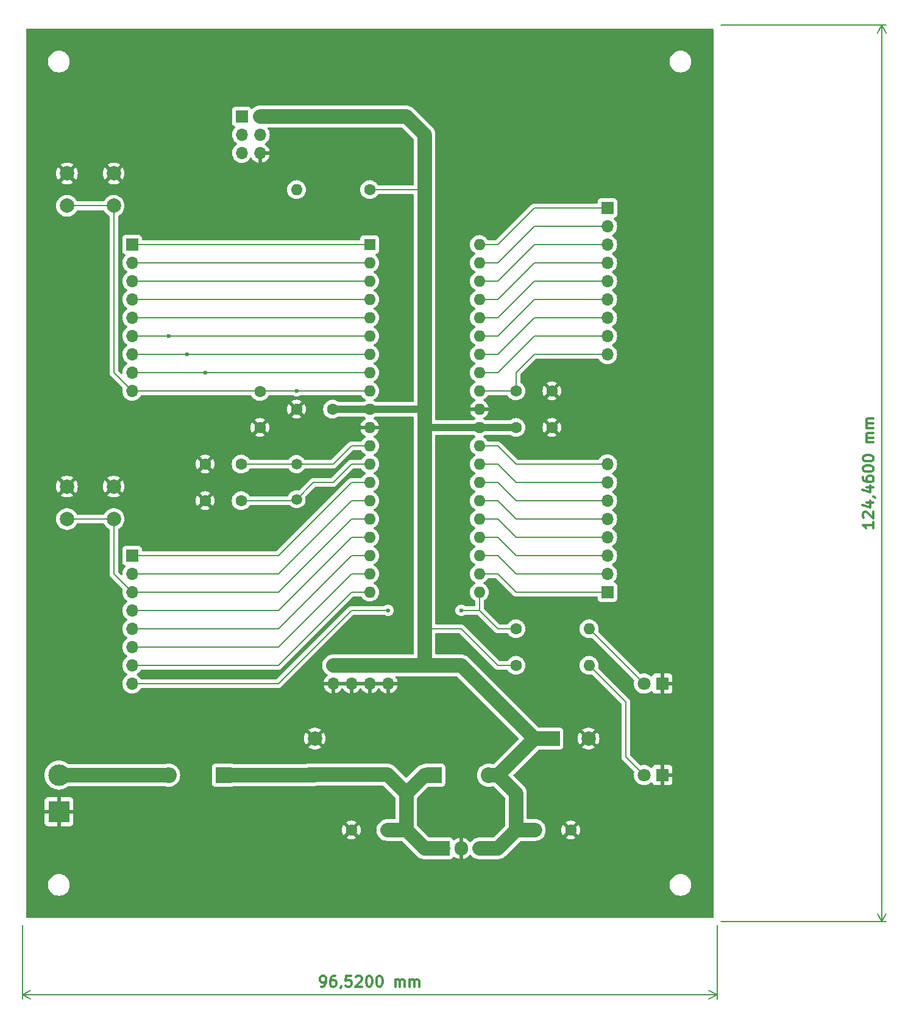
<source format=gbr>
%TF.GenerationSoftware,KiCad,Pcbnew,7.0.11-7.0.11~ubuntu22.04.1*%
%TF.CreationDate,2024-07-25T18:57:52+02:00*%
%TF.ProjectId,mcuboard_hw,6d637562-6f61-4726-945f-68772e6b6963,A*%
%TF.SameCoordinates,Original*%
%TF.FileFunction,Copper,L1,Top*%
%TF.FilePolarity,Positive*%
%FSLAX46Y46*%
G04 Gerber Fmt 4.6, Leading zero omitted, Abs format (unit mm)*
G04 Created by KiCad (PCBNEW 7.0.11-7.0.11~ubuntu22.04.1) date 2024-07-25 18:57:52*
%MOMM*%
%LPD*%
G01*
G04 APERTURE LIST*
%ADD10C,0.300000*%
%TA.AperFunction,NonConductor*%
%ADD11C,0.300000*%
%TD*%
%TA.AperFunction,NonConductor*%
%ADD12C,0.200000*%
%TD*%
%TA.AperFunction,ComponentPad*%
%ADD13R,2.200000X2.200000*%
%TD*%
%TA.AperFunction,ComponentPad*%
%ADD14O,2.200000X2.200000*%
%TD*%
%TA.AperFunction,ComponentPad*%
%ADD15R,1.905000X2.000000*%
%TD*%
%TA.AperFunction,ComponentPad*%
%ADD16O,1.905000X2.000000*%
%TD*%
%TA.AperFunction,ComponentPad*%
%ADD17C,2.000000*%
%TD*%
%TA.AperFunction,ComponentPad*%
%ADD18C,1.600000*%
%TD*%
%TA.AperFunction,ComponentPad*%
%ADD19O,1.600000X1.600000*%
%TD*%
%TA.AperFunction,ComponentPad*%
%ADD20R,1.800000X1.800000*%
%TD*%
%TA.AperFunction,ComponentPad*%
%ADD21C,1.800000*%
%TD*%
%TA.AperFunction,ComponentPad*%
%ADD22C,1.500000*%
%TD*%
%TA.AperFunction,ComponentPad*%
%ADD23R,1.700000X1.700000*%
%TD*%
%TA.AperFunction,ComponentPad*%
%ADD24O,1.700000X1.700000*%
%TD*%
%TA.AperFunction,ComponentPad*%
%ADD25R,2.000000X2.000000*%
%TD*%
%TA.AperFunction,ComponentPad*%
%ADD26R,3.000000X3.000000*%
%TD*%
%TA.AperFunction,ComponentPad*%
%ADD27C,3.000000*%
%TD*%
%TA.AperFunction,ComponentPad*%
%ADD28R,1.600000X1.600000*%
%TD*%
%TA.AperFunction,ViaPad*%
%ADD29C,0.600000*%
%TD*%
%TA.AperFunction,Conductor*%
%ADD30C,2.000000*%
%TD*%
%TA.AperFunction,Conductor*%
%ADD31C,1.000000*%
%TD*%
%TA.AperFunction,Conductor*%
%ADD32C,0.200000*%
%TD*%
G04 APERTURE END LIST*
D10*
D11*
X217318328Y-96955712D02*
X217318328Y-97812855D01*
X217318328Y-97384284D02*
X215818328Y-97384284D01*
X215818328Y-97384284D02*
X216032614Y-97527141D01*
X216032614Y-97527141D02*
X216175471Y-97669998D01*
X216175471Y-97669998D02*
X216246900Y-97812855D01*
X215961185Y-96384284D02*
X215889757Y-96312856D01*
X215889757Y-96312856D02*
X215818328Y-96169999D01*
X215818328Y-96169999D02*
X215818328Y-95812856D01*
X215818328Y-95812856D02*
X215889757Y-95669999D01*
X215889757Y-95669999D02*
X215961185Y-95598570D01*
X215961185Y-95598570D02*
X216104042Y-95527141D01*
X216104042Y-95527141D02*
X216246900Y-95527141D01*
X216246900Y-95527141D02*
X216461185Y-95598570D01*
X216461185Y-95598570D02*
X217318328Y-96455713D01*
X217318328Y-96455713D02*
X217318328Y-95527141D01*
X216318328Y-94241428D02*
X217318328Y-94241428D01*
X215746900Y-94598570D02*
X216818328Y-94955713D01*
X216818328Y-94955713D02*
X216818328Y-94027142D01*
X217246900Y-93384285D02*
X217318328Y-93384285D01*
X217318328Y-93384285D02*
X217461185Y-93455714D01*
X217461185Y-93455714D02*
X217532614Y-93527142D01*
X216318328Y-92098571D02*
X217318328Y-92098571D01*
X215746900Y-92455713D02*
X216818328Y-92812856D01*
X216818328Y-92812856D02*
X216818328Y-91884285D01*
X215818328Y-90670000D02*
X215818328Y-90955714D01*
X215818328Y-90955714D02*
X215889757Y-91098571D01*
X215889757Y-91098571D02*
X215961185Y-91170000D01*
X215961185Y-91170000D02*
X216175471Y-91312857D01*
X216175471Y-91312857D02*
X216461185Y-91384285D01*
X216461185Y-91384285D02*
X217032614Y-91384285D01*
X217032614Y-91384285D02*
X217175471Y-91312857D01*
X217175471Y-91312857D02*
X217246900Y-91241428D01*
X217246900Y-91241428D02*
X217318328Y-91098571D01*
X217318328Y-91098571D02*
X217318328Y-90812857D01*
X217318328Y-90812857D02*
X217246900Y-90670000D01*
X217246900Y-90670000D02*
X217175471Y-90598571D01*
X217175471Y-90598571D02*
X217032614Y-90527142D01*
X217032614Y-90527142D02*
X216675471Y-90527142D01*
X216675471Y-90527142D02*
X216532614Y-90598571D01*
X216532614Y-90598571D02*
X216461185Y-90670000D01*
X216461185Y-90670000D02*
X216389757Y-90812857D01*
X216389757Y-90812857D02*
X216389757Y-91098571D01*
X216389757Y-91098571D02*
X216461185Y-91241428D01*
X216461185Y-91241428D02*
X216532614Y-91312857D01*
X216532614Y-91312857D02*
X216675471Y-91384285D01*
X215818328Y-89598571D02*
X215818328Y-89455714D01*
X215818328Y-89455714D02*
X215889757Y-89312857D01*
X215889757Y-89312857D02*
X215961185Y-89241429D01*
X215961185Y-89241429D02*
X216104042Y-89170000D01*
X216104042Y-89170000D02*
X216389757Y-89098571D01*
X216389757Y-89098571D02*
X216746900Y-89098571D01*
X216746900Y-89098571D02*
X217032614Y-89170000D01*
X217032614Y-89170000D02*
X217175471Y-89241429D01*
X217175471Y-89241429D02*
X217246900Y-89312857D01*
X217246900Y-89312857D02*
X217318328Y-89455714D01*
X217318328Y-89455714D02*
X217318328Y-89598571D01*
X217318328Y-89598571D02*
X217246900Y-89741429D01*
X217246900Y-89741429D02*
X217175471Y-89812857D01*
X217175471Y-89812857D02*
X217032614Y-89884286D01*
X217032614Y-89884286D02*
X216746900Y-89955714D01*
X216746900Y-89955714D02*
X216389757Y-89955714D01*
X216389757Y-89955714D02*
X216104042Y-89884286D01*
X216104042Y-89884286D02*
X215961185Y-89812857D01*
X215961185Y-89812857D02*
X215889757Y-89741429D01*
X215889757Y-89741429D02*
X215818328Y-89598571D01*
X215818328Y-88170000D02*
X215818328Y-88027143D01*
X215818328Y-88027143D02*
X215889757Y-87884286D01*
X215889757Y-87884286D02*
X215961185Y-87812858D01*
X215961185Y-87812858D02*
X216104042Y-87741429D01*
X216104042Y-87741429D02*
X216389757Y-87670000D01*
X216389757Y-87670000D02*
X216746900Y-87670000D01*
X216746900Y-87670000D02*
X217032614Y-87741429D01*
X217032614Y-87741429D02*
X217175471Y-87812858D01*
X217175471Y-87812858D02*
X217246900Y-87884286D01*
X217246900Y-87884286D02*
X217318328Y-88027143D01*
X217318328Y-88027143D02*
X217318328Y-88170000D01*
X217318328Y-88170000D02*
X217246900Y-88312858D01*
X217246900Y-88312858D02*
X217175471Y-88384286D01*
X217175471Y-88384286D02*
X217032614Y-88455715D01*
X217032614Y-88455715D02*
X216746900Y-88527143D01*
X216746900Y-88527143D02*
X216389757Y-88527143D01*
X216389757Y-88527143D02*
X216104042Y-88455715D01*
X216104042Y-88455715D02*
X215961185Y-88384286D01*
X215961185Y-88384286D02*
X215889757Y-88312858D01*
X215889757Y-88312858D02*
X215818328Y-88170000D01*
X217318328Y-85884287D02*
X216318328Y-85884287D01*
X216461185Y-85884287D02*
X216389757Y-85812858D01*
X216389757Y-85812858D02*
X216318328Y-85670001D01*
X216318328Y-85670001D02*
X216318328Y-85455715D01*
X216318328Y-85455715D02*
X216389757Y-85312858D01*
X216389757Y-85312858D02*
X216532614Y-85241430D01*
X216532614Y-85241430D02*
X217318328Y-85241430D01*
X216532614Y-85241430D02*
X216389757Y-85170001D01*
X216389757Y-85170001D02*
X216318328Y-85027144D01*
X216318328Y-85027144D02*
X216318328Y-84812858D01*
X216318328Y-84812858D02*
X216389757Y-84670001D01*
X216389757Y-84670001D02*
X216532614Y-84598572D01*
X216532614Y-84598572D02*
X217318328Y-84598572D01*
X217318328Y-83884287D02*
X216318328Y-83884287D01*
X216461185Y-83884287D02*
X216389757Y-83812858D01*
X216389757Y-83812858D02*
X216318328Y-83670001D01*
X216318328Y-83670001D02*
X216318328Y-83455715D01*
X216318328Y-83455715D02*
X216389757Y-83312858D01*
X216389757Y-83312858D02*
X216532614Y-83241430D01*
X216532614Y-83241430D02*
X217318328Y-83241430D01*
X216532614Y-83241430D02*
X216389757Y-83170001D01*
X216389757Y-83170001D02*
X216318328Y-83027144D01*
X216318328Y-83027144D02*
X216318328Y-82812858D01*
X216318328Y-82812858D02*
X216389757Y-82670001D01*
X216389757Y-82670001D02*
X216532614Y-82598572D01*
X216532614Y-82598572D02*
X217318328Y-82598572D01*
D12*
X196080000Y-27940000D02*
X219026420Y-27940000D01*
X196080000Y-152400000D02*
X219026420Y-152400000D01*
X218440000Y-27940000D02*
X218440000Y-152400000D01*
X218440000Y-27940000D02*
X218440000Y-152400000D01*
X218440000Y-27940000D02*
X219026421Y-29066504D01*
X218440000Y-27940000D02*
X217853579Y-29066504D01*
X218440000Y-152400000D02*
X217853579Y-151273496D01*
X218440000Y-152400000D02*
X219026421Y-151273496D01*
D10*
D11*
X140534287Y-161438328D02*
X140820001Y-161438328D01*
X140820001Y-161438328D02*
X140962858Y-161366900D01*
X140962858Y-161366900D02*
X141034287Y-161295471D01*
X141034287Y-161295471D02*
X141177144Y-161081185D01*
X141177144Y-161081185D02*
X141248573Y-160795471D01*
X141248573Y-160795471D02*
X141248573Y-160224042D01*
X141248573Y-160224042D02*
X141177144Y-160081185D01*
X141177144Y-160081185D02*
X141105716Y-160009757D01*
X141105716Y-160009757D02*
X140962858Y-159938328D01*
X140962858Y-159938328D02*
X140677144Y-159938328D01*
X140677144Y-159938328D02*
X140534287Y-160009757D01*
X140534287Y-160009757D02*
X140462858Y-160081185D01*
X140462858Y-160081185D02*
X140391430Y-160224042D01*
X140391430Y-160224042D02*
X140391430Y-160581185D01*
X140391430Y-160581185D02*
X140462858Y-160724042D01*
X140462858Y-160724042D02*
X140534287Y-160795471D01*
X140534287Y-160795471D02*
X140677144Y-160866900D01*
X140677144Y-160866900D02*
X140962858Y-160866900D01*
X140962858Y-160866900D02*
X141105716Y-160795471D01*
X141105716Y-160795471D02*
X141177144Y-160724042D01*
X141177144Y-160724042D02*
X141248573Y-160581185D01*
X142534287Y-159938328D02*
X142248572Y-159938328D01*
X142248572Y-159938328D02*
X142105715Y-160009757D01*
X142105715Y-160009757D02*
X142034287Y-160081185D01*
X142034287Y-160081185D02*
X141891429Y-160295471D01*
X141891429Y-160295471D02*
X141820001Y-160581185D01*
X141820001Y-160581185D02*
X141820001Y-161152614D01*
X141820001Y-161152614D02*
X141891429Y-161295471D01*
X141891429Y-161295471D02*
X141962858Y-161366900D01*
X141962858Y-161366900D02*
X142105715Y-161438328D01*
X142105715Y-161438328D02*
X142391429Y-161438328D01*
X142391429Y-161438328D02*
X142534287Y-161366900D01*
X142534287Y-161366900D02*
X142605715Y-161295471D01*
X142605715Y-161295471D02*
X142677144Y-161152614D01*
X142677144Y-161152614D02*
X142677144Y-160795471D01*
X142677144Y-160795471D02*
X142605715Y-160652614D01*
X142605715Y-160652614D02*
X142534287Y-160581185D01*
X142534287Y-160581185D02*
X142391429Y-160509757D01*
X142391429Y-160509757D02*
X142105715Y-160509757D01*
X142105715Y-160509757D02*
X141962858Y-160581185D01*
X141962858Y-160581185D02*
X141891429Y-160652614D01*
X141891429Y-160652614D02*
X141820001Y-160795471D01*
X143391429Y-161366900D02*
X143391429Y-161438328D01*
X143391429Y-161438328D02*
X143320000Y-161581185D01*
X143320000Y-161581185D02*
X143248572Y-161652614D01*
X144748572Y-159938328D02*
X144034286Y-159938328D01*
X144034286Y-159938328D02*
X143962858Y-160652614D01*
X143962858Y-160652614D02*
X144034286Y-160581185D01*
X144034286Y-160581185D02*
X144177144Y-160509757D01*
X144177144Y-160509757D02*
X144534286Y-160509757D01*
X144534286Y-160509757D02*
X144677144Y-160581185D01*
X144677144Y-160581185D02*
X144748572Y-160652614D01*
X144748572Y-160652614D02*
X144820001Y-160795471D01*
X144820001Y-160795471D02*
X144820001Y-161152614D01*
X144820001Y-161152614D02*
X144748572Y-161295471D01*
X144748572Y-161295471D02*
X144677144Y-161366900D01*
X144677144Y-161366900D02*
X144534286Y-161438328D01*
X144534286Y-161438328D02*
X144177144Y-161438328D01*
X144177144Y-161438328D02*
X144034286Y-161366900D01*
X144034286Y-161366900D02*
X143962858Y-161295471D01*
X145391429Y-160081185D02*
X145462857Y-160009757D01*
X145462857Y-160009757D02*
X145605715Y-159938328D01*
X145605715Y-159938328D02*
X145962857Y-159938328D01*
X145962857Y-159938328D02*
X146105715Y-160009757D01*
X146105715Y-160009757D02*
X146177143Y-160081185D01*
X146177143Y-160081185D02*
X146248572Y-160224042D01*
X146248572Y-160224042D02*
X146248572Y-160366900D01*
X146248572Y-160366900D02*
X146177143Y-160581185D01*
X146177143Y-160581185D02*
X145320000Y-161438328D01*
X145320000Y-161438328D02*
X146248572Y-161438328D01*
X147177143Y-159938328D02*
X147320000Y-159938328D01*
X147320000Y-159938328D02*
X147462857Y-160009757D01*
X147462857Y-160009757D02*
X147534286Y-160081185D01*
X147534286Y-160081185D02*
X147605714Y-160224042D01*
X147605714Y-160224042D02*
X147677143Y-160509757D01*
X147677143Y-160509757D02*
X147677143Y-160866900D01*
X147677143Y-160866900D02*
X147605714Y-161152614D01*
X147605714Y-161152614D02*
X147534286Y-161295471D01*
X147534286Y-161295471D02*
X147462857Y-161366900D01*
X147462857Y-161366900D02*
X147320000Y-161438328D01*
X147320000Y-161438328D02*
X147177143Y-161438328D01*
X147177143Y-161438328D02*
X147034286Y-161366900D01*
X147034286Y-161366900D02*
X146962857Y-161295471D01*
X146962857Y-161295471D02*
X146891428Y-161152614D01*
X146891428Y-161152614D02*
X146820000Y-160866900D01*
X146820000Y-160866900D02*
X146820000Y-160509757D01*
X146820000Y-160509757D02*
X146891428Y-160224042D01*
X146891428Y-160224042D02*
X146962857Y-160081185D01*
X146962857Y-160081185D02*
X147034286Y-160009757D01*
X147034286Y-160009757D02*
X147177143Y-159938328D01*
X148605714Y-159938328D02*
X148748571Y-159938328D01*
X148748571Y-159938328D02*
X148891428Y-160009757D01*
X148891428Y-160009757D02*
X148962857Y-160081185D01*
X148962857Y-160081185D02*
X149034285Y-160224042D01*
X149034285Y-160224042D02*
X149105714Y-160509757D01*
X149105714Y-160509757D02*
X149105714Y-160866900D01*
X149105714Y-160866900D02*
X149034285Y-161152614D01*
X149034285Y-161152614D02*
X148962857Y-161295471D01*
X148962857Y-161295471D02*
X148891428Y-161366900D01*
X148891428Y-161366900D02*
X148748571Y-161438328D01*
X148748571Y-161438328D02*
X148605714Y-161438328D01*
X148605714Y-161438328D02*
X148462857Y-161366900D01*
X148462857Y-161366900D02*
X148391428Y-161295471D01*
X148391428Y-161295471D02*
X148319999Y-161152614D01*
X148319999Y-161152614D02*
X148248571Y-160866900D01*
X148248571Y-160866900D02*
X148248571Y-160509757D01*
X148248571Y-160509757D02*
X148319999Y-160224042D01*
X148319999Y-160224042D02*
X148391428Y-160081185D01*
X148391428Y-160081185D02*
X148462857Y-160009757D01*
X148462857Y-160009757D02*
X148605714Y-159938328D01*
X150891427Y-161438328D02*
X150891427Y-160438328D01*
X150891427Y-160581185D02*
X150962856Y-160509757D01*
X150962856Y-160509757D02*
X151105713Y-160438328D01*
X151105713Y-160438328D02*
X151319999Y-160438328D01*
X151319999Y-160438328D02*
X151462856Y-160509757D01*
X151462856Y-160509757D02*
X151534285Y-160652614D01*
X151534285Y-160652614D02*
X151534285Y-161438328D01*
X151534285Y-160652614D02*
X151605713Y-160509757D01*
X151605713Y-160509757D02*
X151748570Y-160438328D01*
X151748570Y-160438328D02*
X151962856Y-160438328D01*
X151962856Y-160438328D02*
X152105713Y-160509757D01*
X152105713Y-160509757D02*
X152177142Y-160652614D01*
X152177142Y-160652614D02*
X152177142Y-161438328D01*
X152891427Y-161438328D02*
X152891427Y-160438328D01*
X152891427Y-160581185D02*
X152962856Y-160509757D01*
X152962856Y-160509757D02*
X153105713Y-160438328D01*
X153105713Y-160438328D02*
X153319999Y-160438328D01*
X153319999Y-160438328D02*
X153462856Y-160509757D01*
X153462856Y-160509757D02*
X153534285Y-160652614D01*
X153534285Y-160652614D02*
X153534285Y-161438328D01*
X153534285Y-160652614D02*
X153605713Y-160509757D01*
X153605713Y-160509757D02*
X153748570Y-160438328D01*
X153748570Y-160438328D02*
X153962856Y-160438328D01*
X153962856Y-160438328D02*
X154105713Y-160509757D01*
X154105713Y-160509757D02*
X154177142Y-160652614D01*
X154177142Y-160652614D02*
X154177142Y-161438328D01*
D12*
X99060000Y-152900000D02*
X99060000Y-163146420D01*
X195580000Y-152900000D02*
X195580000Y-163146420D01*
X99060000Y-162560000D02*
X195580000Y-162560000D01*
X99060000Y-162560000D02*
X195580000Y-162560000D01*
X99060000Y-162560000D02*
X100186504Y-161973579D01*
X99060000Y-162560000D02*
X100186504Y-163146421D01*
X195580000Y-162560000D02*
X194453496Y-163146421D01*
X195580000Y-162560000D02*
X194453496Y-161973579D01*
D13*
%TO.P,D4,1,K*%
%TO.N,Net-(D2-K)*%
X156210000Y-132080000D03*
D14*
%TO.P,D4,2,A*%
%TO.N,+5V*%
X163830000Y-132080000D03*
%TD*%
D15*
%TO.P,U2,1,IN*%
%TO.N,Net-(D2-K)*%
X157480000Y-142240000D03*
D16*
%TO.P,U2,2,GND*%
%TO.N,GND*%
X160020000Y-142240000D03*
%TO.P,U2,3,OUT*%
%TO.N,+5V*%
X162560000Y-142240000D03*
%TD*%
D17*
%TO.P,SW1,1,1*%
%TO.N,GND*%
X105260000Y-48550000D03*
X111760000Y-48550000D03*
%TO.P,SW1,2,2*%
%TO.N,Net-(J1-Pin_4)*%
X105260000Y-53050000D03*
X111760000Y-53050000D03*
%TD*%
D18*
%TO.P,C7,1*%
%TO.N,Net-(D2-K)*%
X149780000Y-139700000D03*
%TO.P,C7,2*%
%TO.N,GND*%
X144780000Y-139700000D03*
%TD*%
%TO.P,R3,1*%
%TO.N,+5V*%
X167640000Y-116840000D03*
D19*
%TO.P,R3,2*%
%TO.N,Net-(D3-A)*%
X177800000Y-116840000D03*
%TD*%
D18*
%TO.P,C8,1*%
%TO.N,+5V*%
X170260000Y-139700000D03*
%TO.P,C8,2*%
%TO.N,GND*%
X175260000Y-139700000D03*
%TD*%
%TO.P,C2,1*%
%TO.N,Net-(U1-XTAL2)*%
X129460000Y-88900000D03*
%TO.P,C2,2*%
%TO.N,GND*%
X124460000Y-88900000D03*
%TD*%
%TO.P,C4,1*%
%TO.N,GND*%
X172640000Y-83820000D03*
%TO.P,C4,2*%
%TO.N,+5V*%
X167640000Y-83820000D03*
%TD*%
D20*
%TO.P,D1,1,K*%
%TO.N,GND*%
X187960000Y-119380000D03*
D21*
%TO.P,D1,2,A*%
%TO.N,Net-(D1-A)*%
X185420000Y-119380000D03*
%TD*%
D22*
%TO.P,Y1,1,1*%
%TO.N,Net-(U1-XTAL2)*%
X137160000Y-88900000D03*
%TO.P,Y1,2,2*%
%TO.N,Net-(U1-XTAL1)*%
X137160000Y-93780000D03*
%TD*%
D20*
%TO.P,D3,1,K*%
%TO.N,GND*%
X187960000Y-132080000D03*
D21*
%TO.P,D3,2,A*%
%TO.N,Net-(D3-A)*%
X185420000Y-132080000D03*
%TD*%
D18*
%TO.P,R1,1*%
%TO.N,+5V*%
X147320000Y-50800000D03*
D19*
%TO.P,R1,2*%
%TO.N,Net-(J1-Pin_4)*%
X137160000Y-50800000D03*
%TD*%
D23*
%TO.P,J6,1,Pin_1*%
%TO.N,Net-(J6-Pin_1)*%
X114300000Y-58420000D03*
D24*
%TO.P,J6,2,Pin_2*%
%TO.N,Net-(J6-Pin_2)*%
X114300000Y-60960000D03*
%TO.P,J6,3,Pin_3*%
%TO.N,Net-(J6-Pin_3)*%
X114300000Y-63500000D03*
%TO.P,J6,4,Pin_4*%
%TO.N,Net-(J6-Pin_4)*%
X114300000Y-66040000D03*
%TO.P,J6,5,Pin_5*%
%TO.N,Net-(J6-Pin_5)*%
X114300000Y-68580000D03*
%TO.P,J6,6,Pin_6*%
%TO.N,Net-(J1-Pin_1)*%
X114300000Y-71120000D03*
%TO.P,J6,7,Pin_7*%
%TO.N,Net-(J1-Pin_3)*%
X114300000Y-73660000D03*
%TO.P,J6,8,Pin_8*%
%TO.N,Net-(J1-Pin_5)*%
X114300000Y-76200000D03*
%TO.P,J6,9,Pin_9*%
%TO.N,Net-(J1-Pin_4)*%
X114300000Y-78740000D03*
%TD*%
D25*
%TO.P,C9,1*%
%TO.N,+5V*%
X172720000Y-127000000D03*
D17*
%TO.P,C9,2*%
%TO.N,GND*%
X177720000Y-127000000D03*
%TD*%
D23*
%TO.P,J3,1,Pin_1*%
%TO.N,Net-(J3-Pin_1)*%
X180340000Y-106680000D03*
D24*
%TO.P,J3,2,Pin_2*%
%TO.N,Net-(J3-Pin_2)*%
X180340000Y-104140000D03*
%TO.P,J3,3,Pin_3*%
%TO.N,Net-(J3-Pin_3)*%
X180340000Y-101600000D03*
%TO.P,J3,4,Pin_4*%
%TO.N,Net-(J3-Pin_4)*%
X180340000Y-99060000D03*
%TO.P,J3,5,Pin_5*%
%TO.N,Net-(J3-Pin_5)*%
X180340000Y-96520000D03*
%TO.P,J3,6,Pin_6*%
%TO.N,Net-(J3-Pin_6)*%
X180340000Y-93980000D03*
%TO.P,J3,7,Pin_7*%
%TO.N,Net-(J3-Pin_7)*%
X180340000Y-91440000D03*
%TO.P,J3,8,Pin_8*%
%TO.N,Net-(J3-Pin_8)*%
X180340000Y-88900000D03*
%TD*%
D18*
%TO.P,R2,1*%
%TO.N,Net-(J5-Pin_8)*%
X167640000Y-111760000D03*
D19*
%TO.P,R2,2*%
%TO.N,Net-(D1-A)*%
X177800000Y-111760000D03*
%TD*%
D23*
%TO.P,J4,1,Pin_1*%
%TO.N,+5V*%
X149860000Y-116840000D03*
D24*
%TO.P,J4,2,Pin_2*%
%TO.N,GND*%
X149860000Y-119380000D03*
%TO.P,J4,3,Pin_3*%
%TO.N,+5V*%
X147320000Y-116840000D03*
%TO.P,J4,4,Pin_4*%
%TO.N,GND*%
X147320000Y-119380000D03*
%TO.P,J4,5,Pin_5*%
%TO.N,+5V*%
X144780000Y-116840000D03*
%TO.P,J4,6,Pin_6*%
%TO.N,GND*%
X144780000Y-119380000D03*
%TO.P,J4,7,Pin_7*%
%TO.N,+5V*%
X142240000Y-116840000D03*
%TO.P,J4,8,Pin_8*%
%TO.N,GND*%
X142240000Y-119380000D03*
%TD*%
D26*
%TO.P,J8,1,Pin_1*%
%TO.N,GND*%
X104140000Y-137160000D03*
D27*
%TO.P,J8,2,Pin_2*%
%TO.N,Net-(D2-A)*%
X104140000Y-132080000D03*
%TD*%
D23*
%TO.P,J1,1,Pin_1*%
%TO.N,Net-(J1-Pin_1)*%
X129540000Y-40640000D03*
D24*
%TO.P,J1,2,Pin_2*%
%TO.N,+5V*%
X132080000Y-40640000D03*
%TO.P,J1,3,Pin_3*%
%TO.N,Net-(J1-Pin_3)*%
X129540000Y-43180000D03*
%TO.P,J1,4,Pin_4*%
%TO.N,Net-(J1-Pin_4)*%
X132080000Y-43180000D03*
%TO.P,J1,5,Pin_5*%
%TO.N,Net-(J1-Pin_5)*%
X129540000Y-45720000D03*
%TO.P,J1,6,Pin_6*%
%TO.N,GND*%
X132080000Y-45720000D03*
%TD*%
D18*
%TO.P,C1,1*%
%TO.N,Net-(U1-XTAL1)*%
X129460000Y-93980000D03*
%TO.P,C1,2*%
%TO.N,GND*%
X124460000Y-93980000D03*
%TD*%
D28*
%TO.P,U1,1,PB0*%
%TO.N,Net-(J6-Pin_1)*%
X147320000Y-58420000D03*
D19*
%TO.P,U1,2,PB1*%
%TO.N,Net-(J6-Pin_2)*%
X147320000Y-60960000D03*
%TO.P,U1,3,PB2*%
%TO.N,Net-(J6-Pin_3)*%
X147320000Y-63500000D03*
%TO.P,U1,4,PB3*%
%TO.N,Net-(J6-Pin_4)*%
X147320000Y-66040000D03*
%TO.P,U1,5,PB4*%
%TO.N,Net-(J6-Pin_5)*%
X147320000Y-68580000D03*
%TO.P,U1,6,PB5*%
%TO.N,Net-(J1-Pin_1)*%
X147320000Y-71120000D03*
%TO.P,U1,7,PB6*%
%TO.N,Net-(J1-Pin_3)*%
X147320000Y-73660000D03*
%TO.P,U1,8,PB7*%
%TO.N,Net-(J1-Pin_5)*%
X147320000Y-76200000D03*
%TO.P,U1,9,~{RESET}*%
%TO.N,Net-(J1-Pin_4)*%
X147320000Y-78740000D03*
%TO.P,U1,10,VCC*%
%TO.N,+5V*%
X147320000Y-81280000D03*
%TO.P,U1,11,GND*%
%TO.N,GND*%
X147320000Y-83820000D03*
%TO.P,U1,12,XTAL2*%
%TO.N,Net-(U1-XTAL2)*%
X147320000Y-86360000D03*
%TO.P,U1,13,XTAL1*%
%TO.N,Net-(U1-XTAL1)*%
X147320000Y-88900000D03*
%TO.P,U1,14,PD0*%
%TO.N,Net-(J5-Pin_1)*%
X147320000Y-91440000D03*
%TO.P,U1,15,PD1*%
%TO.N,Net-(J5-Pin_2)*%
X147320000Y-93980000D03*
%TO.P,U1,16,PD2*%
%TO.N,Net-(J5-Pin_3)*%
X147320000Y-96520000D03*
%TO.P,U1,17,PD3*%
%TO.N,Net-(J5-Pin_4)*%
X147320000Y-99060000D03*
%TO.P,U1,18,PD4*%
%TO.N,Net-(J5-Pin_5)*%
X147320000Y-101600000D03*
%TO.P,U1,19,PD5*%
%TO.N,Net-(J5-Pin_6)*%
X147320000Y-104140000D03*
%TO.P,U1,20,PD6*%
%TO.N,Net-(J5-Pin_7)*%
X147320000Y-106680000D03*
%TO.P,U1,21,PD7*%
%TO.N,Net-(J5-Pin_8)*%
X162560000Y-106680000D03*
%TO.P,U1,22,PC0*%
%TO.N,Net-(J3-Pin_1)*%
X162560000Y-104140000D03*
%TO.P,U1,23,PC1*%
%TO.N,Net-(J3-Pin_2)*%
X162560000Y-101600000D03*
%TO.P,U1,24,PC2*%
%TO.N,Net-(J3-Pin_3)*%
X162560000Y-99060000D03*
%TO.P,U1,25,PC3*%
%TO.N,Net-(J3-Pin_4)*%
X162560000Y-96520000D03*
%TO.P,U1,26,PC4*%
%TO.N,Net-(J3-Pin_5)*%
X162560000Y-93980000D03*
%TO.P,U1,27,PC5*%
%TO.N,Net-(J3-Pin_6)*%
X162560000Y-91440000D03*
%TO.P,U1,28,PC6*%
%TO.N,Net-(J3-Pin_7)*%
X162560000Y-88900000D03*
%TO.P,U1,29,PC7*%
%TO.N,Net-(J3-Pin_8)*%
X162560000Y-86360000D03*
%TO.P,U1,30,AVCC*%
%TO.N,+5V*%
X162560000Y-83820000D03*
%TO.P,U1,31,GND*%
%TO.N,GND*%
X162560000Y-81280000D03*
%TO.P,U1,32,AREF*%
%TO.N,Net-(J2-Pin_9)*%
X162560000Y-78740000D03*
%TO.P,U1,33,PA7*%
%TO.N,Net-(J2-Pin_8)*%
X162560000Y-76200000D03*
%TO.P,U1,34,PA6*%
%TO.N,Net-(J2-Pin_7)*%
X162560000Y-73660000D03*
%TO.P,U1,35,PA5*%
%TO.N,Net-(J2-Pin_6)*%
X162560000Y-71120000D03*
%TO.P,U1,36,PA4*%
%TO.N,Net-(J2-Pin_5)*%
X162560000Y-68580000D03*
%TO.P,U1,37,PA3*%
%TO.N,Net-(J2-Pin_4)*%
X162560000Y-66040000D03*
%TO.P,U1,38,PA2*%
%TO.N,Net-(J2-Pin_3)*%
X162560000Y-63500000D03*
%TO.P,U1,39,PA1*%
%TO.N,Net-(J2-Pin_2)*%
X162560000Y-60960000D03*
%TO.P,U1,40,PA0*%
%TO.N,Net-(J2-Pin_1)*%
X162560000Y-58420000D03*
%TD*%
D18*
%TO.P,C5,1*%
%TO.N,GND*%
X137160000Y-81280000D03*
%TO.P,C5,2*%
%TO.N,+5V*%
X142160000Y-81280000D03*
%TD*%
D13*
%TO.P,D2,1,K*%
%TO.N,Net-(D2-K)*%
X127000000Y-132080000D03*
D14*
%TO.P,D2,2,A*%
%TO.N,Net-(D2-A)*%
X119380000Y-132080000D03*
%TD*%
D18*
%TO.P,C10,1*%
%TO.N,Net-(J1-Pin_4)*%
X132080000Y-78820000D03*
%TO.P,C10,2*%
%TO.N,GND*%
X132080000Y-83820000D03*
%TD*%
%TO.P,C3,1*%
%TO.N,Net-(J2-Pin_9)*%
X167640000Y-78740000D03*
%TO.P,C3,2*%
%TO.N,GND*%
X172640000Y-78740000D03*
%TD*%
D17*
%TO.P,SW2,1,1*%
%TO.N,Net-(J5-Pin_3)*%
X111760000Y-96520000D03*
X105260000Y-96520000D03*
%TO.P,SW2,2,2*%
%TO.N,GND*%
X111760000Y-92020000D03*
X105260000Y-92020000D03*
%TD*%
D23*
%TO.P,J5,1,Pin_1*%
%TO.N,Net-(J5-Pin_1)*%
X114300000Y-101600000D03*
D24*
%TO.P,J5,2,Pin_2*%
%TO.N,Net-(J5-Pin_2)*%
X114300000Y-104140000D03*
%TO.P,J5,3,Pin_3*%
%TO.N,Net-(J5-Pin_3)*%
X114300000Y-106680000D03*
%TO.P,J5,4,Pin_4*%
%TO.N,Net-(J5-Pin_4)*%
X114300000Y-109220000D03*
%TO.P,J5,5,Pin_5*%
%TO.N,Net-(J5-Pin_5)*%
X114300000Y-111760000D03*
%TO.P,J5,6,Pin_6*%
%TO.N,Net-(J5-Pin_6)*%
X114300000Y-114300000D03*
%TO.P,J5,7,Pin_7*%
%TO.N,Net-(J5-Pin_7)*%
X114300000Y-116840000D03*
%TO.P,J5,8,Pin_8*%
%TO.N,Net-(J5-Pin_8)*%
X114300000Y-119380000D03*
%TD*%
D23*
%TO.P,J2,1,Pin_1*%
%TO.N,Net-(J2-Pin_1)*%
X180340000Y-53340000D03*
D24*
%TO.P,J2,2,Pin_2*%
%TO.N,Net-(J2-Pin_2)*%
X180340000Y-55880000D03*
%TO.P,J2,3,Pin_3*%
%TO.N,Net-(J2-Pin_3)*%
X180340000Y-58420000D03*
%TO.P,J2,4,Pin_4*%
%TO.N,Net-(J2-Pin_4)*%
X180340000Y-60960000D03*
%TO.P,J2,5,Pin_5*%
%TO.N,Net-(J2-Pin_5)*%
X180340000Y-63500000D03*
%TO.P,J2,6,Pin_6*%
%TO.N,Net-(J2-Pin_6)*%
X180340000Y-66040000D03*
%TO.P,J2,7,Pin_7*%
%TO.N,Net-(J2-Pin_7)*%
X180340000Y-68580000D03*
%TO.P,J2,8,Pin_8*%
%TO.N,Net-(J2-Pin_8)*%
X180340000Y-71120000D03*
%TO.P,J2,9,Pin_9*%
%TO.N,Net-(J2-Pin_9)*%
X180340000Y-73660000D03*
%TD*%
D25*
%TO.P,C6,1*%
%TO.N,Net-(D2-K)*%
X139700000Y-132000000D03*
D17*
%TO.P,C6,2*%
%TO.N,GND*%
X139700000Y-127000000D03*
%TD*%
D29*
%TO.N,GND*%
X139700000Y-35560000D03*
X170180000Y-147320000D03*
X109220000Y-76200000D03*
X109220000Y-142240000D03*
X190500000Y-91440000D03*
X180340000Y-111760000D03*
X109220000Y-106680000D03*
X160020000Y-30480000D03*
X170180000Y-76200000D03*
X170180000Y-81280000D03*
X129540000Y-142240000D03*
X129540000Y-50800000D03*
X180340000Y-30480000D03*
X180340000Y-40640000D03*
X160020000Y-127000000D03*
X139700000Y-55880000D03*
X149860000Y-147320000D03*
X109220000Y-137160000D03*
X109220000Y-147320000D03*
X149860000Y-30480000D03*
X160020000Y-55880000D03*
X170180000Y-45720000D03*
X190500000Y-76200000D03*
X119380000Y-121920000D03*
X190500000Y-50800000D03*
X109220000Y-81280000D03*
X190500000Y-127000000D03*
X190500000Y-60960000D03*
X180340000Y-132080000D03*
X109220000Y-121920000D03*
X109220000Y-101600000D03*
X109220000Y-71120000D03*
X129540000Y-30480000D03*
X190500000Y-66040000D03*
X170180000Y-137160000D03*
X149860000Y-137160000D03*
X190500000Y-137160000D03*
X109220000Y-86360000D03*
X139700000Y-147320000D03*
X149860000Y-55880000D03*
X149860000Y-127000000D03*
X180340000Y-35560000D03*
X139700000Y-45720000D03*
X170180000Y-30480000D03*
X180340000Y-50800000D03*
X160020000Y-40640000D03*
X190500000Y-55880000D03*
X109220000Y-60960000D03*
X139700000Y-121920000D03*
X129540000Y-127000000D03*
X180340000Y-81280000D03*
X119380000Y-91440000D03*
X190500000Y-71120000D03*
X109220000Y-35560000D03*
X170180000Y-86360000D03*
X180340000Y-116840000D03*
X129540000Y-137160000D03*
X160020000Y-137160000D03*
X180340000Y-76200000D03*
X119380000Y-81280000D03*
X190500000Y-116840000D03*
X109220000Y-30480000D03*
X119380000Y-147320000D03*
X160020000Y-147320000D03*
X170180000Y-121920000D03*
X119380000Y-127000000D03*
X180340000Y-121920000D03*
X129540000Y-96520000D03*
X190500000Y-111760000D03*
X180340000Y-137160000D03*
X109220000Y-66040000D03*
X190500000Y-101600000D03*
X170180000Y-35560000D03*
X170180000Y-40640000D03*
X190500000Y-86360000D03*
X190500000Y-96520000D03*
X129540000Y-147320000D03*
X160020000Y-121920000D03*
X109220000Y-55880000D03*
X190500000Y-121920000D03*
X149860000Y-121920000D03*
X180340000Y-142240000D03*
X170180000Y-50800000D03*
X129540000Y-121920000D03*
X190500000Y-81280000D03*
X160020000Y-45720000D03*
X129540000Y-91440000D03*
X119380000Y-86360000D03*
X139700000Y-137160000D03*
X190500000Y-40640000D03*
X160020000Y-50800000D03*
X139700000Y-116840000D03*
X119380000Y-30480000D03*
X149860000Y-111760000D03*
X109220000Y-127000000D03*
X190500000Y-106680000D03*
X129540000Y-55880000D03*
X139700000Y-30480000D03*
X139700000Y-142240000D03*
X160020000Y-35560000D03*
X109220000Y-116840000D03*
X149860000Y-142240000D03*
X119380000Y-35560000D03*
X149860000Y-35560000D03*
X119380000Y-137160000D03*
X190500000Y-45720000D03*
X180340000Y-147320000D03*
X190500000Y-142240000D03*
X129540000Y-81280000D03*
X180340000Y-45720000D03*
X129540000Y-35560000D03*
X119380000Y-96520000D03*
X109220000Y-40640000D03*
X129540000Y-86360000D03*
X170180000Y-142240000D03*
X119380000Y-142240000D03*
X190500000Y-132080000D03*
X109220000Y-45720000D03*
X180340000Y-86360000D03*
X119380000Y-40640000D03*
X109220000Y-111760000D03*
X149860000Y-45720000D03*
X170180000Y-132080000D03*
%TO.N,Net-(J1-Pin_1)*%
X119380000Y-71120000D03*
%TO.N,Net-(J1-Pin_3)*%
X121920000Y-73660000D03*
%TO.N,Net-(J1-Pin_4)*%
X137160000Y-78740000D03*
%TO.N,Net-(J1-Pin_5)*%
X124460000Y-76200000D03*
%TO.N,Net-(J5-Pin_8)*%
X149860000Y-109220000D03*
X160020000Y-109220000D03*
%TD*%
D30*
%TO.N,+5V*%
X154940000Y-83820000D02*
X154940000Y-81280000D01*
X160020000Y-116840000D02*
X170180000Y-127000000D01*
X154940000Y-116840000D02*
X154940000Y-114300000D01*
X154940000Y-111760000D02*
X154940000Y-109220000D01*
X167640000Y-139700000D02*
X170260000Y-139700000D01*
X154940000Y-109220000D02*
X154940000Y-83820000D01*
X165100000Y-132080000D02*
X170180000Y-127000000D01*
X147320000Y-116840000D02*
X149860000Y-116840000D01*
X163830000Y-132080000D02*
X165100000Y-132080000D01*
D31*
X147320000Y-81280000D02*
X142240000Y-81280000D01*
D30*
X154940000Y-116840000D02*
X160020000Y-116840000D01*
X152400000Y-40640000D02*
X132080000Y-40640000D01*
D31*
X162560000Y-83820000D02*
X167640000Y-83820000D01*
D30*
X167640000Y-139700000D02*
X165100000Y-142240000D01*
X149860000Y-116840000D02*
X154940000Y-116840000D01*
D32*
X167640000Y-116840000D02*
X165100000Y-116840000D01*
X165100000Y-116840000D02*
X160020000Y-111760000D01*
D30*
X165100000Y-132080000D02*
X167640000Y-134620000D01*
X154940000Y-43180000D02*
X152400000Y-40640000D01*
X144780000Y-116840000D02*
X147320000Y-116840000D01*
D32*
X154940000Y-50800000D02*
X147320000Y-50800000D01*
D31*
X154940000Y-83820000D02*
X162560000Y-83820000D01*
D30*
X167640000Y-134620000D02*
X167640000Y-139700000D01*
D32*
X160020000Y-111760000D02*
X154940000Y-111760000D01*
D30*
X154940000Y-50800000D02*
X154940000Y-43180000D01*
X165100000Y-142240000D02*
X162560000Y-142240000D01*
D31*
X154940000Y-81280000D02*
X147320000Y-81280000D01*
D30*
X170180000Y-127000000D02*
X172720000Y-127000000D01*
X154940000Y-114300000D02*
X154940000Y-111760000D01*
X154940000Y-81280000D02*
X154940000Y-50800000D01*
X142240000Y-116840000D02*
X144780000Y-116840000D01*
D32*
%TO.N,GND*%
X114220000Y-127080000D02*
X114380000Y-127080000D01*
%TO.N,Net-(J1-Pin_1)*%
X119380000Y-71120000D02*
X114300000Y-71120000D01*
X132080000Y-71120000D02*
X129540000Y-71120000D01*
X147320000Y-71120000D02*
X134620000Y-71120000D01*
X129540000Y-71120000D02*
X119380000Y-71120000D01*
X134620000Y-71120000D02*
X132080000Y-71120000D01*
%TO.N,Net-(J1-Pin_3)*%
X119380000Y-73660000D02*
X114300000Y-73660000D01*
X137160000Y-73660000D02*
X132080000Y-73660000D01*
X147320000Y-73660000D02*
X137160000Y-73660000D01*
X121920000Y-73660000D02*
X119380000Y-73660000D01*
X132080000Y-73660000D02*
X121920000Y-73660000D01*
%TO.N,Net-(J1-Pin_4)*%
X147320000Y-78740000D02*
X137160000Y-78740000D01*
X137160000Y-78740000D02*
X132080000Y-78740000D01*
X129540000Y-78740000D02*
X119380000Y-78740000D01*
X132080000Y-78740000D02*
X129540000Y-78740000D01*
X114300000Y-78740000D02*
X111760000Y-76200000D01*
X119380000Y-78740000D02*
X114300000Y-78740000D01*
X111760000Y-76200000D02*
X111760000Y-53050000D01*
X111760000Y-53050000D02*
X105260000Y-53050000D01*
%TO.N,Net-(J1-Pin_5)*%
X147320000Y-76200000D02*
X139700000Y-76200000D01*
X134620000Y-76200000D02*
X124460000Y-76200000D01*
X124460000Y-76200000D02*
X114300000Y-76200000D01*
X139700000Y-76200000D02*
X134620000Y-76200000D01*
%TO.N,Net-(D1-A)*%
X177800000Y-111760000D02*
X185420000Y-119380000D01*
%TO.N,Net-(J3-Pin_1)*%
X162560000Y-104140000D02*
X165100000Y-104140000D01*
X165100000Y-104140000D02*
X167640000Y-106680000D01*
X167640000Y-106680000D02*
X180340000Y-106680000D01*
%TO.N,Net-(J3-Pin_2)*%
X167640000Y-104140000D02*
X180340000Y-104140000D01*
X162560000Y-101600000D02*
X165100000Y-101600000D01*
X165100000Y-101600000D02*
X167640000Y-104140000D01*
%TO.N,Net-(J3-Pin_3)*%
X165100000Y-99060000D02*
X167640000Y-101600000D01*
X167640000Y-101600000D02*
X180340000Y-101600000D01*
X162560000Y-99060000D02*
X165100000Y-99060000D01*
%TO.N,Net-(J3-Pin_4)*%
X167640000Y-99060000D02*
X180340000Y-99060000D01*
X162560000Y-96520000D02*
X165100000Y-96520000D01*
X165100000Y-96520000D02*
X167640000Y-99060000D01*
%TO.N,Net-(J3-Pin_5)*%
X165100000Y-93980000D02*
X167640000Y-96520000D01*
X167640000Y-96520000D02*
X180340000Y-96520000D01*
X162560000Y-93980000D02*
X165100000Y-93980000D01*
%TO.N,Net-(J3-Pin_6)*%
X167640000Y-93980000D02*
X180340000Y-93980000D01*
X162560000Y-91440000D02*
X165100000Y-91440000D01*
X165100000Y-91440000D02*
X167640000Y-93980000D01*
%TO.N,Net-(J3-Pin_7)*%
X167640000Y-91440000D02*
X180340000Y-91440000D01*
X162560000Y-88900000D02*
X165100000Y-88900000D01*
X165100000Y-88900000D02*
X167640000Y-91440000D01*
%TO.N,Net-(J3-Pin_8)*%
X167640000Y-88900000D02*
X180340000Y-88900000D01*
X162560000Y-86360000D02*
X165100000Y-86360000D01*
X165100000Y-86360000D02*
X167640000Y-88900000D01*
D30*
%TO.N,Net-(D2-A)*%
X119380000Y-132080000D02*
X104140000Y-132080000D01*
D32*
%TO.N,Net-(J2-Pin_9)*%
X170180000Y-73660000D02*
X167640000Y-76200000D01*
X167640000Y-78740000D02*
X162560000Y-78740000D01*
X167640000Y-76200000D02*
X167640000Y-78740000D01*
X180340000Y-73660000D02*
X170180000Y-73660000D01*
%TO.N,Net-(J5-Pin_8)*%
X160020000Y-109220000D02*
X162560000Y-109220000D01*
X162560000Y-106680000D02*
X162560000Y-109220000D01*
X149860000Y-109220000D02*
X144780000Y-109220000D01*
X165100000Y-111760000D02*
X167640000Y-111760000D01*
X162560000Y-109220000D02*
X165100000Y-111760000D01*
X144780000Y-109220000D02*
X134620000Y-119380000D01*
X134620000Y-119380000D02*
X114300000Y-119380000D01*
%TO.N,Net-(J5-Pin_7)*%
X147320000Y-106680000D02*
X144780000Y-106680000D01*
X144780000Y-106680000D02*
X134620000Y-116840000D01*
X134620000Y-116840000D02*
X114300000Y-116840000D01*
%TO.N,Net-(J5-Pin_6)*%
X147320000Y-104140000D02*
X144780000Y-104140000D01*
X144780000Y-104140000D02*
X134620000Y-114300000D01*
X134620000Y-114300000D02*
X114300000Y-114300000D01*
%TO.N,Net-(J6-Pin_5)*%
X147320000Y-68580000D02*
X114300000Y-68580000D01*
%TO.N,Net-(J6-Pin_4)*%
X147320000Y-66040000D02*
X114300000Y-66040000D01*
%TO.N,Net-(J6-Pin_3)*%
X147320000Y-63500000D02*
X114300000Y-63500000D01*
%TO.N,Net-(J6-Pin_2)*%
X147320000Y-60960000D02*
X114300000Y-60960000D01*
%TO.N,Net-(J5-Pin_1)*%
X144780000Y-91440000D02*
X134620000Y-101600000D01*
X147320000Y-91440000D02*
X144780000Y-91440000D01*
X134620000Y-101600000D02*
X114300000Y-101600000D01*
%TO.N,Net-(J5-Pin_2)*%
X147320000Y-93980000D02*
X144780000Y-93980000D01*
X134620000Y-104140000D02*
X114300000Y-104140000D01*
X144780000Y-93980000D02*
X134620000Y-104140000D01*
%TO.N,Net-(J5-Pin_3)*%
X111760000Y-96520000D02*
X105260000Y-96520000D01*
X147320000Y-96520000D02*
X144780000Y-96520000D01*
X111760000Y-104140000D02*
X114300000Y-106680000D01*
X144780000Y-96520000D02*
X134620000Y-106680000D01*
X134620000Y-106680000D02*
X114300000Y-106680000D01*
X111760000Y-104140000D02*
X111760000Y-96520000D01*
%TO.N,Net-(J5-Pin_4)*%
X134620000Y-109220000D02*
X114300000Y-109220000D01*
X147320000Y-99060000D02*
X144780000Y-99060000D01*
X144780000Y-99060000D02*
X134620000Y-109220000D01*
%TO.N,Net-(J5-Pin_5)*%
X134620000Y-111760000D02*
X114300000Y-111760000D01*
X144780000Y-101600000D02*
X134620000Y-111760000D01*
X147320000Y-101600000D02*
X144780000Y-101600000D01*
%TO.N,Net-(U1-XTAL1)*%
X144780000Y-88900000D02*
X142240000Y-91440000D01*
X136960000Y-93980000D02*
X137160000Y-93780000D01*
X142240000Y-91440000D02*
X139500000Y-91440000D01*
X139500000Y-91440000D02*
X137160000Y-93780000D01*
X147320000Y-88900000D02*
X144780000Y-88900000D01*
X129460000Y-93980000D02*
X136960000Y-93980000D01*
%TO.N,Net-(U1-XTAL2)*%
X142240000Y-88900000D02*
X137160000Y-88900000D01*
X129460000Y-88900000D02*
X137160000Y-88900000D01*
X147320000Y-86360000D02*
X144780000Y-86360000D01*
X144780000Y-86360000D02*
X142240000Y-88900000D01*
%TO.N,Net-(J6-Pin_1)*%
X119380000Y-58420000D02*
X114300000Y-58420000D01*
X147320000Y-58420000D02*
X119380000Y-58420000D01*
D30*
%TO.N,Net-(D2-K)*%
X152400000Y-134620000D02*
X154940000Y-132080000D01*
X139620000Y-132080000D02*
X127000000Y-132080000D01*
X154940000Y-132080000D02*
X156210000Y-132080000D01*
D32*
X139620000Y-132080000D02*
X139700000Y-132000000D01*
D30*
X152400000Y-139700000D02*
X149780000Y-139700000D01*
X152400000Y-139700000D02*
X154940000Y-142240000D01*
X154940000Y-142240000D02*
X157480000Y-142240000D01*
X149780000Y-132000000D02*
X152400000Y-134620000D01*
X139700000Y-132000000D02*
X149780000Y-132000000D01*
X152400000Y-134620000D02*
X152400000Y-139700000D01*
D32*
%TO.N,Net-(D3-A)*%
X177800000Y-116840000D02*
X182880000Y-121920000D01*
X182880000Y-129540000D02*
X185420000Y-132080000D01*
X182880000Y-121920000D02*
X182880000Y-129540000D01*
%TO.N,Net-(J2-Pin_1)*%
X162560000Y-58420000D02*
X165100000Y-58420000D01*
X165100000Y-58420000D02*
X170180000Y-53340000D01*
X170180000Y-53340000D02*
X180340000Y-53340000D01*
%TO.N,Net-(J2-Pin_2)*%
X162560000Y-60960000D02*
X165100000Y-60960000D01*
X165100000Y-60960000D02*
X170180000Y-55880000D01*
X170180000Y-55880000D02*
X180340000Y-55880000D01*
%TO.N,Net-(J2-Pin_3)*%
X162560000Y-63500000D02*
X165100000Y-63500000D01*
X170180000Y-58420000D02*
X180340000Y-58420000D01*
X165100000Y-63500000D02*
X170180000Y-58420000D01*
%TO.N,Net-(J2-Pin_4)*%
X170180000Y-60960000D02*
X180340000Y-60960000D01*
X165100000Y-66040000D02*
X170180000Y-60960000D01*
X162560000Y-66040000D02*
X165100000Y-66040000D01*
%TO.N,Net-(J2-Pin_5)*%
X165100000Y-68580000D02*
X170180000Y-63500000D01*
X162560000Y-68580000D02*
X165100000Y-68580000D01*
X170180000Y-63500000D02*
X180340000Y-63500000D01*
%TO.N,Net-(J2-Pin_6)*%
X162560000Y-71120000D02*
X165100000Y-71120000D01*
X170180000Y-66040000D02*
X180340000Y-66040000D01*
X165100000Y-71120000D02*
X170180000Y-66040000D01*
%TO.N,Net-(J2-Pin_7)*%
X170180000Y-68580000D02*
X165100000Y-73660000D01*
X180340000Y-68580000D02*
X170180000Y-68580000D01*
X165100000Y-73660000D02*
X162560000Y-73660000D01*
%TO.N,Net-(J2-Pin_8)*%
X165100000Y-76200000D02*
X162560000Y-76200000D01*
X180340000Y-71120000D02*
X170180000Y-71120000D01*
X170180000Y-71120000D02*
X165100000Y-76200000D01*
%TD*%
%TA.AperFunction,Conductor*%
%TO.N,GND*%
G36*
X144320507Y-119170156D02*
G01*
X144280000Y-119308111D01*
X144280000Y-119451889D01*
X144320507Y-119589844D01*
X144346314Y-119630000D01*
X142673686Y-119630000D01*
X142699493Y-119589844D01*
X142740000Y-119451889D01*
X142740000Y-119308111D01*
X142699493Y-119170156D01*
X142673686Y-119130000D01*
X144346314Y-119130000D01*
X144320507Y-119170156D01*
G37*
%TD.AperFunction*%
%TA.AperFunction,Conductor*%
G36*
X146860507Y-119170156D02*
G01*
X146820000Y-119308111D01*
X146820000Y-119451889D01*
X146860507Y-119589844D01*
X146886314Y-119630000D01*
X145213686Y-119630000D01*
X145239493Y-119589844D01*
X145280000Y-119451889D01*
X145280000Y-119308111D01*
X145239493Y-119170156D01*
X145213686Y-119130000D01*
X146886314Y-119130000D01*
X146860507Y-119170156D01*
G37*
%TD.AperFunction*%
%TA.AperFunction,Conductor*%
G36*
X149400507Y-119170156D02*
G01*
X149360000Y-119308111D01*
X149360000Y-119451889D01*
X149400507Y-119589844D01*
X149426314Y-119630000D01*
X147753686Y-119630000D01*
X147779493Y-119589844D01*
X147820000Y-119451889D01*
X147820000Y-119308111D01*
X147779493Y-119170156D01*
X147753686Y-119130000D01*
X149426314Y-119130000D01*
X149400507Y-119170156D01*
G37*
%TD.AperFunction*%
%TA.AperFunction,Conductor*%
G36*
X195022539Y-28460185D02*
G01*
X195068294Y-28512989D01*
X195079500Y-28564500D01*
X195079500Y-151775500D01*
X195059815Y-151842539D01*
X195007011Y-151888294D01*
X194955500Y-151899500D01*
X99684500Y-151899500D01*
X99617461Y-151879815D01*
X99571706Y-151827011D01*
X99560500Y-151775500D01*
X99560500Y-147444334D01*
X102639500Y-147444334D01*
X102680429Y-147689616D01*
X102761169Y-147924802D01*
X102761172Y-147924811D01*
X102879524Y-148143506D01*
X102879526Y-148143509D01*
X103032262Y-148339744D01*
X103191744Y-148486557D01*
X103215217Y-148508166D01*
X103423393Y-148644173D01*
X103651118Y-148744063D01*
X103892175Y-148805107D01*
X103892179Y-148805108D01*
X103892181Y-148805108D01*
X103892186Y-148805109D01*
X104045589Y-148817819D01*
X104077933Y-148820500D01*
X104077937Y-148820500D01*
X104202063Y-148820500D01*
X104202067Y-148820500D01*
X104264677Y-148815311D01*
X104387813Y-148805109D01*
X104387816Y-148805108D01*
X104387821Y-148805108D01*
X104628881Y-148744063D01*
X104856607Y-148644173D01*
X105064785Y-148508164D01*
X105247738Y-148339744D01*
X105400474Y-148143509D01*
X105518828Y-147924810D01*
X105599571Y-147689614D01*
X105640500Y-147444335D01*
X105640500Y-147444334D01*
X188999500Y-147444334D01*
X189040429Y-147689616D01*
X189121169Y-147924802D01*
X189121172Y-147924811D01*
X189239524Y-148143506D01*
X189239526Y-148143509D01*
X189392262Y-148339744D01*
X189551744Y-148486557D01*
X189575217Y-148508166D01*
X189783393Y-148644173D01*
X190011118Y-148744063D01*
X190252175Y-148805107D01*
X190252179Y-148805108D01*
X190252181Y-148805108D01*
X190252186Y-148805109D01*
X190405589Y-148817819D01*
X190437933Y-148820500D01*
X190437937Y-148820500D01*
X190562063Y-148820500D01*
X190562067Y-148820500D01*
X190624677Y-148815311D01*
X190747813Y-148805109D01*
X190747816Y-148805108D01*
X190747821Y-148805108D01*
X190988881Y-148744063D01*
X191216607Y-148644173D01*
X191424785Y-148508164D01*
X191607738Y-148339744D01*
X191760474Y-148143509D01*
X191878828Y-147924810D01*
X191959571Y-147689614D01*
X192000500Y-147444335D01*
X192000500Y-147195665D01*
X191959571Y-146950386D01*
X191878828Y-146715190D01*
X191760474Y-146496491D01*
X191607738Y-146300256D01*
X191424785Y-146131836D01*
X191424782Y-146131833D01*
X191216606Y-145995826D01*
X190988881Y-145895936D01*
X190747824Y-145834892D01*
X190747813Y-145834890D01*
X190562077Y-145819500D01*
X190562067Y-145819500D01*
X190437933Y-145819500D01*
X190437922Y-145819500D01*
X190252186Y-145834890D01*
X190252175Y-145834892D01*
X190011118Y-145895936D01*
X189783393Y-145995826D01*
X189575217Y-146131833D01*
X189392261Y-146300257D01*
X189239524Y-146496493D01*
X189121172Y-146715188D01*
X189121169Y-146715197D01*
X189040429Y-146950383D01*
X188999500Y-147195665D01*
X188999500Y-147444334D01*
X105640500Y-147444334D01*
X105640500Y-147195665D01*
X105599571Y-146950386D01*
X105518828Y-146715190D01*
X105400474Y-146496491D01*
X105247738Y-146300256D01*
X105064785Y-146131836D01*
X105064782Y-146131833D01*
X104856606Y-145995826D01*
X104628881Y-145895936D01*
X104387824Y-145834892D01*
X104387813Y-145834890D01*
X104202077Y-145819500D01*
X104202067Y-145819500D01*
X104077933Y-145819500D01*
X104077922Y-145819500D01*
X103892186Y-145834890D01*
X103892175Y-145834892D01*
X103651118Y-145895936D01*
X103423393Y-145995826D01*
X103215217Y-146131833D01*
X103032261Y-146300257D01*
X102879524Y-146496493D01*
X102761172Y-146715188D01*
X102761169Y-146715197D01*
X102680429Y-146950383D01*
X102639500Y-147195665D01*
X102639500Y-147444334D01*
X99560500Y-147444334D01*
X99560500Y-139700002D01*
X143475034Y-139700002D01*
X143494858Y-139926599D01*
X143494860Y-139926610D01*
X143553730Y-140146317D01*
X143553735Y-140146331D01*
X143649863Y-140352478D01*
X143700974Y-140425472D01*
X144382046Y-139744400D01*
X144394835Y-139825148D01*
X144452359Y-139938045D01*
X144541955Y-140027641D01*
X144654852Y-140085165D01*
X144735599Y-140097953D01*
X144054526Y-140779025D01*
X144127513Y-140830132D01*
X144127521Y-140830136D01*
X144333668Y-140926264D01*
X144333682Y-140926269D01*
X144553389Y-140985139D01*
X144553400Y-140985141D01*
X144779998Y-141004966D01*
X144780002Y-141004966D01*
X145006599Y-140985141D01*
X145006610Y-140985139D01*
X145226317Y-140926269D01*
X145226331Y-140926264D01*
X145432478Y-140830136D01*
X145505471Y-140779024D01*
X144824400Y-140097953D01*
X144905148Y-140085165D01*
X145018045Y-140027641D01*
X145107641Y-139938045D01*
X145165165Y-139825148D01*
X145177953Y-139744400D01*
X145859024Y-140425471D01*
X145910136Y-140352478D01*
X146006264Y-140146331D01*
X146006269Y-140146317D01*
X146065139Y-139926610D01*
X146065141Y-139926599D01*
X146084966Y-139700002D01*
X146084966Y-139699997D01*
X146065141Y-139473400D01*
X146065139Y-139473389D01*
X146006269Y-139253682D01*
X146006264Y-139253668D01*
X145910136Y-139047521D01*
X145910132Y-139047513D01*
X145859025Y-138974526D01*
X145177953Y-139655598D01*
X145165165Y-139574852D01*
X145107641Y-139461955D01*
X145018045Y-139372359D01*
X144905148Y-139314835D01*
X144824401Y-139302046D01*
X145505472Y-138620974D01*
X145432478Y-138569863D01*
X145226331Y-138473735D01*
X145226317Y-138473730D01*
X145006610Y-138414860D01*
X145006599Y-138414858D01*
X144780002Y-138395034D01*
X144779998Y-138395034D01*
X144553400Y-138414858D01*
X144553389Y-138414860D01*
X144333682Y-138473730D01*
X144333673Y-138473734D01*
X144127516Y-138569866D01*
X144127512Y-138569868D01*
X144054526Y-138620973D01*
X144054526Y-138620974D01*
X144735599Y-139302046D01*
X144654852Y-139314835D01*
X144541955Y-139372359D01*
X144452359Y-139461955D01*
X144394835Y-139574852D01*
X144382046Y-139655598D01*
X143700974Y-138974526D01*
X143700973Y-138974526D01*
X143649868Y-139047512D01*
X143649866Y-139047516D01*
X143553734Y-139253673D01*
X143553730Y-139253682D01*
X143494860Y-139473389D01*
X143494858Y-139473400D01*
X143475034Y-139699997D01*
X143475034Y-139700002D01*
X99560500Y-139700002D01*
X99560500Y-138707844D01*
X102140000Y-138707844D01*
X102146401Y-138767372D01*
X102146403Y-138767379D01*
X102196645Y-138902086D01*
X102196649Y-138902093D01*
X102282809Y-139017187D01*
X102282812Y-139017190D01*
X102397906Y-139103350D01*
X102397913Y-139103354D01*
X102532620Y-139153596D01*
X102532627Y-139153598D01*
X102592155Y-139159999D01*
X102592172Y-139160000D01*
X103890000Y-139160000D01*
X103890000Y-137881802D01*
X104051169Y-137920000D01*
X104184267Y-137920000D01*
X104316461Y-137904549D01*
X104390000Y-137877782D01*
X104390000Y-139160000D01*
X105687828Y-139160000D01*
X105687844Y-139159999D01*
X105747372Y-139153598D01*
X105747379Y-139153596D01*
X105882086Y-139103354D01*
X105882093Y-139103350D01*
X105997187Y-139017190D01*
X105997190Y-139017187D01*
X106083350Y-138902093D01*
X106083354Y-138902086D01*
X106133596Y-138767379D01*
X106133598Y-138767372D01*
X106139999Y-138707844D01*
X106140000Y-138707827D01*
X106140000Y-137410000D01*
X104858483Y-137410000D01*
X104893549Y-137292871D01*
X104903879Y-137115509D01*
X104873029Y-136940546D01*
X104859853Y-136910000D01*
X106140000Y-136910000D01*
X106140000Y-135612172D01*
X106139999Y-135612155D01*
X106133598Y-135552627D01*
X106133596Y-135552620D01*
X106083354Y-135417913D01*
X106083350Y-135417906D01*
X105997190Y-135302812D01*
X105997187Y-135302809D01*
X105882093Y-135216649D01*
X105882086Y-135216645D01*
X105747379Y-135166403D01*
X105747372Y-135166401D01*
X105687844Y-135160000D01*
X104390000Y-135160000D01*
X104390000Y-136438197D01*
X104228831Y-136400000D01*
X104095733Y-136400000D01*
X103963539Y-136415451D01*
X103890000Y-136442217D01*
X103890000Y-135160000D01*
X102592155Y-135160000D01*
X102532627Y-135166401D01*
X102532620Y-135166403D01*
X102397913Y-135216645D01*
X102397906Y-135216649D01*
X102282812Y-135302809D01*
X102282809Y-135302812D01*
X102196649Y-135417906D01*
X102196645Y-135417913D01*
X102146403Y-135552620D01*
X102146401Y-135552627D01*
X102140000Y-135612155D01*
X102140000Y-136910000D01*
X103421517Y-136910000D01*
X103386451Y-137027129D01*
X103376121Y-137204491D01*
X103406971Y-137379454D01*
X103420147Y-137410000D01*
X102140000Y-137410000D01*
X102140000Y-138707844D01*
X99560500Y-138707844D01*
X99560500Y-132080001D01*
X102134390Y-132080001D01*
X102154804Y-132365433D01*
X102215628Y-132645037D01*
X102215630Y-132645043D01*
X102215631Y-132645046D01*
X102254348Y-132748849D01*
X102315635Y-132913166D01*
X102452770Y-133164309D01*
X102452775Y-133164317D01*
X102624254Y-133393387D01*
X102624270Y-133393405D01*
X102826594Y-133595729D01*
X102826612Y-133595745D01*
X103055682Y-133767224D01*
X103055690Y-133767229D01*
X103306833Y-133904364D01*
X103306832Y-133904364D01*
X103306836Y-133904365D01*
X103306839Y-133904367D01*
X103574954Y-134004369D01*
X103574960Y-134004370D01*
X103574962Y-134004371D01*
X103854566Y-134065195D01*
X103854568Y-134065195D01*
X103854572Y-134065196D01*
X104108220Y-134083337D01*
X104139999Y-134085610D01*
X104140000Y-134085610D01*
X104140001Y-134085610D01*
X104168595Y-134083564D01*
X104425428Y-134065196D01*
X104515276Y-134045651D01*
X104705037Y-134004371D01*
X104705037Y-134004370D01*
X104705046Y-134004369D01*
X104973161Y-133904367D01*
X105224315Y-133767226D01*
X105415914Y-133623797D01*
X105440713Y-133605233D01*
X105506177Y-133580816D01*
X105515023Y-133580500D01*
X118795554Y-133580500D01*
X118843006Y-133589939D01*
X118855653Y-133595177D01*
X118883889Y-133606873D01*
X119128852Y-133665683D01*
X119380000Y-133685449D01*
X119631148Y-133665683D01*
X119876111Y-133606873D01*
X120108859Y-133510466D01*
X120323659Y-133378836D01*
X120515224Y-133215224D01*
X120678836Y-133023659D01*
X120810466Y-132808859D01*
X120906873Y-132576111D01*
X120965683Y-132331148D01*
X120985449Y-132080000D01*
X120965683Y-131828852D01*
X120906873Y-131583889D01*
X120810466Y-131351141D01*
X120810466Y-131351140D01*
X120678839Y-131136346D01*
X120678838Y-131136343D01*
X120631073Y-131080418D01*
X120515224Y-130944776D01*
X120372419Y-130822809D01*
X120323656Y-130781161D01*
X120323653Y-130781160D01*
X120108859Y-130649533D01*
X119876110Y-130553126D01*
X119631151Y-130494317D01*
X119380000Y-130474551D01*
X119128848Y-130494317D01*
X118883898Y-130553124D01*
X118883881Y-130553130D01*
X118843006Y-130570061D01*
X118795554Y-130579500D01*
X105515023Y-130579500D01*
X105447984Y-130559815D01*
X105440713Y-130554767D01*
X105224317Y-130392775D01*
X105224309Y-130392770D01*
X104973166Y-130255635D01*
X104973167Y-130255635D01*
X104865915Y-130215632D01*
X104705046Y-130155631D01*
X104705043Y-130155630D01*
X104705037Y-130155628D01*
X104425433Y-130094804D01*
X104140001Y-130074390D01*
X104139999Y-130074390D01*
X103854566Y-130094804D01*
X103574962Y-130155628D01*
X103306833Y-130255635D01*
X103055690Y-130392770D01*
X103055682Y-130392775D01*
X102826612Y-130564254D01*
X102826594Y-130564270D01*
X102624270Y-130766594D01*
X102624254Y-130766612D01*
X102452775Y-130995682D01*
X102452770Y-130995690D01*
X102315635Y-131246833D01*
X102215628Y-131514962D01*
X102154804Y-131794566D01*
X102134390Y-132079998D01*
X102134390Y-132080001D01*
X99560500Y-132080001D01*
X99560500Y-127000005D01*
X138194859Y-127000005D01*
X138215385Y-127247729D01*
X138215387Y-127247738D01*
X138276412Y-127488717D01*
X138376266Y-127716364D01*
X138476564Y-127869882D01*
X139216923Y-127129523D01*
X139240507Y-127209844D01*
X139318239Y-127330798D01*
X139426900Y-127424952D01*
X139557685Y-127484680D01*
X139567466Y-127486086D01*
X138829942Y-128223609D01*
X138876768Y-128260055D01*
X138876770Y-128260056D01*
X139095385Y-128378364D01*
X139095396Y-128378369D01*
X139330506Y-128459083D01*
X139575707Y-128500000D01*
X139824293Y-128500000D01*
X140069493Y-128459083D01*
X140304603Y-128378369D01*
X140304614Y-128378364D01*
X140523228Y-128260057D01*
X140523231Y-128260055D01*
X140570056Y-128223609D01*
X139832533Y-127486086D01*
X139842315Y-127484680D01*
X139973100Y-127424952D01*
X140081761Y-127330798D01*
X140159493Y-127209844D01*
X140183076Y-127129524D01*
X140923434Y-127869882D01*
X141023731Y-127716369D01*
X141123587Y-127488717D01*
X141184612Y-127247738D01*
X141184614Y-127247729D01*
X141205141Y-127000005D01*
X141205141Y-126999994D01*
X141184614Y-126752270D01*
X141184612Y-126752261D01*
X141123587Y-126511282D01*
X141023731Y-126283630D01*
X140923434Y-126130116D01*
X140183076Y-126870475D01*
X140159493Y-126790156D01*
X140081761Y-126669202D01*
X139973100Y-126575048D01*
X139842315Y-126515320D01*
X139832534Y-126513913D01*
X140570057Y-125776390D01*
X140570056Y-125776389D01*
X140523229Y-125739943D01*
X140304614Y-125621635D01*
X140304603Y-125621630D01*
X140069493Y-125540916D01*
X139824293Y-125500000D01*
X139575707Y-125500000D01*
X139330506Y-125540916D01*
X139095396Y-125621630D01*
X139095390Y-125621632D01*
X138876761Y-125739949D01*
X138829942Y-125776388D01*
X138829942Y-125776390D01*
X139567466Y-126513913D01*
X139557685Y-126515320D01*
X139426900Y-126575048D01*
X139318239Y-126669202D01*
X139240507Y-126790156D01*
X139216923Y-126870475D01*
X138476564Y-126130116D01*
X138376267Y-126283632D01*
X138276412Y-126511282D01*
X138215387Y-126752261D01*
X138215385Y-126752270D01*
X138194859Y-126999994D01*
X138194859Y-127000005D01*
X99560500Y-127000005D01*
X99560500Y-96520005D01*
X103754357Y-96520005D01*
X103774890Y-96767812D01*
X103774892Y-96767824D01*
X103835936Y-97008881D01*
X103935826Y-97236606D01*
X104071833Y-97444782D01*
X104071836Y-97444785D01*
X104240256Y-97627738D01*
X104436491Y-97780474D01*
X104436493Y-97780475D01*
X104641787Y-97891575D01*
X104655190Y-97898828D01*
X104890386Y-97979571D01*
X105135665Y-98020500D01*
X105384335Y-98020500D01*
X105629614Y-97979571D01*
X105864810Y-97898828D01*
X106083509Y-97780474D01*
X106279744Y-97627738D01*
X106448164Y-97444785D01*
X106584173Y-97236607D01*
X106602560Y-97194689D01*
X106647517Y-97141204D01*
X106714253Y-97120514D01*
X106716116Y-97120500D01*
X110303884Y-97120500D01*
X110370923Y-97140185D01*
X110416678Y-97192989D01*
X110417440Y-97194689D01*
X110435827Y-97236608D01*
X110571833Y-97444782D01*
X110571836Y-97444785D01*
X110740256Y-97627738D01*
X110936491Y-97780474D01*
X110936494Y-97780476D01*
X110936496Y-97780477D01*
X110995670Y-97812500D01*
X111094517Y-97865993D01*
X111144108Y-97915212D01*
X111159500Y-97975048D01*
X111159500Y-104092512D01*
X111158439Y-104108697D01*
X111154318Y-104139998D01*
X111154318Y-104140000D01*
X111159500Y-104179360D01*
X111159500Y-104179361D01*
X111174955Y-104296760D01*
X111174956Y-104296762D01*
X111203919Y-104366686D01*
X111235464Y-104442841D01*
X111312499Y-104543235D01*
X111331719Y-104568283D01*
X111356769Y-104587504D01*
X111368964Y-104598199D01*
X112967233Y-106196468D01*
X113000718Y-106257791D01*
X112999327Y-106316241D01*
X112964939Y-106444583D01*
X112964936Y-106444596D01*
X112944341Y-106679999D01*
X112944341Y-106680000D01*
X112964936Y-106915403D01*
X112964938Y-106915413D01*
X113026094Y-107143655D01*
X113026097Y-107143663D01*
X113125965Y-107357830D01*
X113125967Y-107357834D01*
X113261501Y-107551395D01*
X113261506Y-107551402D01*
X113428597Y-107718493D01*
X113428603Y-107718498D01*
X113614158Y-107848425D01*
X113657783Y-107903002D01*
X113664977Y-107972500D01*
X113633454Y-108034855D01*
X113614158Y-108051575D01*
X113428597Y-108181505D01*
X113261505Y-108348597D01*
X113125965Y-108542169D01*
X113125964Y-108542171D01*
X113026098Y-108756335D01*
X113026094Y-108756344D01*
X112964938Y-108984586D01*
X112964936Y-108984596D01*
X112944341Y-109219999D01*
X112944341Y-109220000D01*
X112964936Y-109455403D01*
X112964938Y-109455413D01*
X113026094Y-109683655D01*
X113026096Y-109683659D01*
X113026097Y-109683663D01*
X113090206Y-109821145D01*
X113125965Y-109897830D01*
X113125967Y-109897834D01*
X113261501Y-110091395D01*
X113261506Y-110091402D01*
X113428597Y-110258493D01*
X113428603Y-110258498D01*
X113614158Y-110388425D01*
X113657783Y-110443002D01*
X113664977Y-110512500D01*
X113633454Y-110574855D01*
X113614158Y-110591575D01*
X113428597Y-110721505D01*
X113261505Y-110888597D01*
X113125965Y-111082169D01*
X113125964Y-111082171D01*
X113026098Y-111296335D01*
X113026094Y-111296344D01*
X112964938Y-111524586D01*
X112964936Y-111524596D01*
X112944341Y-111759999D01*
X112944341Y-111760000D01*
X112964936Y-111995403D01*
X112964938Y-111995413D01*
X113026094Y-112223655D01*
X113026096Y-112223659D01*
X113026097Y-112223663D01*
X113090400Y-112361561D01*
X113125965Y-112437830D01*
X113125967Y-112437834D01*
X113261501Y-112631395D01*
X113261506Y-112631402D01*
X113428597Y-112798493D01*
X113428603Y-112798498D01*
X113614158Y-112928425D01*
X113657783Y-112983002D01*
X113664977Y-113052500D01*
X113633454Y-113114855D01*
X113614158Y-113131575D01*
X113428597Y-113261505D01*
X113261505Y-113428597D01*
X113125965Y-113622169D01*
X113125964Y-113622171D01*
X113026098Y-113836335D01*
X113026094Y-113836344D01*
X112964938Y-114064586D01*
X112964936Y-114064596D01*
X112944341Y-114299999D01*
X112944341Y-114300000D01*
X112964936Y-114535403D01*
X112964938Y-114535413D01*
X113026094Y-114763655D01*
X113026096Y-114763659D01*
X113026097Y-114763663D01*
X113090400Y-114901561D01*
X113125965Y-114977830D01*
X113125967Y-114977834D01*
X113261501Y-115171395D01*
X113261506Y-115171402D01*
X113428597Y-115338493D01*
X113428603Y-115338498D01*
X113614158Y-115468425D01*
X113657783Y-115523002D01*
X113664977Y-115592500D01*
X113633454Y-115654855D01*
X113614158Y-115671575D01*
X113428597Y-115801505D01*
X113261505Y-115968597D01*
X113125965Y-116162169D01*
X113125964Y-116162171D01*
X113026098Y-116376335D01*
X113026094Y-116376344D01*
X112964938Y-116604586D01*
X112964936Y-116604596D01*
X112944341Y-116839999D01*
X112944341Y-116840000D01*
X112964936Y-117075403D01*
X112964938Y-117075413D01*
X113026094Y-117303655D01*
X113026096Y-117303659D01*
X113026097Y-117303663D01*
X113091915Y-117444810D01*
X113125965Y-117517830D01*
X113125967Y-117517834D01*
X113261501Y-117711395D01*
X113261506Y-117711402D01*
X113428597Y-117878493D01*
X113428603Y-117878498D01*
X113614158Y-118008425D01*
X113657783Y-118063002D01*
X113664977Y-118132500D01*
X113633454Y-118194855D01*
X113614158Y-118211575D01*
X113428597Y-118341505D01*
X113261505Y-118508597D01*
X113125965Y-118702169D01*
X113125964Y-118702171D01*
X113026098Y-118916335D01*
X113026094Y-118916344D01*
X112964938Y-119144586D01*
X112964936Y-119144596D01*
X112944341Y-119379999D01*
X112944341Y-119380000D01*
X112964936Y-119615403D01*
X112964938Y-119615413D01*
X113026094Y-119843655D01*
X113026096Y-119843659D01*
X113026097Y-119843663D01*
X113090400Y-119981561D01*
X113125965Y-120057830D01*
X113125967Y-120057834D01*
X113234281Y-120212521D01*
X113261505Y-120251401D01*
X113428599Y-120418495D01*
X113525384Y-120486265D01*
X113622165Y-120554032D01*
X113622167Y-120554033D01*
X113622170Y-120554035D01*
X113836337Y-120653903D01*
X114064592Y-120715063D01*
X114252918Y-120731539D01*
X114299999Y-120735659D01*
X114300000Y-120735659D01*
X114300001Y-120735659D01*
X114339234Y-120732226D01*
X114535408Y-120715063D01*
X114763663Y-120653903D01*
X114977830Y-120554035D01*
X115171401Y-120418495D01*
X115338495Y-120251401D01*
X115474035Y-120057830D01*
X115476707Y-120052097D01*
X115522878Y-119999658D01*
X115589091Y-119980500D01*
X134572513Y-119980500D01*
X134588697Y-119981560D01*
X134620000Y-119985682D01*
X134620001Y-119985682D01*
X134672254Y-119978802D01*
X134776762Y-119965044D01*
X134922841Y-119904536D01*
X135011768Y-119836300D01*
X135048282Y-119808282D01*
X135067510Y-119783222D01*
X135078189Y-119771044D01*
X144992416Y-109856819D01*
X145053739Y-109823334D01*
X145080097Y-109820500D01*
X149277588Y-109820500D01*
X149344627Y-109840185D01*
X149354903Y-109847555D01*
X149357736Y-109849814D01*
X149357738Y-109849816D01*
X149510478Y-109945789D01*
X149680745Y-110005368D01*
X149680750Y-110005369D01*
X149859996Y-110025565D01*
X149860000Y-110025565D01*
X149860004Y-110025565D01*
X150039249Y-110005369D01*
X150039252Y-110005368D01*
X150039255Y-110005368D01*
X150209522Y-109945789D01*
X150362262Y-109849816D01*
X150489816Y-109722262D01*
X150585789Y-109569522D01*
X150645368Y-109399255D01*
X150665565Y-109220000D01*
X150645368Y-109040745D01*
X150585789Y-108870478D01*
X150489816Y-108717738D01*
X150362262Y-108590184D01*
X150351117Y-108583181D01*
X150209523Y-108494211D01*
X150039254Y-108434631D01*
X150039249Y-108434630D01*
X149860004Y-108414435D01*
X149859996Y-108414435D01*
X149680750Y-108434630D01*
X149680745Y-108434631D01*
X149510476Y-108494211D01*
X149357736Y-108590185D01*
X149354903Y-108592445D01*
X149352724Y-108593334D01*
X149351842Y-108593889D01*
X149351744Y-108593734D01*
X149290217Y-108618855D01*
X149277588Y-108619500D01*
X144827487Y-108619500D01*
X144811302Y-108618439D01*
X144780000Y-108614318D01*
X144740639Y-108619500D01*
X144623239Y-108634955D01*
X144623237Y-108634956D01*
X144477160Y-108695463D01*
X144351714Y-108791721D01*
X144332495Y-108816769D01*
X144321800Y-108828964D01*
X134407584Y-118743181D01*
X134346261Y-118776666D01*
X134319903Y-118779500D01*
X115589091Y-118779500D01*
X115522052Y-118759815D01*
X115476711Y-118707909D01*
X115474037Y-118702175D01*
X115474034Y-118702170D01*
X115474033Y-118702169D01*
X115416002Y-118619290D01*
X115338494Y-118508597D01*
X115171402Y-118341506D01*
X115171396Y-118341501D01*
X114985842Y-118211575D01*
X114942217Y-118156998D01*
X114935023Y-118087500D01*
X114966546Y-118025145D01*
X114985842Y-118008425D01*
X115039909Y-117970567D01*
X115171401Y-117878495D01*
X115338495Y-117711401D01*
X115474035Y-117517830D01*
X115476707Y-117512097D01*
X115522878Y-117459658D01*
X115589091Y-117440500D01*
X134572513Y-117440500D01*
X134588697Y-117441560D01*
X134620000Y-117445682D01*
X134620001Y-117445682D01*
X134672254Y-117438802D01*
X134776762Y-117425044D01*
X134922841Y-117364536D01*
X135048282Y-117268282D01*
X135067510Y-117243222D01*
X135078189Y-117231044D01*
X144992416Y-107316819D01*
X145053739Y-107283334D01*
X145080097Y-107280500D01*
X146088308Y-107280500D01*
X146155347Y-107300185D01*
X146189880Y-107333374D01*
X146239683Y-107404500D01*
X146319954Y-107519141D01*
X146480858Y-107680045D01*
X146480861Y-107680047D01*
X146667266Y-107810568D01*
X146873504Y-107906739D01*
X147093308Y-107965635D01*
X147255230Y-107979801D01*
X147319998Y-107985468D01*
X147320000Y-107985468D01*
X147320002Y-107985468D01*
X147376673Y-107980509D01*
X147546692Y-107965635D01*
X147766496Y-107906739D01*
X147972734Y-107810568D01*
X148159139Y-107680047D01*
X148320047Y-107519139D01*
X148450568Y-107332734D01*
X148546739Y-107126496D01*
X148605635Y-106906692D01*
X148625468Y-106680000D01*
X148605635Y-106453308D01*
X148546739Y-106233504D01*
X148450568Y-106027266D01*
X148320047Y-105840861D01*
X148320045Y-105840858D01*
X148159141Y-105679954D01*
X147972734Y-105549432D01*
X147972728Y-105549429D01*
X147914725Y-105522382D01*
X147862285Y-105476210D01*
X147843133Y-105409017D01*
X147863348Y-105342135D01*
X147914725Y-105297618D01*
X147972734Y-105270568D01*
X148159139Y-105140047D01*
X148320047Y-104979139D01*
X148450568Y-104792734D01*
X148546739Y-104586496D01*
X148605635Y-104366692D01*
X148625468Y-104140000D01*
X148605635Y-103913308D01*
X148558331Y-103736767D01*
X148546741Y-103693511D01*
X148546738Y-103693502D01*
X148510348Y-103615464D01*
X148450568Y-103487266D01*
X148320047Y-103300861D01*
X148320045Y-103300858D01*
X148159141Y-103139954D01*
X147972734Y-103009432D01*
X147972728Y-103009429D01*
X147945038Y-102996517D01*
X147914724Y-102982381D01*
X147862285Y-102936210D01*
X147843133Y-102869017D01*
X147863348Y-102802135D01*
X147914725Y-102757618D01*
X147972734Y-102730568D01*
X148159139Y-102600047D01*
X148320047Y-102439139D01*
X148450568Y-102252734D01*
X148546739Y-102046496D01*
X148605635Y-101826692D01*
X148625468Y-101600000D01*
X148605635Y-101373308D01*
X148558331Y-101196767D01*
X148546741Y-101153511D01*
X148546738Y-101153502D01*
X148510348Y-101075464D01*
X148450568Y-100947266D01*
X148320047Y-100760861D01*
X148320045Y-100760858D01*
X148159141Y-100599954D01*
X147972734Y-100469432D01*
X147972728Y-100469429D01*
X147914725Y-100442382D01*
X147862285Y-100396210D01*
X147843133Y-100329017D01*
X147863348Y-100262135D01*
X147914725Y-100217618D01*
X147972734Y-100190568D01*
X148159139Y-100060047D01*
X148320047Y-99899139D01*
X148450568Y-99712734D01*
X148546739Y-99506496D01*
X148605635Y-99286692D01*
X148625468Y-99060000D01*
X148605635Y-98833308D01*
X148546739Y-98613504D01*
X148450568Y-98407266D01*
X148320047Y-98220861D01*
X148320045Y-98220858D01*
X148159141Y-98059954D01*
X147972734Y-97929432D01*
X147972728Y-97929429D01*
X147942239Y-97915212D01*
X147914724Y-97902381D01*
X147862285Y-97856210D01*
X147843133Y-97789017D01*
X147863348Y-97722135D01*
X147914725Y-97677618D01*
X147972734Y-97650568D01*
X148159139Y-97520047D01*
X148320047Y-97359139D01*
X148450568Y-97172734D01*
X148546739Y-96966496D01*
X148605635Y-96746692D01*
X148625468Y-96520000D01*
X148625467Y-96519994D01*
X148605635Y-96293313D01*
X148605635Y-96293308D01*
X148546739Y-96073504D01*
X148450568Y-95867266D01*
X148320047Y-95680861D01*
X148320045Y-95680858D01*
X148159141Y-95519954D01*
X147972734Y-95389432D01*
X147972728Y-95389429D01*
X147914725Y-95362382D01*
X147862285Y-95316210D01*
X147843133Y-95249017D01*
X147863348Y-95182135D01*
X147914725Y-95137618D01*
X147972734Y-95110568D01*
X148159139Y-94980047D01*
X148320047Y-94819139D01*
X148450568Y-94632734D01*
X148546739Y-94426496D01*
X148605635Y-94206692D01*
X148625468Y-93980000D01*
X148605635Y-93753308D01*
X148554380Y-93562020D01*
X148546741Y-93533511D01*
X148546738Y-93533502D01*
X148510348Y-93455464D01*
X148450568Y-93327266D01*
X148320047Y-93140861D01*
X148320045Y-93140858D01*
X148159141Y-92979954D01*
X147972734Y-92849432D01*
X147972728Y-92849429D01*
X147914725Y-92822382D01*
X147862285Y-92776210D01*
X147843133Y-92709017D01*
X147863348Y-92642135D01*
X147914725Y-92597618D01*
X147972734Y-92570568D01*
X148159139Y-92440047D01*
X148320047Y-92279139D01*
X148450568Y-92092734D01*
X148546739Y-91886496D01*
X148605635Y-91666692D01*
X148625468Y-91440000D01*
X148605635Y-91213308D01*
X148558331Y-91036767D01*
X148546741Y-90993511D01*
X148546738Y-90993502D01*
X148510348Y-90915464D01*
X148450568Y-90787266D01*
X148320047Y-90600861D01*
X148320045Y-90600858D01*
X148159141Y-90439954D01*
X147972734Y-90309432D01*
X147972728Y-90309429D01*
X147914725Y-90282382D01*
X147862285Y-90236210D01*
X147843133Y-90169017D01*
X147863348Y-90102135D01*
X147914725Y-90057618D01*
X147972734Y-90030568D01*
X148159139Y-89900047D01*
X148320047Y-89739139D01*
X148450568Y-89552734D01*
X148546739Y-89346496D01*
X148605635Y-89126692D01*
X148625468Y-88900000D01*
X148605635Y-88673308D01*
X148558331Y-88496767D01*
X148546741Y-88453511D01*
X148546738Y-88453502D01*
X148510348Y-88375464D01*
X148450568Y-88247266D01*
X148342637Y-88093123D01*
X148320045Y-88060858D01*
X148159141Y-87899954D01*
X147972734Y-87769432D01*
X147972728Y-87769429D01*
X147914725Y-87742382D01*
X147862285Y-87696210D01*
X147843133Y-87629017D01*
X147863348Y-87562135D01*
X147914725Y-87517618D01*
X147972734Y-87490568D01*
X148159139Y-87360047D01*
X148320047Y-87199139D01*
X148450568Y-87012734D01*
X148546739Y-86806496D01*
X148605635Y-86586692D01*
X148625468Y-86360000D01*
X148605635Y-86133308D01*
X148546739Y-85913504D01*
X148450568Y-85707266D01*
X148320047Y-85520861D01*
X148320045Y-85520858D01*
X148159141Y-85359954D01*
X147972734Y-85229432D01*
X147972732Y-85229431D01*
X147914725Y-85202382D01*
X147914132Y-85202105D01*
X147861694Y-85155934D01*
X147842542Y-85088740D01*
X147862758Y-85021859D01*
X147914134Y-84977341D01*
X147972484Y-84950132D01*
X148158820Y-84819657D01*
X148319657Y-84658820D01*
X148450134Y-84472482D01*
X148546265Y-84266326D01*
X148546269Y-84266317D01*
X148598872Y-84070000D01*
X147635686Y-84070000D01*
X147647641Y-84058045D01*
X147705165Y-83945148D01*
X147724986Y-83820000D01*
X147705165Y-83694852D01*
X147647641Y-83581955D01*
X147635686Y-83570000D01*
X148598872Y-83570000D01*
X148598872Y-83569999D01*
X148546269Y-83373682D01*
X148546265Y-83373673D01*
X148450134Y-83167517D01*
X148319657Y-82981179D01*
X148158820Y-82820342D01*
X147972482Y-82689865D01*
X147914133Y-82662657D01*
X147861694Y-82616484D01*
X147842542Y-82549291D01*
X147862758Y-82482410D01*
X147914129Y-82437895D01*
X147972734Y-82410568D01*
X148126465Y-82302924D01*
X148192671Y-82280598D01*
X148197588Y-82280500D01*
X153315500Y-82280500D01*
X153382539Y-82300185D01*
X153428294Y-82352989D01*
X153439500Y-82404500D01*
X153439500Y-115215500D01*
X153419815Y-115282539D01*
X153367011Y-115328294D01*
X153315500Y-115339500D01*
X142177922Y-115339500D01*
X141992186Y-115354890D01*
X141992175Y-115354892D01*
X141751118Y-115415936D01*
X141523393Y-115515826D01*
X141315217Y-115651833D01*
X141132261Y-115820257D01*
X140979524Y-116016493D01*
X140861172Y-116235188D01*
X140861169Y-116235197D01*
X140780429Y-116470383D01*
X140739500Y-116715665D01*
X140739500Y-116964334D01*
X140780429Y-117209616D01*
X140861169Y-117444802D01*
X140861172Y-117444811D01*
X140979524Y-117663506D01*
X140979526Y-117663509D01*
X141132262Y-117859744D01*
X141291055Y-118005923D01*
X141315217Y-118028166D01*
X141421333Y-118097494D01*
X141466690Y-118150640D01*
X141476114Y-118219871D01*
X141446612Y-118283207D01*
X141424637Y-118302877D01*
X141368924Y-118341888D01*
X141368920Y-118341891D01*
X141201891Y-118508920D01*
X141201886Y-118508926D01*
X141066400Y-118702420D01*
X141066399Y-118702422D01*
X140966570Y-118916507D01*
X140966567Y-118916513D01*
X140909364Y-119129999D01*
X140909364Y-119130000D01*
X141806314Y-119130000D01*
X141780507Y-119170156D01*
X141740000Y-119308111D01*
X141740000Y-119451889D01*
X141780507Y-119589844D01*
X141806314Y-119630000D01*
X140909364Y-119630000D01*
X140966567Y-119843486D01*
X140966570Y-119843492D01*
X141066399Y-120057578D01*
X141201894Y-120251082D01*
X141368917Y-120418105D01*
X141562421Y-120553600D01*
X141776507Y-120653429D01*
X141776516Y-120653433D01*
X141990000Y-120710634D01*
X141990000Y-119815501D01*
X142097685Y-119864680D01*
X142204237Y-119880000D01*
X142275763Y-119880000D01*
X142382315Y-119864680D01*
X142490000Y-119815501D01*
X142490000Y-120710634D01*
X142703483Y-120653433D01*
X142703492Y-120653429D01*
X142917578Y-120553600D01*
X143111082Y-120418105D01*
X143278105Y-120251082D01*
X143408425Y-120064968D01*
X143463002Y-120021344D01*
X143532501Y-120014151D01*
X143594855Y-120045673D01*
X143611575Y-120064968D01*
X143741894Y-120251082D01*
X143908917Y-120418105D01*
X144102421Y-120553600D01*
X144316507Y-120653429D01*
X144316516Y-120653433D01*
X144530000Y-120710634D01*
X144530000Y-119815501D01*
X144637685Y-119864680D01*
X144744237Y-119880000D01*
X144815763Y-119880000D01*
X144922315Y-119864680D01*
X145030000Y-119815501D01*
X145030000Y-120710633D01*
X145243483Y-120653433D01*
X145243492Y-120653429D01*
X145457578Y-120553600D01*
X145651082Y-120418105D01*
X145818105Y-120251082D01*
X145948425Y-120064968D01*
X146003002Y-120021344D01*
X146072501Y-120014151D01*
X146134855Y-120045673D01*
X146151575Y-120064968D01*
X146281894Y-120251082D01*
X146448917Y-120418105D01*
X146642421Y-120553600D01*
X146856507Y-120653429D01*
X146856516Y-120653433D01*
X147070000Y-120710634D01*
X147070000Y-119815501D01*
X147177685Y-119864680D01*
X147284237Y-119880000D01*
X147355763Y-119880000D01*
X147462315Y-119864680D01*
X147570000Y-119815501D01*
X147570000Y-120710633D01*
X147783483Y-120653433D01*
X147783492Y-120653429D01*
X147997578Y-120553600D01*
X148191082Y-120418105D01*
X148358105Y-120251082D01*
X148488425Y-120064968D01*
X148543002Y-120021344D01*
X148612501Y-120014151D01*
X148674855Y-120045673D01*
X148691575Y-120064968D01*
X148821894Y-120251082D01*
X148988917Y-120418105D01*
X149182421Y-120553600D01*
X149396507Y-120653429D01*
X149396516Y-120653433D01*
X149610000Y-120710634D01*
X149610000Y-119815501D01*
X149717685Y-119864680D01*
X149824237Y-119880000D01*
X149895763Y-119880000D01*
X150002315Y-119864680D01*
X150110000Y-119815501D01*
X150110000Y-120710634D01*
X150323483Y-120653433D01*
X150323492Y-120653429D01*
X150537578Y-120553600D01*
X150731082Y-120418105D01*
X150898105Y-120251082D01*
X151033600Y-120057578D01*
X151133429Y-119843492D01*
X151133432Y-119843486D01*
X151190636Y-119630000D01*
X150293686Y-119630000D01*
X150319493Y-119589844D01*
X150360000Y-119451889D01*
X150360000Y-119308111D01*
X150319493Y-119170156D01*
X150293686Y-119130000D01*
X151190636Y-119130000D01*
X151190635Y-119129999D01*
X151133432Y-118916513D01*
X151133429Y-118916507D01*
X151033600Y-118702422D01*
X151033599Y-118702420D01*
X150916807Y-118535623D01*
X150894480Y-118469417D01*
X150911490Y-118401650D01*
X150962438Y-118353837D01*
X151018382Y-118340500D01*
X154815665Y-118340500D01*
X154877933Y-118340500D01*
X159347110Y-118340500D01*
X159414149Y-118360185D01*
X159434791Y-118376819D01*
X167970291Y-126912319D01*
X168003776Y-126973642D01*
X167998792Y-127043334D01*
X167970291Y-127087681D01*
X164514791Y-130543181D01*
X164453468Y-130576666D01*
X164427110Y-130579500D01*
X164414446Y-130579500D01*
X164366994Y-130570061D01*
X164335338Y-130556949D01*
X164326111Y-130553127D01*
X164326106Y-130553125D01*
X164326101Y-130553124D01*
X164081151Y-130494317D01*
X163830000Y-130474551D01*
X163578848Y-130494317D01*
X163333889Y-130553126D01*
X163101140Y-130649533D01*
X162886346Y-130781160D01*
X162886343Y-130781161D01*
X162694776Y-130944776D01*
X162531161Y-131136343D01*
X162531160Y-131136346D01*
X162399533Y-131351140D01*
X162303126Y-131583889D01*
X162244317Y-131828848D01*
X162224551Y-132080000D01*
X162244317Y-132331151D01*
X162303126Y-132576110D01*
X162399533Y-132808859D01*
X162531160Y-133023653D01*
X162531161Y-133023656D01*
X162534738Y-133027844D01*
X162694776Y-133215224D01*
X162837576Y-133337187D01*
X162886343Y-133378838D01*
X162886346Y-133378839D01*
X163101140Y-133510466D01*
X163329930Y-133605233D01*
X163333889Y-133606873D01*
X163578852Y-133665683D01*
X163830000Y-133685449D01*
X164081148Y-133665683D01*
X164326111Y-133606873D01*
X164358066Y-133593636D01*
X164366994Y-133589939D01*
X164414446Y-133580500D01*
X164427110Y-133580500D01*
X164494149Y-133600185D01*
X164514791Y-133616819D01*
X166103181Y-135205208D01*
X166136666Y-135266531D01*
X166139500Y-135292889D01*
X166139500Y-139027110D01*
X166119815Y-139094149D01*
X166103181Y-139114791D01*
X164514791Y-140703181D01*
X164453468Y-140736666D01*
X164427110Y-140739500D01*
X162439599Y-140739500D01*
X162387114Y-140748257D01*
X162376948Y-140749524D01*
X162312180Y-140754891D01*
X162249171Y-140770847D01*
X162239146Y-140772949D01*
X162202082Y-140779134D01*
X162166552Y-140791332D01*
X162156732Y-140794255D01*
X162071129Y-140815933D01*
X162071121Y-140815936D01*
X161990239Y-140851413D01*
X161980708Y-140855132D01*
X161974339Y-140857319D01*
X161968416Y-140860524D01*
X161959223Y-140865017D01*
X161843394Y-140915826D01*
X161635217Y-141051833D01*
X161452260Y-141220258D01*
X161378200Y-141315410D01*
X161321489Y-141356223D01*
X161251716Y-141359896D01*
X161191033Y-141325265D01*
X161176537Y-141307066D01*
X161170155Y-141297298D01*
X161170154Y-141297297D01*
X161007126Y-141120202D01*
X161007116Y-141120193D01*
X160817168Y-140972350D01*
X160817159Y-140972344D01*
X160605468Y-140857784D01*
X160605454Y-140857778D01*
X160377791Y-140779619D01*
X160270000Y-140761633D01*
X160270000Y-141748316D01*
X160241181Y-141730791D01*
X160095596Y-141690000D01*
X159982378Y-141690000D01*
X159870217Y-141705416D01*
X159770000Y-141748946D01*
X159770000Y-140761633D01*
X159769999Y-140761633D01*
X159662208Y-140779619D01*
X159434545Y-140857778D01*
X159434531Y-140857784D01*
X159222840Y-140972344D01*
X159222838Y-140972345D01*
X159080252Y-141083325D01*
X159015258Y-141108967D01*
X158946718Y-141095400D01*
X158896393Y-141046932D01*
X158887907Y-141028801D01*
X158876297Y-140997671D01*
X158876293Y-140997664D01*
X158790047Y-140882455D01*
X158790044Y-140882452D01*
X158674835Y-140796206D01*
X158674828Y-140796202D01*
X158539982Y-140745908D01*
X158539983Y-140745908D01*
X158480383Y-140739501D01*
X158480381Y-140739500D01*
X158480373Y-140739500D01*
X158480365Y-140739500D01*
X155612889Y-140739500D01*
X155545850Y-140719815D01*
X155525208Y-140703181D01*
X153936819Y-139114791D01*
X153903334Y-139053468D01*
X153900500Y-139027110D01*
X153900500Y-135292888D01*
X153920185Y-135225849D01*
X153936814Y-135205212D01*
X155425208Y-133716817D01*
X155486531Y-133683333D01*
X155512889Y-133680499D01*
X157357871Y-133680499D01*
X157357872Y-133680499D01*
X157417483Y-133674091D01*
X157552331Y-133623796D01*
X157667546Y-133537546D01*
X157753796Y-133422331D01*
X157804091Y-133287483D01*
X157810500Y-133227873D01*
X157810499Y-130932128D01*
X157804539Y-130876686D01*
X157804091Y-130872516D01*
X157753797Y-130737671D01*
X157753793Y-130737664D01*
X157667547Y-130622455D01*
X157667544Y-130622452D01*
X157552335Y-130536206D01*
X157552328Y-130536202D01*
X157417482Y-130485908D01*
X157417483Y-130485908D01*
X157357883Y-130479501D01*
X157357881Y-130479500D01*
X157357873Y-130479500D01*
X157357864Y-130479500D01*
X155062129Y-130479500D01*
X155062123Y-130479501D01*
X155002516Y-130485908D01*
X154867672Y-130536202D01*
X154867667Y-130536205D01*
X154834806Y-130560804D01*
X154769341Y-130585219D01*
X154765626Y-130585429D01*
X154753764Y-130585919D01*
X154730782Y-130590738D01*
X154715582Y-130592952D01*
X154692180Y-130594891D01*
X154604192Y-130617172D01*
X154599203Y-130618326D01*
X154510390Y-130636950D01*
X154510379Y-130636953D01*
X154488515Y-130645484D01*
X154473890Y-130650169D01*
X154451121Y-130655935D01*
X154451116Y-130655937D01*
X154368007Y-130692392D01*
X154363275Y-130694353D01*
X154278726Y-130727345D01*
X154278724Y-130727345D01*
X154278724Y-130727346D01*
X154278717Y-130727349D01*
X154258548Y-130739366D01*
X154244900Y-130746392D01*
X154223395Y-130755826D01*
X154147407Y-130805470D01*
X154143062Y-130808182D01*
X154065103Y-130854636D01*
X154047183Y-130869813D01*
X154034870Y-130878994D01*
X154015216Y-130891834D01*
X153948446Y-130953300D01*
X153944610Y-130956687D01*
X153922874Y-130975098D01*
X153922865Y-130975105D01*
X153902751Y-130995220D01*
X153899057Y-130998765D01*
X153832261Y-131060256D01*
X153832255Y-131060263D01*
X153817833Y-131078792D01*
X153807664Y-131090307D01*
X152487680Y-132410291D01*
X152426357Y-132443776D01*
X152356665Y-132438792D01*
X152312318Y-132410291D01*
X151648428Y-131746401D01*
X150912334Y-131010306D01*
X150902162Y-130998788D01*
X150899385Y-130995220D01*
X150887738Y-130980256D01*
X150882135Y-130975098D01*
X150820954Y-130918776D01*
X150817254Y-130915226D01*
X150797133Y-130895104D01*
X150793274Y-130891836D01*
X150775387Y-130876686D01*
X150771546Y-130873294D01*
X150704786Y-130811837D01*
X150704785Y-130811836D01*
X150685123Y-130798990D01*
X150672811Y-130789808D01*
X150654894Y-130774634D01*
X150576891Y-130728153D01*
X150572583Y-130725464D01*
X150496604Y-130675824D01*
X150475109Y-130666396D01*
X150461447Y-130659364D01*
X150441275Y-130647344D01*
X150356727Y-130614353D01*
X150351995Y-130612393D01*
X150268877Y-130575935D01*
X150246113Y-130570170D01*
X150231487Y-130565485D01*
X150214186Y-130558735D01*
X150209614Y-130556951D01*
X150209611Y-130556950D01*
X150209607Y-130556949D01*
X150120793Y-130538325D01*
X150115803Y-130537171D01*
X150027820Y-130514891D01*
X150004421Y-130512952D01*
X149989223Y-130510738D01*
X149966237Y-130505919D01*
X149966234Y-130505918D01*
X149966235Y-130505918D01*
X149875558Y-130502168D01*
X149870448Y-130501851D01*
X149850484Y-130500197D01*
X149842067Y-130499500D01*
X149842065Y-130499500D01*
X149813596Y-130499500D01*
X149808472Y-130499394D01*
X149717780Y-130495642D01*
X149694473Y-130498548D01*
X149679136Y-130499500D01*
X138652129Y-130499500D01*
X138652123Y-130499501D01*
X138592516Y-130505908D01*
X138457670Y-130556202D01*
X138449888Y-130560453D01*
X138448949Y-130558735D01*
X138394125Y-130579184D01*
X138385278Y-130579500D01*
X128441439Y-130579500D01*
X128374400Y-130559815D01*
X128367128Y-130554767D01*
X128342331Y-130536204D01*
X128342328Y-130536202D01*
X128207482Y-130485908D01*
X128207483Y-130485908D01*
X128147883Y-130479501D01*
X128147881Y-130479500D01*
X128147873Y-130479500D01*
X128147864Y-130479500D01*
X125852129Y-130479500D01*
X125852123Y-130479501D01*
X125792516Y-130485908D01*
X125657671Y-130536202D01*
X125657664Y-130536206D01*
X125542455Y-130622452D01*
X125542452Y-130622455D01*
X125456206Y-130737664D01*
X125456202Y-130737671D01*
X125405908Y-130872517D01*
X125402574Y-130903535D01*
X125399501Y-130932123D01*
X125399500Y-130932135D01*
X125399500Y-133227870D01*
X125399501Y-133227876D01*
X125405908Y-133287483D01*
X125456202Y-133422328D01*
X125456206Y-133422335D01*
X125542452Y-133537544D01*
X125542455Y-133537547D01*
X125657664Y-133623793D01*
X125657671Y-133623797D01*
X125792517Y-133674091D01*
X125792516Y-133674091D01*
X125799444Y-133674835D01*
X125852127Y-133680500D01*
X128147872Y-133680499D01*
X128207483Y-133674091D01*
X128342331Y-133623796D01*
X128367128Y-133605233D01*
X128432592Y-133580816D01*
X128441439Y-133580500D01*
X139682063Y-133580500D01*
X139682067Y-133580500D01*
X139744677Y-133575311D01*
X139867813Y-133565109D01*
X139867816Y-133565108D01*
X139867821Y-133565108D01*
X140107969Y-133504294D01*
X140138409Y-133500500D01*
X149107110Y-133500500D01*
X149174149Y-133520185D01*
X149194791Y-133536819D01*
X150863181Y-135205208D01*
X150896666Y-135266531D01*
X150899500Y-135292889D01*
X150899500Y-138075500D01*
X150879815Y-138142539D01*
X150827011Y-138188294D01*
X150775500Y-138199500D01*
X149717922Y-138199500D01*
X149532186Y-138214890D01*
X149532175Y-138214892D01*
X149291118Y-138275936D01*
X149063393Y-138375826D01*
X148855217Y-138511833D01*
X148672261Y-138680257D01*
X148519524Y-138876493D01*
X148401172Y-139095188D01*
X148401169Y-139095197D01*
X148320429Y-139330383D01*
X148279500Y-139575665D01*
X148279500Y-139824334D01*
X148320429Y-140069616D01*
X148401169Y-140304802D01*
X148401172Y-140304811D01*
X148466470Y-140425471D01*
X148519526Y-140523509D01*
X148672262Y-140719744D01*
X148792180Y-140830136D01*
X148855217Y-140888166D01*
X149063393Y-141024173D01*
X149291118Y-141124063D01*
X149532175Y-141185107D01*
X149532179Y-141185108D01*
X149532181Y-141185108D01*
X149532186Y-141185109D01*
X149685589Y-141197819D01*
X149717933Y-141200500D01*
X151727110Y-141200500D01*
X151794149Y-141220185D01*
X151814791Y-141236819D01*
X153807665Y-143229692D01*
X153817838Y-143241212D01*
X153832258Y-143259739D01*
X153832265Y-143259747D01*
X153899056Y-143321233D01*
X153902756Y-143324783D01*
X153922870Y-143344897D01*
X153922874Y-143344902D01*
X153944598Y-143363301D01*
X153948439Y-143366692D01*
X154015215Y-143428164D01*
X154015217Y-143428165D01*
X154015218Y-143428166D01*
X154034865Y-143441002D01*
X154047187Y-143450189D01*
X154065106Y-143465366D01*
X154143089Y-143511833D01*
X154147385Y-143514515D01*
X154223393Y-143564173D01*
X154223399Y-143564176D01*
X154244890Y-143573603D01*
X154258549Y-143580633D01*
X154277779Y-143592091D01*
X154278726Y-143592655D01*
X154363287Y-143625650D01*
X154367969Y-143627589D01*
X154451119Y-143664063D01*
X154451123Y-143664064D01*
X154473881Y-143669827D01*
X154488513Y-143674514D01*
X154510386Y-143683049D01*
X154595359Y-143700866D01*
X154599189Y-143701669D01*
X154604180Y-143702823D01*
X154692179Y-143725108D01*
X154715585Y-143727046D01*
X154730790Y-143729262D01*
X154753763Y-143734080D01*
X154844451Y-143737830D01*
X154849537Y-143738146D01*
X154877933Y-143740500D01*
X154906412Y-143740500D01*
X154911536Y-143740605D01*
X155002221Y-143744357D01*
X155025526Y-143741452D01*
X155040863Y-143740500D01*
X157547178Y-143740500D01*
X157547202Y-143740499D01*
X158480371Y-143740499D01*
X158480372Y-143740499D01*
X158539983Y-143734091D01*
X158674831Y-143683796D01*
X158790046Y-143597546D01*
X158876296Y-143482331D01*
X158876296Y-143482329D01*
X158876298Y-143482327D01*
X158887907Y-143451199D01*
X158929776Y-143395264D01*
X158995240Y-143370844D01*
X159063513Y-143385694D01*
X159080252Y-143396675D01*
X159222831Y-143507649D01*
X159222840Y-143507655D01*
X159434531Y-143622215D01*
X159434545Y-143622221D01*
X159662207Y-143700379D01*
X159770000Y-143718366D01*
X159770000Y-142731683D01*
X159798819Y-142749209D01*
X159944404Y-142790000D01*
X160057622Y-142790000D01*
X160169783Y-142774584D01*
X160270000Y-142731053D01*
X160270000Y-143718365D01*
X160377792Y-143700379D01*
X160605454Y-143622221D01*
X160605468Y-143622215D01*
X160817159Y-143507655D01*
X160817168Y-143507649D01*
X161007116Y-143359806D01*
X161007126Y-143359797D01*
X161170154Y-143182703D01*
X161176535Y-143172936D01*
X161229678Y-143127577D01*
X161298909Y-143118149D01*
X161362247Y-143147647D01*
X161378200Y-143164590D01*
X161452256Y-143259737D01*
X161452258Y-143259739D01*
X161452262Y-143259744D01*
X161572949Y-143370844D01*
X161635217Y-143428166D01*
X161767413Y-143514533D01*
X161843393Y-143564173D01*
X161959216Y-143614977D01*
X161968414Y-143619474D01*
X161974336Y-143622679D01*
X161980710Y-143624867D01*
X161990247Y-143628589D01*
X162071121Y-143664064D01*
X162112394Y-143674515D01*
X162156733Y-143685742D01*
X162166534Y-143688660D01*
X162202087Y-143700866D01*
X162206929Y-143701674D01*
X162239143Y-143707049D01*
X162249164Y-143709149D01*
X162293812Y-143720456D01*
X162312174Y-143725107D01*
X162312175Y-143725107D01*
X162312179Y-143725108D01*
X162376960Y-143730475D01*
X162387116Y-143731741D01*
X162439601Y-143740500D01*
X162497933Y-143740500D01*
X164999136Y-143740500D01*
X165014473Y-143741452D01*
X165037779Y-143744357D01*
X165037779Y-143744356D01*
X165037780Y-143744357D01*
X165128472Y-143740606D01*
X165133596Y-143740500D01*
X165162066Y-143740500D01*
X165162067Y-143740500D01*
X165190444Y-143738147D01*
X165195540Y-143737831D01*
X165286237Y-143734081D01*
X165309227Y-143729259D01*
X165324413Y-143727047D01*
X165347821Y-143725108D01*
X165435848Y-143702815D01*
X165440754Y-143701680D01*
X165529614Y-143683049D01*
X165551486Y-143674513D01*
X165566116Y-143669827D01*
X165588881Y-143664063D01*
X165669753Y-143628589D01*
X165671990Y-143627608D01*
X165676726Y-143625646D01*
X165684335Y-143622677D01*
X165761274Y-143592656D01*
X165781450Y-143580632D01*
X165795114Y-143573599D01*
X165816607Y-143564173D01*
X165892614Y-143514514D01*
X165896880Y-143511851D01*
X165974894Y-143465366D01*
X165992813Y-143450188D01*
X166005124Y-143441008D01*
X166024785Y-143428164D01*
X166091584Y-143366669D01*
X166095380Y-143363318D01*
X166117126Y-143344902D01*
X166137288Y-143324738D01*
X166140942Y-143321233D01*
X166207738Y-143259744D01*
X166222167Y-143241203D01*
X166232324Y-143229702D01*
X168225208Y-141236819D01*
X168286531Y-141203334D01*
X168312889Y-141200500D01*
X170322063Y-141200500D01*
X170322067Y-141200500D01*
X170384677Y-141195311D01*
X170507813Y-141185109D01*
X170507816Y-141185108D01*
X170507821Y-141185108D01*
X170748881Y-141124063D01*
X170976607Y-141024173D01*
X171184785Y-140888164D01*
X171367738Y-140719744D01*
X171520474Y-140523509D01*
X171638828Y-140304810D01*
X171719571Y-140069614D01*
X171760500Y-139824335D01*
X171760500Y-139700002D01*
X173955034Y-139700002D01*
X173974858Y-139926599D01*
X173974860Y-139926610D01*
X174033730Y-140146317D01*
X174033735Y-140146331D01*
X174129863Y-140352478D01*
X174180974Y-140425472D01*
X174862046Y-139744400D01*
X174874835Y-139825148D01*
X174932359Y-139938045D01*
X175021955Y-140027641D01*
X175134852Y-140085165D01*
X175215599Y-140097953D01*
X174534526Y-140779025D01*
X174607513Y-140830132D01*
X174607521Y-140830136D01*
X174813668Y-140926264D01*
X174813682Y-140926269D01*
X175033389Y-140985139D01*
X175033400Y-140985141D01*
X175259998Y-141004966D01*
X175260002Y-141004966D01*
X175486599Y-140985141D01*
X175486610Y-140985139D01*
X175706317Y-140926269D01*
X175706331Y-140926264D01*
X175912478Y-140830136D01*
X175985471Y-140779024D01*
X175304400Y-140097953D01*
X175385148Y-140085165D01*
X175498045Y-140027641D01*
X175587641Y-139938045D01*
X175645165Y-139825148D01*
X175657953Y-139744400D01*
X176339024Y-140425471D01*
X176390136Y-140352478D01*
X176486264Y-140146331D01*
X176486269Y-140146317D01*
X176545139Y-139926610D01*
X176545141Y-139926599D01*
X176564966Y-139700002D01*
X176564966Y-139699997D01*
X176545141Y-139473400D01*
X176545139Y-139473389D01*
X176486269Y-139253682D01*
X176486264Y-139253668D01*
X176390136Y-139047521D01*
X176390132Y-139047513D01*
X176339025Y-138974526D01*
X175657953Y-139655598D01*
X175645165Y-139574852D01*
X175587641Y-139461955D01*
X175498045Y-139372359D01*
X175385148Y-139314835D01*
X175304401Y-139302046D01*
X175985472Y-138620974D01*
X175912478Y-138569863D01*
X175706331Y-138473735D01*
X175706317Y-138473730D01*
X175486610Y-138414860D01*
X175486599Y-138414858D01*
X175260002Y-138395034D01*
X175259998Y-138395034D01*
X175033400Y-138414858D01*
X175033389Y-138414860D01*
X174813682Y-138473730D01*
X174813673Y-138473734D01*
X174607516Y-138569866D01*
X174607512Y-138569868D01*
X174534526Y-138620973D01*
X174534526Y-138620974D01*
X175215599Y-139302046D01*
X175134852Y-139314835D01*
X175021955Y-139372359D01*
X174932359Y-139461955D01*
X174874835Y-139574852D01*
X174862046Y-139655598D01*
X174180974Y-138974526D01*
X174180973Y-138974526D01*
X174129868Y-139047512D01*
X174129866Y-139047516D01*
X174033734Y-139253673D01*
X174033730Y-139253682D01*
X173974860Y-139473389D01*
X173974858Y-139473400D01*
X173955034Y-139699997D01*
X173955034Y-139700002D01*
X171760500Y-139700002D01*
X171760500Y-139575665D01*
X171719571Y-139330386D01*
X171638828Y-139095190D01*
X171613026Y-139047513D01*
X171520475Y-138876493D01*
X171520474Y-138876491D01*
X171367738Y-138680256D01*
X171184785Y-138511836D01*
X171184782Y-138511833D01*
X170976606Y-138375826D01*
X170748881Y-138275936D01*
X170507824Y-138214892D01*
X170507813Y-138214890D01*
X170322077Y-138199500D01*
X170322067Y-138199500D01*
X169264500Y-138199500D01*
X169197461Y-138179815D01*
X169151706Y-138127011D01*
X169140500Y-138075500D01*
X169140500Y-134720863D01*
X169141452Y-134705526D01*
X169141516Y-134705010D01*
X169144357Y-134682221D01*
X169140606Y-134591535D01*
X169140500Y-134586410D01*
X169140500Y-134557936D01*
X169140500Y-134557933D01*
X169138146Y-134529537D01*
X169137830Y-134524438D01*
X169134080Y-134433764D01*
X169134079Y-134433760D01*
X169129263Y-134410794D01*
X169127046Y-134395580D01*
X169125108Y-134372179D01*
X169102823Y-134284180D01*
X169101669Y-134279189D01*
X169083049Y-134190386D01*
X169074514Y-134168513D01*
X169069827Y-134153881D01*
X169064064Y-134131123D01*
X169064063Y-134131119D01*
X169027589Y-134047969D01*
X169025650Y-134043287D01*
X168992655Y-133958726D01*
X168980633Y-133938549D01*
X168973603Y-133924890D01*
X168964176Y-133903399D01*
X168964173Y-133903393D01*
X168914515Y-133827385D01*
X168911833Y-133823089D01*
X168865366Y-133745106D01*
X168850189Y-133727187D01*
X168841002Y-133714865D01*
X168828166Y-133695218D01*
X168828165Y-133695217D01*
X168828164Y-133695215D01*
X168766692Y-133628439D01*
X168763301Y-133624598D01*
X168744902Y-133602874D01*
X168744897Y-133602870D01*
X168724783Y-133582756D01*
X168721233Y-133579056D01*
X168659747Y-133512265D01*
X168659739Y-133512258D01*
X168641212Y-133497838D01*
X168629692Y-133487665D01*
X167309708Y-132167681D01*
X167276223Y-132106358D01*
X167281207Y-132036666D01*
X167309708Y-131992319D01*
X170765209Y-128536819D01*
X170826532Y-128503334D01*
X170852890Y-128500500D01*
X172787178Y-128500500D01*
X172787202Y-128500499D01*
X173767871Y-128500499D01*
X173767872Y-128500499D01*
X173827483Y-128494091D01*
X173962331Y-128443796D01*
X174077546Y-128357546D01*
X174163796Y-128242331D01*
X174214091Y-128107483D01*
X174220500Y-128047873D01*
X174220500Y-127050936D01*
X174220500Y-127000005D01*
X176214859Y-127000005D01*
X176235385Y-127247729D01*
X176235387Y-127247738D01*
X176296412Y-127488717D01*
X176396266Y-127716364D01*
X176496564Y-127869882D01*
X177236923Y-127129523D01*
X177260507Y-127209844D01*
X177338239Y-127330798D01*
X177446900Y-127424952D01*
X177577685Y-127484680D01*
X177587466Y-127486086D01*
X176849942Y-128223609D01*
X176896768Y-128260055D01*
X176896770Y-128260056D01*
X177115385Y-128378364D01*
X177115396Y-128378369D01*
X177350506Y-128459083D01*
X177595707Y-128500000D01*
X177844293Y-128500000D01*
X178089493Y-128459083D01*
X178324603Y-128378369D01*
X178324614Y-128378364D01*
X178543228Y-128260057D01*
X178543231Y-128260055D01*
X178590056Y-128223609D01*
X177852533Y-127486086D01*
X177862315Y-127484680D01*
X177993100Y-127424952D01*
X178101761Y-127330798D01*
X178179493Y-127209844D01*
X178203076Y-127129524D01*
X178943434Y-127869882D01*
X179043731Y-127716369D01*
X179143587Y-127488717D01*
X179204612Y-127247738D01*
X179204614Y-127247729D01*
X179225141Y-127000005D01*
X179225141Y-126999994D01*
X179204614Y-126752270D01*
X179204612Y-126752261D01*
X179143587Y-126511282D01*
X179043731Y-126283630D01*
X178943434Y-126130116D01*
X178203076Y-126870475D01*
X178179493Y-126790156D01*
X178101761Y-126669202D01*
X177993100Y-126575048D01*
X177862315Y-126515320D01*
X177852534Y-126513913D01*
X178590057Y-125776390D01*
X178590056Y-125776389D01*
X178543229Y-125739943D01*
X178324614Y-125621635D01*
X178324603Y-125621630D01*
X178089493Y-125540916D01*
X177844293Y-125500000D01*
X177595707Y-125500000D01*
X177350506Y-125540916D01*
X177115396Y-125621630D01*
X177115390Y-125621632D01*
X176896761Y-125739949D01*
X176849942Y-125776388D01*
X176849942Y-125776390D01*
X177587466Y-126513913D01*
X177577685Y-126515320D01*
X177446900Y-126575048D01*
X177338239Y-126669202D01*
X177260507Y-126790156D01*
X177236923Y-126870475D01*
X176496564Y-126130116D01*
X176396267Y-126283632D01*
X176296412Y-126511282D01*
X176235387Y-126752261D01*
X176235385Y-126752270D01*
X176214859Y-126999994D01*
X176214859Y-127000005D01*
X174220500Y-127000005D01*
X174220500Y-126875665D01*
X174220500Y-126868070D01*
X174220499Y-126868052D01*
X174220499Y-125952129D01*
X174220498Y-125952123D01*
X174214091Y-125892516D01*
X174163797Y-125757671D01*
X174163793Y-125757664D01*
X174077547Y-125642455D01*
X174077544Y-125642452D01*
X173962335Y-125556206D01*
X173962328Y-125556202D01*
X173827482Y-125505908D01*
X173827483Y-125505908D01*
X173767883Y-125499501D01*
X173767881Y-125499500D01*
X173767873Y-125499500D01*
X173767865Y-125499500D01*
X170852890Y-125499500D01*
X170785851Y-125479815D01*
X170765209Y-125463181D01*
X161152334Y-115850306D01*
X161142162Y-115838788D01*
X161141942Y-115838505D01*
X161127738Y-115820256D01*
X161127734Y-115820252D01*
X161060954Y-115758776D01*
X161057254Y-115755226D01*
X161037133Y-115735104D01*
X161015387Y-115716686D01*
X161011546Y-115713294D01*
X160944786Y-115651837D01*
X160944785Y-115651836D01*
X160925123Y-115638990D01*
X160912811Y-115629808D01*
X160894894Y-115614634D01*
X160816891Y-115568153D01*
X160812583Y-115565464D01*
X160736604Y-115515824D01*
X160715109Y-115506396D01*
X160701447Y-115499364D01*
X160681275Y-115487344D01*
X160596727Y-115454353D01*
X160591995Y-115452393D01*
X160508877Y-115415935D01*
X160486113Y-115410170D01*
X160471487Y-115405485D01*
X160455962Y-115399427D01*
X160449614Y-115396951D01*
X160449611Y-115396950D01*
X160449607Y-115396949D01*
X160360793Y-115378325D01*
X160355803Y-115377171D01*
X160267820Y-115354891D01*
X160244421Y-115352952D01*
X160229223Y-115350738D01*
X160206237Y-115345919D01*
X160206234Y-115345918D01*
X160206235Y-115345918D01*
X160115558Y-115342168D01*
X160110448Y-115341851D01*
X160090484Y-115340197D01*
X160082067Y-115339500D01*
X160082065Y-115339500D01*
X160053596Y-115339500D01*
X160048472Y-115339394D01*
X159957780Y-115335642D01*
X159934473Y-115338548D01*
X159919136Y-115339500D01*
X156564500Y-115339500D01*
X156497461Y-115319815D01*
X156451706Y-115267011D01*
X156440500Y-115215500D01*
X156440500Y-112484500D01*
X156460185Y-112417461D01*
X156512989Y-112371706D01*
X156564500Y-112360500D01*
X159719903Y-112360500D01*
X159786942Y-112380185D01*
X159807584Y-112396819D01*
X164641799Y-117231034D01*
X164652493Y-117243228D01*
X164671715Y-117268279D01*
X164671716Y-117268280D01*
X164671718Y-117268282D01*
X164797159Y-117364536D01*
X164943238Y-117425044D01*
X165021619Y-117435363D01*
X165099999Y-117445682D01*
X165100000Y-117445682D01*
X165131302Y-117441560D01*
X165147487Y-117440500D01*
X166408308Y-117440500D01*
X166475347Y-117460185D01*
X166509880Y-117493374D01*
X166595480Y-117615624D01*
X166639954Y-117679141D01*
X166800858Y-117840045D01*
X166800861Y-117840047D01*
X166987266Y-117970568D01*
X167193504Y-118066739D01*
X167413308Y-118125635D01*
X167575230Y-118139801D01*
X167639998Y-118145468D01*
X167640000Y-118145468D01*
X167640002Y-118145468D01*
X167696673Y-118140509D01*
X167866692Y-118125635D01*
X168086496Y-118066739D01*
X168292734Y-117970568D01*
X168479139Y-117840047D01*
X168640047Y-117679139D01*
X168770568Y-117492734D01*
X168866739Y-117286496D01*
X168925635Y-117066692D01*
X168945468Y-116840001D01*
X176494532Y-116840001D01*
X176514364Y-117066686D01*
X176514366Y-117066697D01*
X176573258Y-117286488D01*
X176573261Y-117286497D01*
X176669431Y-117492732D01*
X176669432Y-117492734D01*
X176799954Y-117679141D01*
X176960858Y-117840045D01*
X176960861Y-117840047D01*
X177147266Y-117970568D01*
X177353504Y-118066739D01*
X177573308Y-118125635D01*
X177735230Y-118139801D01*
X177799998Y-118145468D01*
X177800000Y-118145468D01*
X177800002Y-118145468D01*
X177856673Y-118140509D01*
X178026692Y-118125635D01*
X178122932Y-118099847D01*
X178192781Y-118101510D01*
X178242706Y-118131941D01*
X182243181Y-122132416D01*
X182276666Y-122193739D01*
X182279500Y-122220097D01*
X182279500Y-129492512D01*
X182278439Y-129508697D01*
X182274318Y-129539998D01*
X182274318Y-129540000D01*
X182279500Y-129579360D01*
X182279500Y-129579361D01*
X182294955Y-129696760D01*
X182294956Y-129696762D01*
X182355464Y-129842841D01*
X182451718Y-129968282D01*
X182451719Y-129968283D01*
X182476769Y-129987504D01*
X182488964Y-129998199D01*
X184045795Y-131555030D01*
X184079280Y-131616353D01*
X184078320Y-131673151D01*
X184033866Y-131848691D01*
X184033864Y-131848702D01*
X184014700Y-132079993D01*
X184014700Y-132080006D01*
X184033864Y-132311297D01*
X184033866Y-132311308D01*
X184090842Y-132536300D01*
X184184075Y-132748848D01*
X184311016Y-132943147D01*
X184311019Y-132943151D01*
X184311021Y-132943153D01*
X184468216Y-133113913D01*
X184468219Y-133113915D01*
X184468222Y-133113918D01*
X184651365Y-133256464D01*
X184651371Y-133256468D01*
X184651374Y-133256470D01*
X184855497Y-133366936D01*
X184932599Y-133393405D01*
X185075015Y-133442297D01*
X185075017Y-133442297D01*
X185075019Y-133442298D01*
X185303951Y-133480500D01*
X185303952Y-133480500D01*
X185536048Y-133480500D01*
X185536049Y-133480500D01*
X185764981Y-133442298D01*
X185984503Y-133366936D01*
X186188626Y-133256470D01*
X186225372Y-133227870D01*
X186250129Y-133208600D01*
X186371784Y-133113913D01*
X186380511Y-133104432D01*
X186440394Y-133068441D01*
X186510232Y-133070538D01*
X186567850Y-133110060D01*
X186587924Y-133145080D01*
X186616645Y-133222086D01*
X186616649Y-133222093D01*
X186702809Y-133337187D01*
X186702812Y-133337190D01*
X186817906Y-133423350D01*
X186817913Y-133423354D01*
X186952620Y-133473596D01*
X186952627Y-133473598D01*
X187012155Y-133479999D01*
X187012172Y-133480000D01*
X187710000Y-133480000D01*
X187710000Y-132454189D01*
X187762547Y-132490016D01*
X187892173Y-132530000D01*
X187993724Y-132530000D01*
X188094138Y-132514865D01*
X188210000Y-132459068D01*
X188210000Y-133480000D01*
X188907828Y-133480000D01*
X188907844Y-133479999D01*
X188967372Y-133473598D01*
X188967379Y-133473596D01*
X189102086Y-133423354D01*
X189102093Y-133423350D01*
X189217187Y-133337190D01*
X189217190Y-133337187D01*
X189303350Y-133222093D01*
X189303354Y-133222086D01*
X189353596Y-133087379D01*
X189353598Y-133087372D01*
X189359999Y-133027844D01*
X189360000Y-133027827D01*
X189360000Y-132330000D01*
X188335278Y-132330000D01*
X188383625Y-132246260D01*
X188413810Y-132114008D01*
X188403673Y-131978735D01*
X188354113Y-131852459D01*
X188336203Y-131830000D01*
X189360000Y-131830000D01*
X189360000Y-131132172D01*
X189359999Y-131132155D01*
X189353598Y-131072627D01*
X189353596Y-131072620D01*
X189303354Y-130937913D01*
X189303350Y-130937906D01*
X189217190Y-130822812D01*
X189217187Y-130822809D01*
X189102093Y-130736649D01*
X189102086Y-130736645D01*
X188967379Y-130686403D01*
X188967372Y-130686401D01*
X188907844Y-130680000D01*
X188210000Y-130680000D01*
X188210000Y-131705810D01*
X188157453Y-131669984D01*
X188027827Y-131630000D01*
X187926276Y-131630000D01*
X187825862Y-131645135D01*
X187710000Y-131700931D01*
X187710000Y-130680000D01*
X187012155Y-130680000D01*
X186952627Y-130686401D01*
X186952620Y-130686403D01*
X186817913Y-130736645D01*
X186817906Y-130736649D01*
X186702812Y-130822809D01*
X186702809Y-130822812D01*
X186616649Y-130937906D01*
X186616646Y-130937911D01*
X186587924Y-131014920D01*
X186546052Y-131070853D01*
X186480588Y-131095270D01*
X186412315Y-131080418D01*
X186380514Y-131055571D01*
X186371784Y-131046087D01*
X186371779Y-131046083D01*
X186371777Y-131046081D01*
X186188634Y-130903535D01*
X186188628Y-130903531D01*
X185984504Y-130793064D01*
X185984495Y-130793061D01*
X185764984Y-130717702D01*
X185577404Y-130686401D01*
X185536049Y-130679500D01*
X185303951Y-130679500D01*
X185262596Y-130686401D01*
X185075016Y-130717702D01*
X185023100Y-130735524D01*
X184953301Y-130738672D01*
X184895159Y-130705923D01*
X183516819Y-129327583D01*
X183483334Y-129266260D01*
X183480500Y-129239902D01*
X183480500Y-121967487D01*
X183481561Y-121951301D01*
X183485682Y-121919999D01*
X183485682Y-121919998D01*
X183465044Y-121763239D01*
X183465042Y-121763234D01*
X183404538Y-121617163D01*
X183404535Y-121617158D01*
X183332451Y-121523216D01*
X183332450Y-121523215D01*
X183318761Y-121505375D01*
X183308281Y-121491716D01*
X183283229Y-121472494D01*
X183271034Y-121461799D01*
X179091941Y-117282706D01*
X179058456Y-117221383D01*
X179059847Y-117162931D01*
X179085635Y-117066692D01*
X179105468Y-116840000D01*
X179085635Y-116613308D01*
X179026739Y-116393504D01*
X178930568Y-116187266D01*
X178800047Y-116000861D01*
X178800045Y-116000858D01*
X178639141Y-115839954D01*
X178452734Y-115709432D01*
X178452732Y-115709431D01*
X178246497Y-115613261D01*
X178246488Y-115613258D01*
X178026697Y-115554366D01*
X178026693Y-115554365D01*
X178026692Y-115554365D01*
X178026691Y-115554364D01*
X178026686Y-115554364D01*
X177800002Y-115534532D01*
X177799998Y-115534532D01*
X177573313Y-115554364D01*
X177573302Y-115554366D01*
X177353511Y-115613258D01*
X177353502Y-115613261D01*
X177147267Y-115709431D01*
X177147265Y-115709432D01*
X176960858Y-115839954D01*
X176799954Y-116000858D01*
X176669432Y-116187265D01*
X176669431Y-116187267D01*
X176573261Y-116393502D01*
X176573258Y-116393511D01*
X176514366Y-116613302D01*
X176514364Y-116613313D01*
X176494532Y-116839998D01*
X176494532Y-116840001D01*
X168945468Y-116840001D01*
X168945468Y-116840000D01*
X168925635Y-116613308D01*
X168866739Y-116393504D01*
X168770568Y-116187266D01*
X168640047Y-116000861D01*
X168640045Y-116000858D01*
X168479141Y-115839954D01*
X168292734Y-115709432D01*
X168292732Y-115709431D01*
X168086497Y-115613261D01*
X168086488Y-115613258D01*
X167866697Y-115554366D01*
X167866693Y-115554365D01*
X167866692Y-115554365D01*
X167866691Y-115554364D01*
X167866686Y-115554364D01*
X167640002Y-115534532D01*
X167639998Y-115534532D01*
X167413313Y-115554364D01*
X167413302Y-115554366D01*
X167193511Y-115613258D01*
X167193502Y-115613261D01*
X166987267Y-115709431D01*
X166987265Y-115709432D01*
X166800858Y-115839954D01*
X166639954Y-116000858D01*
X166629007Y-116016493D01*
X166509881Y-116186624D01*
X166455307Y-116230248D01*
X166408308Y-116239500D01*
X165400097Y-116239500D01*
X165333058Y-116219815D01*
X165312416Y-116203181D01*
X160478199Y-111368964D01*
X160467503Y-111356767D01*
X160448286Y-111331722D01*
X160448283Y-111331720D01*
X160448282Y-111331718D01*
X160322841Y-111235464D01*
X160176762Y-111174956D01*
X160176760Y-111174955D01*
X160059361Y-111159500D01*
X160020000Y-111154318D01*
X159988697Y-111158439D01*
X159972513Y-111159500D01*
X156564500Y-111159500D01*
X156497461Y-111139815D01*
X156451706Y-111087011D01*
X156440500Y-111035500D01*
X156440500Y-84944500D01*
X156460185Y-84877461D01*
X156512989Y-84831706D01*
X156564500Y-84820500D01*
X161682412Y-84820500D01*
X161749451Y-84840185D01*
X161753523Y-84842917D01*
X161907266Y-84950568D01*
X161964681Y-84977341D01*
X161965275Y-84977618D01*
X162017714Y-85023791D01*
X162036866Y-85090984D01*
X162016650Y-85157865D01*
X161965275Y-85202382D01*
X161907267Y-85229431D01*
X161907265Y-85229432D01*
X161720858Y-85359954D01*
X161559954Y-85520858D01*
X161429432Y-85707265D01*
X161429431Y-85707267D01*
X161333261Y-85913502D01*
X161333258Y-85913511D01*
X161274366Y-86133302D01*
X161274364Y-86133313D01*
X161254532Y-86359998D01*
X161254532Y-86360001D01*
X161274364Y-86586686D01*
X161274366Y-86586697D01*
X161333258Y-86806488D01*
X161333261Y-86806497D01*
X161429431Y-87012732D01*
X161429432Y-87012734D01*
X161559954Y-87199141D01*
X161720858Y-87360045D01*
X161720861Y-87360047D01*
X161907266Y-87490568D01*
X161965275Y-87517618D01*
X162017714Y-87563791D01*
X162036866Y-87630984D01*
X162016650Y-87697865D01*
X161965275Y-87742382D01*
X161907267Y-87769431D01*
X161907265Y-87769432D01*
X161720858Y-87899954D01*
X161559954Y-88060858D01*
X161429432Y-88247265D01*
X161429431Y-88247267D01*
X161333261Y-88453502D01*
X161333258Y-88453511D01*
X161274366Y-88673302D01*
X161274364Y-88673313D01*
X161254532Y-88899998D01*
X161254532Y-88900001D01*
X161274364Y-89126686D01*
X161274366Y-89126697D01*
X161333258Y-89346488D01*
X161333261Y-89346497D01*
X161429431Y-89552732D01*
X161429432Y-89552734D01*
X161559954Y-89739141D01*
X161720858Y-89900045D01*
X161720861Y-89900047D01*
X161907266Y-90030568D01*
X161965275Y-90057618D01*
X162017714Y-90103791D01*
X162036866Y-90170984D01*
X162016650Y-90237865D01*
X161965275Y-90282382D01*
X161907267Y-90309431D01*
X161907265Y-90309432D01*
X161720858Y-90439954D01*
X161559954Y-90600858D01*
X161429432Y-90787265D01*
X161429431Y-90787267D01*
X161333261Y-90993502D01*
X161333258Y-90993511D01*
X161274366Y-91213302D01*
X161274364Y-91213313D01*
X161254532Y-91439998D01*
X161254532Y-91440001D01*
X161274364Y-91666686D01*
X161274366Y-91666697D01*
X161333258Y-91886488D01*
X161333261Y-91886497D01*
X161429431Y-92092732D01*
X161429432Y-92092734D01*
X161559954Y-92279141D01*
X161720858Y-92440045D01*
X161720861Y-92440047D01*
X161907266Y-92570568D01*
X161965275Y-92597618D01*
X162017714Y-92643791D01*
X162036866Y-92710984D01*
X162016650Y-92777865D01*
X161965275Y-92822382D01*
X161907267Y-92849431D01*
X161907265Y-92849432D01*
X161720858Y-92979954D01*
X161559954Y-93140858D01*
X161429432Y-93327265D01*
X161429431Y-93327267D01*
X161333261Y-93533502D01*
X161333258Y-93533511D01*
X161274366Y-93753302D01*
X161274364Y-93753313D01*
X161254532Y-93979998D01*
X161254532Y-93980001D01*
X161274364Y-94206686D01*
X161274366Y-94206697D01*
X161333258Y-94426488D01*
X161333261Y-94426497D01*
X161429431Y-94632732D01*
X161429432Y-94632734D01*
X161559954Y-94819141D01*
X161720858Y-94980045D01*
X161720861Y-94980047D01*
X161907266Y-95110568D01*
X161965275Y-95137618D01*
X162017714Y-95183791D01*
X162036866Y-95250984D01*
X162016650Y-95317865D01*
X161965275Y-95362382D01*
X161907267Y-95389431D01*
X161907265Y-95389432D01*
X161720858Y-95519954D01*
X161559954Y-95680858D01*
X161429432Y-95867265D01*
X161429431Y-95867267D01*
X161333261Y-96073502D01*
X161333258Y-96073511D01*
X161274366Y-96293302D01*
X161274364Y-96293313D01*
X161254532Y-96519998D01*
X161254532Y-96520001D01*
X161274364Y-96746686D01*
X161274366Y-96746697D01*
X161333258Y-96966488D01*
X161333261Y-96966497D01*
X161429431Y-97172732D01*
X161429432Y-97172734D01*
X161559954Y-97359141D01*
X161720858Y-97520045D01*
X161720861Y-97520047D01*
X161907266Y-97650568D01*
X161965275Y-97677618D01*
X162017714Y-97723791D01*
X162036866Y-97790984D01*
X162016650Y-97857865D01*
X161965275Y-97902381D01*
X161948272Y-97910310D01*
X161907267Y-97929431D01*
X161907265Y-97929432D01*
X161720858Y-98059954D01*
X161559954Y-98220858D01*
X161429432Y-98407265D01*
X161429431Y-98407267D01*
X161333261Y-98613502D01*
X161333258Y-98613511D01*
X161274366Y-98833302D01*
X161274364Y-98833313D01*
X161254532Y-99059998D01*
X161254532Y-99060001D01*
X161274364Y-99286686D01*
X161274366Y-99286697D01*
X161333258Y-99506488D01*
X161333261Y-99506497D01*
X161429431Y-99712732D01*
X161429432Y-99712734D01*
X161559954Y-99899141D01*
X161720858Y-100060045D01*
X161720861Y-100060047D01*
X161907266Y-100190568D01*
X161965275Y-100217618D01*
X162017714Y-100263791D01*
X162036866Y-100330984D01*
X162016650Y-100397865D01*
X161965275Y-100442382D01*
X161907267Y-100469431D01*
X161907265Y-100469432D01*
X161720858Y-100599954D01*
X161559954Y-100760858D01*
X161429432Y-100947265D01*
X161429431Y-100947267D01*
X161333261Y-101153502D01*
X161333258Y-101153511D01*
X161274366Y-101373302D01*
X161274364Y-101373313D01*
X161254532Y-101599998D01*
X161254532Y-101600001D01*
X161274364Y-101826686D01*
X161274366Y-101826697D01*
X161333258Y-102046488D01*
X161333261Y-102046497D01*
X161429431Y-102252732D01*
X161429432Y-102252734D01*
X161559954Y-102439141D01*
X161720858Y-102600045D01*
X161720861Y-102600047D01*
X161907266Y-102730568D01*
X161965275Y-102757618D01*
X162017714Y-102803791D01*
X162036866Y-102870984D01*
X162016650Y-102937865D01*
X161965275Y-102982381D01*
X161948272Y-102990310D01*
X161907267Y-103009431D01*
X161907265Y-103009432D01*
X161720858Y-103139954D01*
X161559954Y-103300858D01*
X161429432Y-103487265D01*
X161429431Y-103487267D01*
X161333261Y-103693502D01*
X161333258Y-103693511D01*
X161274366Y-103913302D01*
X161274364Y-103913313D01*
X161254532Y-104139998D01*
X161254532Y-104140001D01*
X161274364Y-104366686D01*
X161274366Y-104366697D01*
X161333258Y-104586488D01*
X161333261Y-104586497D01*
X161429431Y-104792732D01*
X161429432Y-104792734D01*
X161559954Y-104979141D01*
X161720858Y-105140045D01*
X161720861Y-105140047D01*
X161907266Y-105270568D01*
X161965275Y-105297618D01*
X162017714Y-105343791D01*
X162036866Y-105410984D01*
X162016650Y-105477865D01*
X161965275Y-105522382D01*
X161907267Y-105549431D01*
X161907265Y-105549432D01*
X161720858Y-105679954D01*
X161559954Y-105840858D01*
X161429432Y-106027265D01*
X161429431Y-106027267D01*
X161333261Y-106233502D01*
X161333258Y-106233511D01*
X161274366Y-106453302D01*
X161274364Y-106453313D01*
X161254532Y-106679998D01*
X161254532Y-106680001D01*
X161274364Y-106906686D01*
X161274366Y-106906697D01*
X161333258Y-107126488D01*
X161333261Y-107126497D01*
X161429431Y-107332732D01*
X161429432Y-107332734D01*
X161559954Y-107519141D01*
X161720858Y-107680045D01*
X161720861Y-107680047D01*
X161906624Y-107810118D01*
X161950248Y-107864693D01*
X161959500Y-107911692D01*
X161959500Y-108495500D01*
X161939815Y-108562539D01*
X161887011Y-108608294D01*
X161835500Y-108619500D01*
X160602412Y-108619500D01*
X160535373Y-108599815D01*
X160525097Y-108592445D01*
X160522263Y-108590185D01*
X160522262Y-108590184D01*
X160445847Y-108542169D01*
X160369523Y-108494211D01*
X160199254Y-108434631D01*
X160199249Y-108434630D01*
X160020004Y-108414435D01*
X160019996Y-108414435D01*
X159840750Y-108434630D01*
X159840745Y-108434631D01*
X159670476Y-108494211D01*
X159517737Y-108590184D01*
X159390184Y-108717737D01*
X159294211Y-108870476D01*
X159234631Y-109040745D01*
X159234630Y-109040750D01*
X159214435Y-109219996D01*
X159214435Y-109220003D01*
X159234630Y-109399249D01*
X159234631Y-109399254D01*
X159294211Y-109569523D01*
X159365931Y-109683664D01*
X159390184Y-109722262D01*
X159517738Y-109849816D01*
X159670478Y-109945789D01*
X159840745Y-110005368D01*
X159840750Y-110005369D01*
X160019996Y-110025565D01*
X160020000Y-110025565D01*
X160020004Y-110025565D01*
X160199249Y-110005369D01*
X160199252Y-110005368D01*
X160199255Y-110005368D01*
X160369522Y-109945789D01*
X160522262Y-109849816D01*
X160522267Y-109849810D01*
X160525097Y-109847555D01*
X160527275Y-109846665D01*
X160528158Y-109846111D01*
X160528255Y-109846265D01*
X160589783Y-109821145D01*
X160602412Y-109820500D01*
X162259903Y-109820500D01*
X162326942Y-109840185D01*
X162347584Y-109856819D01*
X164641803Y-112151039D01*
X164652497Y-112163233D01*
X164671718Y-112188282D01*
X164695456Y-112206497D01*
X164699983Y-112209970D01*
X164700003Y-112209987D01*
X164797157Y-112284535D01*
X164797158Y-112284535D01*
X164797159Y-112284536D01*
X164943238Y-112345044D01*
X165021619Y-112355363D01*
X165099999Y-112365682D01*
X165100000Y-112365682D01*
X165131302Y-112361560D01*
X165147487Y-112360500D01*
X166408308Y-112360500D01*
X166475347Y-112380185D01*
X166509880Y-112413374D01*
X166559683Y-112484500D01*
X166639954Y-112599141D01*
X166800858Y-112760045D01*
X166800861Y-112760047D01*
X166987266Y-112890568D01*
X167193504Y-112986739D01*
X167413308Y-113045635D01*
X167575230Y-113059801D01*
X167639998Y-113065468D01*
X167640000Y-113065468D01*
X167640002Y-113065468D01*
X167696673Y-113060509D01*
X167866692Y-113045635D01*
X168086496Y-112986739D01*
X168292734Y-112890568D01*
X168479139Y-112760047D01*
X168640047Y-112599139D01*
X168770568Y-112412734D01*
X168866739Y-112206496D01*
X168925635Y-111986692D01*
X168945468Y-111760001D01*
X176494532Y-111760001D01*
X176514364Y-111986686D01*
X176514366Y-111986697D01*
X176573258Y-112206488D01*
X176573261Y-112206497D01*
X176669431Y-112412732D01*
X176669432Y-112412734D01*
X176799954Y-112599141D01*
X176960858Y-112760045D01*
X176960861Y-112760047D01*
X177147266Y-112890568D01*
X177353504Y-112986739D01*
X177573308Y-113045635D01*
X177735230Y-113059801D01*
X177799998Y-113065468D01*
X177800000Y-113065468D01*
X177800002Y-113065468D01*
X177856673Y-113060509D01*
X178026692Y-113045635D01*
X178122932Y-113019847D01*
X178192781Y-113021510D01*
X178242706Y-113051941D01*
X184045795Y-118855030D01*
X184079280Y-118916353D01*
X184078320Y-118973151D01*
X184033866Y-119148691D01*
X184033864Y-119148702D01*
X184014700Y-119379993D01*
X184014700Y-119380006D01*
X184033864Y-119611297D01*
X184033866Y-119611308D01*
X184090842Y-119836300D01*
X184184075Y-120048848D01*
X184311016Y-120243147D01*
X184311019Y-120243151D01*
X184311021Y-120243153D01*
X184468216Y-120413913D01*
X184468219Y-120413915D01*
X184468222Y-120413918D01*
X184651365Y-120556464D01*
X184651371Y-120556468D01*
X184651374Y-120556470D01*
X184855497Y-120666936D01*
X184969487Y-120706068D01*
X185075015Y-120742297D01*
X185075017Y-120742297D01*
X185075019Y-120742298D01*
X185303951Y-120780500D01*
X185303952Y-120780500D01*
X185536048Y-120780500D01*
X185536049Y-120780500D01*
X185764981Y-120742298D01*
X185984503Y-120666936D01*
X186188626Y-120556470D01*
X186191759Y-120554032D01*
X186365893Y-120418498D01*
X186371784Y-120413913D01*
X186380511Y-120404432D01*
X186440394Y-120368441D01*
X186510232Y-120370538D01*
X186567850Y-120410060D01*
X186587924Y-120445080D01*
X186616645Y-120522086D01*
X186616649Y-120522093D01*
X186702809Y-120637187D01*
X186702812Y-120637190D01*
X186817906Y-120723350D01*
X186817913Y-120723354D01*
X186952620Y-120773596D01*
X186952627Y-120773598D01*
X187012155Y-120779999D01*
X187012172Y-120780000D01*
X187710000Y-120780000D01*
X187710000Y-119754189D01*
X187762547Y-119790016D01*
X187892173Y-119830000D01*
X187993724Y-119830000D01*
X188094138Y-119814865D01*
X188210000Y-119759068D01*
X188210000Y-120780000D01*
X188907828Y-120780000D01*
X188907844Y-120779999D01*
X188967372Y-120773598D01*
X188967379Y-120773596D01*
X189102086Y-120723354D01*
X189102093Y-120723350D01*
X189217187Y-120637190D01*
X189217190Y-120637187D01*
X189303350Y-120522093D01*
X189303354Y-120522086D01*
X189353596Y-120387379D01*
X189353598Y-120387372D01*
X189359999Y-120327844D01*
X189360000Y-120327827D01*
X189360000Y-119630000D01*
X188335278Y-119630000D01*
X188383625Y-119546260D01*
X188413810Y-119414008D01*
X188403673Y-119278735D01*
X188354113Y-119152459D01*
X188336203Y-119130000D01*
X189360000Y-119130000D01*
X189360000Y-118432172D01*
X189359999Y-118432155D01*
X189353598Y-118372627D01*
X189353596Y-118372620D01*
X189303354Y-118237913D01*
X189303350Y-118237906D01*
X189217190Y-118122812D01*
X189217187Y-118122809D01*
X189102093Y-118036649D01*
X189102086Y-118036645D01*
X188967379Y-117986403D01*
X188967372Y-117986401D01*
X188907844Y-117980000D01*
X188210000Y-117980000D01*
X188210000Y-119005810D01*
X188157453Y-118969984D01*
X188027827Y-118930000D01*
X187926276Y-118930000D01*
X187825862Y-118945135D01*
X187710000Y-119000931D01*
X187710000Y-117980000D01*
X187012155Y-117980000D01*
X186952627Y-117986401D01*
X186952620Y-117986403D01*
X186817913Y-118036645D01*
X186817906Y-118036649D01*
X186702812Y-118122809D01*
X186702809Y-118122812D01*
X186616649Y-118237906D01*
X186616646Y-118237911D01*
X186587924Y-118314920D01*
X186546052Y-118370853D01*
X186480588Y-118395270D01*
X186412315Y-118380418D01*
X186380514Y-118355571D01*
X186371784Y-118346087D01*
X186371779Y-118346083D01*
X186371777Y-118346081D01*
X186188634Y-118203535D01*
X186188628Y-118203531D01*
X185984504Y-118093064D01*
X185984495Y-118093061D01*
X185764984Y-118017702D01*
X185577404Y-117986401D01*
X185536049Y-117979500D01*
X185303951Y-117979500D01*
X185265795Y-117985867D01*
X185075014Y-118017702D01*
X185023098Y-118035524D01*
X184953300Y-118038672D01*
X184895158Y-118005923D01*
X179091941Y-112202706D01*
X179058456Y-112141383D01*
X179059847Y-112082931D01*
X179085635Y-111986692D01*
X179105468Y-111760000D01*
X179085635Y-111533308D01*
X179038331Y-111356767D01*
X179026741Y-111313511D01*
X179026738Y-111313502D01*
X178990348Y-111235464D01*
X178930568Y-111107266D01*
X178800047Y-110920861D01*
X178800045Y-110920858D01*
X178639141Y-110759954D01*
X178452734Y-110629432D01*
X178452732Y-110629431D01*
X178246497Y-110533261D01*
X178246488Y-110533258D01*
X178026697Y-110474366D01*
X178026693Y-110474365D01*
X178026692Y-110474365D01*
X178026691Y-110474364D01*
X178026686Y-110474364D01*
X177800002Y-110454532D01*
X177799998Y-110454532D01*
X177573313Y-110474364D01*
X177573302Y-110474366D01*
X177353511Y-110533258D01*
X177353502Y-110533261D01*
X177147267Y-110629431D01*
X177147265Y-110629432D01*
X176960858Y-110759954D01*
X176799954Y-110920858D01*
X176669432Y-111107265D01*
X176669431Y-111107267D01*
X176573261Y-111313502D01*
X176573258Y-111313511D01*
X176514366Y-111533302D01*
X176514364Y-111533313D01*
X176494532Y-111759998D01*
X176494532Y-111760001D01*
X168945468Y-111760001D01*
X168945468Y-111760000D01*
X168925635Y-111533308D01*
X168878331Y-111356767D01*
X168866741Y-111313511D01*
X168866738Y-111313502D01*
X168830348Y-111235464D01*
X168770568Y-111107266D01*
X168640047Y-110920861D01*
X168640045Y-110920858D01*
X168479141Y-110759954D01*
X168292734Y-110629432D01*
X168292732Y-110629431D01*
X168086497Y-110533261D01*
X168086488Y-110533258D01*
X167866697Y-110474366D01*
X167866693Y-110474365D01*
X167866692Y-110474365D01*
X167866691Y-110474364D01*
X167866686Y-110474364D01*
X167640002Y-110454532D01*
X167639998Y-110454532D01*
X167413313Y-110474364D01*
X167413302Y-110474366D01*
X167193511Y-110533258D01*
X167193502Y-110533261D01*
X166987267Y-110629431D01*
X166987265Y-110629432D01*
X166800858Y-110759954D01*
X166639954Y-110920858D01*
X166563450Y-111030118D01*
X166509881Y-111106624D01*
X166455307Y-111150248D01*
X166408308Y-111159500D01*
X165400098Y-111159500D01*
X165333059Y-111139815D01*
X165312417Y-111123181D01*
X163196819Y-109007583D01*
X163163334Y-108946260D01*
X163160500Y-108919902D01*
X163160500Y-107911692D01*
X163180185Y-107844653D01*
X163213374Y-107810119D01*
X163399139Y-107680047D01*
X163560047Y-107519139D01*
X163690568Y-107332734D01*
X163786739Y-107126496D01*
X163845635Y-106906692D01*
X163865468Y-106680000D01*
X163845635Y-106453308D01*
X163786739Y-106233504D01*
X163690568Y-106027266D01*
X163560047Y-105840861D01*
X163560045Y-105840858D01*
X163399141Y-105679954D01*
X163212734Y-105549432D01*
X163212728Y-105549429D01*
X163154725Y-105522382D01*
X163102285Y-105476210D01*
X163083133Y-105409017D01*
X163103348Y-105342135D01*
X163154725Y-105297618D01*
X163212734Y-105270568D01*
X163399139Y-105140047D01*
X163560047Y-104979139D01*
X163690118Y-104793375D01*
X163744693Y-104749752D01*
X163791692Y-104740500D01*
X164799903Y-104740500D01*
X164866942Y-104760185D01*
X164887584Y-104776819D01*
X167181803Y-107071039D01*
X167192497Y-107083233D01*
X167211718Y-107108282D01*
X167235456Y-107126497D01*
X167239983Y-107129970D01*
X167240003Y-107129987D01*
X167337157Y-107204535D01*
X167337158Y-107204535D01*
X167337159Y-107204536D01*
X167483238Y-107265044D01*
X167561619Y-107275363D01*
X167639999Y-107285682D01*
X167640000Y-107285682D01*
X167671302Y-107281560D01*
X167687487Y-107280500D01*
X178865501Y-107280500D01*
X178932540Y-107300185D01*
X178978295Y-107352989D01*
X178989501Y-107404500D01*
X178989501Y-107577876D01*
X178995908Y-107637483D01*
X179046202Y-107772328D01*
X179046206Y-107772335D01*
X179132452Y-107887544D01*
X179132455Y-107887547D01*
X179247664Y-107973793D01*
X179247671Y-107973797D01*
X179382517Y-108024091D01*
X179382516Y-108024091D01*
X179389444Y-108024835D01*
X179442127Y-108030500D01*
X181237872Y-108030499D01*
X181297483Y-108024091D01*
X181432331Y-107973796D01*
X181547546Y-107887546D01*
X181633796Y-107772331D01*
X181684091Y-107637483D01*
X181690500Y-107577873D01*
X181690499Y-105782128D01*
X181684091Y-105722517D01*
X181633796Y-105587669D01*
X181633795Y-105587668D01*
X181633793Y-105587664D01*
X181547547Y-105472455D01*
X181547544Y-105472452D01*
X181432335Y-105386206D01*
X181432328Y-105386202D01*
X181300917Y-105337189D01*
X181244983Y-105295318D01*
X181220566Y-105229853D01*
X181235418Y-105161580D01*
X181256563Y-105133332D01*
X181378495Y-105011401D01*
X181514035Y-104817830D01*
X181613903Y-104603663D01*
X181675063Y-104375408D01*
X181695659Y-104140000D01*
X181675063Y-103904592D01*
X181613903Y-103676337D01*
X181514035Y-103462171D01*
X181514034Y-103462169D01*
X181378494Y-103268597D01*
X181211402Y-103101506D01*
X181211396Y-103101501D01*
X181025842Y-102971575D01*
X180982217Y-102916998D01*
X180975023Y-102847500D01*
X181006546Y-102785145D01*
X181025842Y-102768425D01*
X181079909Y-102730567D01*
X181211401Y-102638495D01*
X181378495Y-102471401D01*
X181514035Y-102277830D01*
X181613903Y-102063663D01*
X181675063Y-101835408D01*
X181695659Y-101600000D01*
X181675063Y-101364592D01*
X181613903Y-101136337D01*
X181514035Y-100922171D01*
X181514034Y-100922169D01*
X181378494Y-100728597D01*
X181211402Y-100561506D01*
X181211396Y-100561501D01*
X181025842Y-100431575D01*
X180982217Y-100376998D01*
X180975023Y-100307500D01*
X181006546Y-100245145D01*
X181025842Y-100228425D01*
X181079909Y-100190567D01*
X181211401Y-100098495D01*
X181378495Y-99931401D01*
X181514035Y-99737830D01*
X181613903Y-99523663D01*
X181675063Y-99295408D01*
X181695659Y-99060000D01*
X181675063Y-98824592D01*
X181628626Y-98651285D01*
X181613905Y-98596344D01*
X181613904Y-98596343D01*
X181613903Y-98596337D01*
X181514035Y-98382171D01*
X181514034Y-98382169D01*
X181378494Y-98188597D01*
X181211402Y-98021506D01*
X181211396Y-98021501D01*
X181025842Y-97891575D01*
X180982217Y-97836998D01*
X180975023Y-97767500D01*
X181006546Y-97705145D01*
X181025842Y-97688425D01*
X181112512Y-97627738D01*
X181211401Y-97558495D01*
X181378495Y-97391401D01*
X181514035Y-97197830D01*
X181613903Y-96983663D01*
X181675063Y-96755408D01*
X181695659Y-96520000D01*
X181695658Y-96519994D01*
X181675826Y-96293313D01*
X181675063Y-96284592D01*
X181628626Y-96111285D01*
X181613905Y-96056344D01*
X181613904Y-96056343D01*
X181613903Y-96056337D01*
X181514035Y-95842171D01*
X181514034Y-95842169D01*
X181378494Y-95648597D01*
X181211402Y-95481506D01*
X181211396Y-95481501D01*
X181025842Y-95351575D01*
X180982217Y-95296998D01*
X180975023Y-95227500D01*
X181006546Y-95165145D01*
X181025842Y-95148425D01*
X181153518Y-95059025D01*
X181211401Y-95018495D01*
X181378495Y-94851401D01*
X181514035Y-94657830D01*
X181613903Y-94443663D01*
X181675063Y-94215408D01*
X181695659Y-93980000D01*
X181675063Y-93744592D01*
X181618502Y-93533502D01*
X181613905Y-93516344D01*
X181613904Y-93516343D01*
X181613903Y-93516337D01*
X181514035Y-93302171D01*
X181514034Y-93302169D01*
X181378494Y-93108597D01*
X181211402Y-92941506D01*
X181211396Y-92941501D01*
X181025842Y-92811575D01*
X180982217Y-92756998D01*
X180975023Y-92687500D01*
X181006546Y-92625145D01*
X181025842Y-92608425D01*
X181139441Y-92528882D01*
X181211401Y-92478495D01*
X181378495Y-92311401D01*
X181514035Y-92117830D01*
X181613903Y-91903663D01*
X181675063Y-91675408D01*
X181695659Y-91440000D01*
X181675063Y-91204592D01*
X181613903Y-90976337D01*
X181514035Y-90762171D01*
X181514034Y-90762169D01*
X181378494Y-90568597D01*
X181211402Y-90401506D01*
X181211396Y-90401501D01*
X181025842Y-90271575D01*
X180982217Y-90216998D01*
X180975023Y-90147500D01*
X181006546Y-90085145D01*
X181025842Y-90068425D01*
X181153518Y-89979025D01*
X181211401Y-89938495D01*
X181378495Y-89771401D01*
X181514035Y-89577830D01*
X181613903Y-89363663D01*
X181675063Y-89135408D01*
X181695659Y-88900000D01*
X181675063Y-88664592D01*
X181613903Y-88436337D01*
X181514035Y-88222171D01*
X181514034Y-88222169D01*
X181378494Y-88028597D01*
X181211402Y-87861506D01*
X181211395Y-87861501D01*
X181017834Y-87725967D01*
X181017830Y-87725965D01*
X181005943Y-87720422D01*
X180803663Y-87626097D01*
X180803659Y-87626096D01*
X180803655Y-87626094D01*
X180575413Y-87564938D01*
X180575403Y-87564936D01*
X180340001Y-87544341D01*
X180339999Y-87544341D01*
X180104596Y-87564936D01*
X180104586Y-87564938D01*
X179876344Y-87626094D01*
X179876335Y-87626098D01*
X179662171Y-87725964D01*
X179662169Y-87725965D01*
X179468597Y-87861505D01*
X179301506Y-88028596D01*
X179165965Y-88222170D01*
X179165962Y-88222175D01*
X179163289Y-88227909D01*
X179117115Y-88280346D01*
X179050909Y-88299500D01*
X167940098Y-88299500D01*
X167873059Y-88279815D01*
X167852417Y-88263181D01*
X165558199Y-85968964D01*
X165547504Y-85956769D01*
X165528283Y-85931719D01*
X165504542Y-85913502D01*
X165402841Y-85835464D01*
X165256762Y-85774956D01*
X165256760Y-85774955D01*
X165139361Y-85759500D01*
X165100000Y-85754318D01*
X165068697Y-85758439D01*
X165052513Y-85759500D01*
X163791692Y-85759500D01*
X163724653Y-85739815D01*
X163690119Y-85706625D01*
X163560047Y-85520861D01*
X163560045Y-85520858D01*
X163399141Y-85359954D01*
X163212734Y-85229432D01*
X163212728Y-85229429D01*
X163154725Y-85202382D01*
X163102285Y-85156210D01*
X163083133Y-85089017D01*
X163103348Y-85022135D01*
X163154725Y-84977618D01*
X163155319Y-84977341D01*
X163212734Y-84950568D01*
X163366465Y-84842924D01*
X163432671Y-84820598D01*
X163437588Y-84820500D01*
X166762412Y-84820500D01*
X166829451Y-84840185D01*
X166833523Y-84842917D01*
X166987266Y-84950568D01*
X167193504Y-85046739D01*
X167413308Y-85105635D01*
X167575230Y-85119801D01*
X167639998Y-85125468D01*
X167640000Y-85125468D01*
X167640002Y-85125468D01*
X167696673Y-85120509D01*
X167866692Y-85105635D01*
X168086496Y-85046739D01*
X168292734Y-84950568D01*
X168479139Y-84820047D01*
X168640047Y-84659139D01*
X168770568Y-84472734D01*
X168866739Y-84266496D01*
X168925635Y-84046692D01*
X168945468Y-83820002D01*
X171335034Y-83820002D01*
X171354858Y-84046599D01*
X171354860Y-84046610D01*
X171413730Y-84266317D01*
X171413735Y-84266331D01*
X171509863Y-84472478D01*
X171560974Y-84545472D01*
X172242046Y-83864400D01*
X172254835Y-83945148D01*
X172312359Y-84058045D01*
X172401955Y-84147641D01*
X172514852Y-84205165D01*
X172595599Y-84217953D01*
X171914526Y-84899025D01*
X171987513Y-84950132D01*
X171987521Y-84950136D01*
X172193668Y-85046264D01*
X172193682Y-85046269D01*
X172413389Y-85105139D01*
X172413400Y-85105141D01*
X172639998Y-85124966D01*
X172640002Y-85124966D01*
X172866599Y-85105141D01*
X172866610Y-85105139D01*
X173086317Y-85046269D01*
X173086331Y-85046264D01*
X173292478Y-84950136D01*
X173365471Y-84899024D01*
X172684400Y-84217953D01*
X172765148Y-84205165D01*
X172878045Y-84147641D01*
X172967641Y-84058045D01*
X173025165Y-83945148D01*
X173037953Y-83864400D01*
X173719024Y-84545471D01*
X173770136Y-84472478D01*
X173866264Y-84266331D01*
X173866269Y-84266317D01*
X173925139Y-84046610D01*
X173925141Y-84046599D01*
X173944966Y-83820002D01*
X173944966Y-83819997D01*
X173925141Y-83593400D01*
X173925139Y-83593389D01*
X173866269Y-83373682D01*
X173866264Y-83373668D01*
X173770136Y-83167521D01*
X173770132Y-83167513D01*
X173719025Y-83094526D01*
X173037953Y-83775598D01*
X173025165Y-83694852D01*
X172967641Y-83581955D01*
X172878045Y-83492359D01*
X172765148Y-83434835D01*
X172684401Y-83422046D01*
X173365472Y-82740974D01*
X173292478Y-82689863D01*
X173086331Y-82593735D01*
X173086317Y-82593730D01*
X172866610Y-82534860D01*
X172866599Y-82534858D01*
X172640002Y-82515034D01*
X172639998Y-82515034D01*
X172413400Y-82534858D01*
X172413389Y-82534860D01*
X172193682Y-82593730D01*
X172193673Y-82593734D01*
X171987516Y-82689866D01*
X171987512Y-82689868D01*
X171914526Y-82740973D01*
X171914526Y-82740974D01*
X172595599Y-83422046D01*
X172514852Y-83434835D01*
X172401955Y-83492359D01*
X172312359Y-83581955D01*
X172254835Y-83694852D01*
X172242046Y-83775598D01*
X171560974Y-83094526D01*
X171560973Y-83094526D01*
X171509868Y-83167512D01*
X171509866Y-83167516D01*
X171413734Y-83373673D01*
X171413730Y-83373682D01*
X171354860Y-83593389D01*
X171354858Y-83593400D01*
X171335034Y-83819997D01*
X171335034Y-83820002D01*
X168945468Y-83820002D01*
X168945468Y-83820000D01*
X168925635Y-83593308D01*
X168866739Y-83373504D01*
X168770568Y-83167266D01*
X168640047Y-82980861D01*
X168640045Y-82980858D01*
X168479141Y-82819954D01*
X168292734Y-82689432D01*
X168292732Y-82689431D01*
X168086497Y-82593261D01*
X168086488Y-82593258D01*
X167866697Y-82534366D01*
X167866693Y-82534365D01*
X167866692Y-82534365D01*
X167866691Y-82534364D01*
X167866686Y-82534364D01*
X167640002Y-82514532D01*
X167639998Y-82514532D01*
X167413313Y-82534364D01*
X167413302Y-82534366D01*
X167193511Y-82593258D01*
X167193502Y-82593261D01*
X166987267Y-82689431D01*
X166987265Y-82689432D01*
X166833535Y-82797075D01*
X166767329Y-82819402D01*
X166762412Y-82819500D01*
X163437588Y-82819500D01*
X163370549Y-82799815D01*
X163366465Y-82797075D01*
X163212734Y-82689432D01*
X163212732Y-82689431D01*
X163155315Y-82662657D01*
X163154132Y-82662105D01*
X163101694Y-82615934D01*
X163082542Y-82548740D01*
X163102758Y-82481859D01*
X163154134Y-82437341D01*
X163212484Y-82410132D01*
X163398820Y-82279657D01*
X163559657Y-82118820D01*
X163690134Y-81932482D01*
X163786265Y-81726326D01*
X163786269Y-81726317D01*
X163838872Y-81530000D01*
X162875686Y-81530000D01*
X162887641Y-81518045D01*
X162945165Y-81405148D01*
X162964986Y-81280000D01*
X162945165Y-81154852D01*
X162887641Y-81041955D01*
X162875686Y-81030000D01*
X163838872Y-81030000D01*
X163838872Y-81029999D01*
X163786269Y-80833682D01*
X163786265Y-80833673D01*
X163690134Y-80627517D01*
X163559657Y-80441179D01*
X163398820Y-80280342D01*
X163212482Y-80149865D01*
X163154133Y-80122657D01*
X163101694Y-80076484D01*
X163082542Y-80009291D01*
X163102758Y-79942410D01*
X163154129Y-79897895D01*
X163212734Y-79870568D01*
X163399139Y-79740047D01*
X163560047Y-79579139D01*
X163690118Y-79393375D01*
X163744693Y-79349752D01*
X163791692Y-79340500D01*
X166408308Y-79340500D01*
X166475347Y-79360185D01*
X166509880Y-79393374D01*
X166565444Y-79472728D01*
X166639954Y-79579141D01*
X166800858Y-79740045D01*
X166800861Y-79740047D01*
X166987266Y-79870568D01*
X167193504Y-79966739D01*
X167193509Y-79966740D01*
X167193511Y-79966741D01*
X167246415Y-79980916D01*
X167413308Y-80025635D01*
X167575230Y-80039801D01*
X167639998Y-80045468D01*
X167640000Y-80045468D01*
X167640002Y-80045468D01*
X167696673Y-80040509D01*
X167866692Y-80025635D01*
X168086496Y-79966739D01*
X168292734Y-79870568D01*
X168479139Y-79740047D01*
X168640047Y-79579139D01*
X168770568Y-79392734D01*
X168866739Y-79186496D01*
X168925635Y-78966692D01*
X168945468Y-78740002D01*
X171335034Y-78740002D01*
X171354858Y-78966599D01*
X171354860Y-78966610D01*
X171413730Y-79186317D01*
X171413735Y-79186331D01*
X171509863Y-79392478D01*
X171560974Y-79465472D01*
X172242046Y-78784400D01*
X172254835Y-78865148D01*
X172312359Y-78978045D01*
X172401955Y-79067641D01*
X172514852Y-79125165D01*
X172595599Y-79137953D01*
X171914526Y-79819025D01*
X171987513Y-79870132D01*
X171987521Y-79870136D01*
X172193668Y-79966264D01*
X172193682Y-79966269D01*
X172413389Y-80025139D01*
X172413400Y-80025141D01*
X172639998Y-80044966D01*
X172640002Y-80044966D01*
X172866599Y-80025141D01*
X172866610Y-80025139D01*
X173086317Y-79966269D01*
X173086331Y-79966264D01*
X173292478Y-79870136D01*
X173365471Y-79819024D01*
X172684400Y-79137953D01*
X172765148Y-79125165D01*
X172878045Y-79067641D01*
X172967641Y-78978045D01*
X173025165Y-78865148D01*
X173037953Y-78784400D01*
X173719024Y-79465471D01*
X173770136Y-79392478D01*
X173866264Y-79186331D01*
X173866269Y-79186317D01*
X173925139Y-78966610D01*
X173925141Y-78966599D01*
X173944966Y-78740002D01*
X173944966Y-78739997D01*
X173925141Y-78513400D01*
X173925139Y-78513389D01*
X173866269Y-78293682D01*
X173866264Y-78293668D01*
X173770136Y-78087521D01*
X173770132Y-78087513D01*
X173719025Y-78014526D01*
X173037953Y-78695598D01*
X173025165Y-78614852D01*
X172967641Y-78501955D01*
X172878045Y-78412359D01*
X172765148Y-78354835D01*
X172684401Y-78342046D01*
X173365472Y-77660974D01*
X173292478Y-77609863D01*
X173086331Y-77513735D01*
X173086317Y-77513730D01*
X172866610Y-77454860D01*
X172866599Y-77454858D01*
X172640002Y-77435034D01*
X172639998Y-77435034D01*
X172413400Y-77454858D01*
X172413389Y-77454860D01*
X172193682Y-77513730D01*
X172193673Y-77513734D01*
X171987516Y-77609866D01*
X171987512Y-77609868D01*
X171914526Y-77660973D01*
X171914526Y-77660974D01*
X172595599Y-78342046D01*
X172514852Y-78354835D01*
X172401955Y-78412359D01*
X172312359Y-78501955D01*
X172254835Y-78614852D01*
X172242046Y-78695598D01*
X171560974Y-78014526D01*
X171560973Y-78014526D01*
X171509868Y-78087512D01*
X171509866Y-78087516D01*
X171413734Y-78293673D01*
X171413730Y-78293682D01*
X171354860Y-78513389D01*
X171354858Y-78513400D01*
X171335034Y-78739997D01*
X171335034Y-78740002D01*
X168945468Y-78740002D01*
X168945468Y-78740000D01*
X168925635Y-78513308D01*
X168866739Y-78293504D01*
X168770568Y-78087266D01*
X168640047Y-77900861D01*
X168640045Y-77900858D01*
X168479140Y-77739953D01*
X168293377Y-77609881D01*
X168249752Y-77555304D01*
X168240500Y-77508306D01*
X168240500Y-76500097D01*
X168260185Y-76433058D01*
X168276819Y-76412416D01*
X170392417Y-74296819D01*
X170453740Y-74263334D01*
X170480098Y-74260500D01*
X179050909Y-74260500D01*
X179117948Y-74280185D01*
X179163292Y-74332097D01*
X179165965Y-74337830D01*
X179301505Y-74531401D01*
X179468599Y-74698495D01*
X179565384Y-74766265D01*
X179662165Y-74834032D01*
X179662167Y-74834033D01*
X179662170Y-74834035D01*
X179876337Y-74933903D01*
X180104592Y-74995063D01*
X180292918Y-75011539D01*
X180339999Y-75015659D01*
X180340000Y-75015659D01*
X180340001Y-75015659D01*
X180379234Y-75012226D01*
X180575408Y-74995063D01*
X180803663Y-74933903D01*
X181017830Y-74834035D01*
X181211401Y-74698495D01*
X181378495Y-74531401D01*
X181514035Y-74337830D01*
X181613903Y-74123663D01*
X181675063Y-73895408D01*
X181695659Y-73660000D01*
X181675063Y-73424592D01*
X181613903Y-73196337D01*
X181514035Y-72982171D01*
X181514034Y-72982169D01*
X181378494Y-72788597D01*
X181211402Y-72621506D01*
X181211396Y-72621501D01*
X181025842Y-72491575D01*
X180982217Y-72436998D01*
X180975023Y-72367500D01*
X181006546Y-72305145D01*
X181025842Y-72288425D01*
X181079909Y-72250567D01*
X181211401Y-72158495D01*
X181378495Y-71991401D01*
X181514035Y-71797830D01*
X181613903Y-71583663D01*
X181675063Y-71355408D01*
X181695659Y-71120000D01*
X181675063Y-70884592D01*
X181613903Y-70656337D01*
X181514035Y-70442171D01*
X181514034Y-70442169D01*
X181378494Y-70248597D01*
X181211402Y-70081506D01*
X181211396Y-70081501D01*
X181025842Y-69951575D01*
X180982217Y-69896998D01*
X180975023Y-69827500D01*
X181006546Y-69765145D01*
X181025842Y-69748425D01*
X181079909Y-69710567D01*
X181211401Y-69618495D01*
X181378495Y-69451401D01*
X181514035Y-69257830D01*
X181613903Y-69043663D01*
X181675063Y-68815408D01*
X181695659Y-68580000D01*
X181675063Y-68344592D01*
X181613903Y-68116337D01*
X181514035Y-67902171D01*
X181514034Y-67902169D01*
X181378494Y-67708597D01*
X181211402Y-67541506D01*
X181211396Y-67541501D01*
X181025842Y-67411575D01*
X180982217Y-67356998D01*
X180975023Y-67287500D01*
X181006546Y-67225145D01*
X181025842Y-67208425D01*
X181079909Y-67170567D01*
X181211401Y-67078495D01*
X181378495Y-66911401D01*
X181514035Y-66717830D01*
X181613903Y-66503663D01*
X181675063Y-66275408D01*
X181695659Y-66040000D01*
X181675063Y-65804592D01*
X181613903Y-65576337D01*
X181514035Y-65362171D01*
X181514034Y-65362169D01*
X181378494Y-65168597D01*
X181211402Y-65001506D01*
X181211396Y-65001501D01*
X181025842Y-64871575D01*
X180982217Y-64816998D01*
X180975023Y-64747500D01*
X181006546Y-64685145D01*
X181025842Y-64668425D01*
X181079909Y-64630567D01*
X181211401Y-64538495D01*
X181378495Y-64371401D01*
X181514035Y-64177830D01*
X181613903Y-63963663D01*
X181675063Y-63735408D01*
X181695659Y-63500000D01*
X181675063Y-63264592D01*
X181613903Y-63036337D01*
X181514035Y-62822171D01*
X181514034Y-62822169D01*
X181378494Y-62628597D01*
X181211402Y-62461506D01*
X181211396Y-62461501D01*
X181025842Y-62331575D01*
X180982217Y-62276998D01*
X180975023Y-62207500D01*
X181006546Y-62145145D01*
X181025842Y-62128425D01*
X181079909Y-62090567D01*
X181211401Y-61998495D01*
X181378495Y-61831401D01*
X181514035Y-61637830D01*
X181613903Y-61423663D01*
X181675063Y-61195408D01*
X181695659Y-60960000D01*
X181675063Y-60724592D01*
X181613903Y-60496337D01*
X181514035Y-60282171D01*
X181514034Y-60282169D01*
X181378494Y-60088597D01*
X181211402Y-59921506D01*
X181211396Y-59921501D01*
X181025842Y-59791575D01*
X180982217Y-59736998D01*
X180975023Y-59667500D01*
X181006546Y-59605145D01*
X181025842Y-59588425D01*
X181079909Y-59550567D01*
X181211401Y-59458495D01*
X181378495Y-59291401D01*
X181514035Y-59097830D01*
X181613903Y-58883663D01*
X181675063Y-58655408D01*
X181695659Y-58420000D01*
X181675063Y-58184592D01*
X181613903Y-57956337D01*
X181514035Y-57742171D01*
X181514034Y-57742169D01*
X181378494Y-57548597D01*
X181211402Y-57381506D01*
X181211396Y-57381501D01*
X181025842Y-57251575D01*
X180982217Y-57196998D01*
X180975023Y-57127500D01*
X181006546Y-57065145D01*
X181025842Y-57048425D01*
X181048026Y-57032891D01*
X181211401Y-56918495D01*
X181378495Y-56751401D01*
X181514035Y-56557830D01*
X181613903Y-56343663D01*
X181675063Y-56115408D01*
X181695659Y-55880000D01*
X181675063Y-55644592D01*
X181613903Y-55416337D01*
X181514035Y-55202171D01*
X181514034Y-55202169D01*
X181378496Y-55008600D01*
X181378495Y-55008599D01*
X181256567Y-54886671D01*
X181223084Y-54825351D01*
X181228068Y-54755659D01*
X181269939Y-54699725D01*
X181300915Y-54682810D01*
X181432331Y-54633796D01*
X181547546Y-54547546D01*
X181633796Y-54432331D01*
X181684091Y-54297483D01*
X181690500Y-54237873D01*
X181690499Y-52442128D01*
X181684091Y-52382517D01*
X181682037Y-52377011D01*
X181633797Y-52247671D01*
X181633793Y-52247664D01*
X181547547Y-52132455D01*
X181547544Y-52132452D01*
X181432335Y-52046206D01*
X181432328Y-52046202D01*
X181297482Y-51995908D01*
X181297483Y-51995908D01*
X181237883Y-51989501D01*
X181237881Y-51989500D01*
X181237873Y-51989500D01*
X181237864Y-51989500D01*
X179442129Y-51989500D01*
X179442123Y-51989501D01*
X179382516Y-51995908D01*
X179247671Y-52046202D01*
X179247664Y-52046206D01*
X179132455Y-52132452D01*
X179132452Y-52132455D01*
X179046206Y-52247664D01*
X179046202Y-52247671D01*
X178995908Y-52382517D01*
X178989501Y-52442116D01*
X178989501Y-52442123D01*
X178989500Y-52442135D01*
X178989500Y-52615500D01*
X178969815Y-52682539D01*
X178917011Y-52728294D01*
X178865500Y-52739500D01*
X170227487Y-52739500D01*
X170211302Y-52738439D01*
X170180000Y-52734318D01*
X170179999Y-52734318D01*
X170023239Y-52754955D01*
X170023237Y-52754956D01*
X169877157Y-52815464D01*
X169751718Y-52911716D01*
X169732489Y-52936775D01*
X169721798Y-52948965D01*
X164887584Y-57783181D01*
X164826261Y-57816666D01*
X164799903Y-57819500D01*
X163791692Y-57819500D01*
X163724653Y-57799815D01*
X163690119Y-57766625D01*
X163560047Y-57580861D01*
X163560045Y-57580858D01*
X163399141Y-57419954D01*
X163212734Y-57289432D01*
X163212732Y-57289431D01*
X163006497Y-57193261D01*
X163006488Y-57193258D01*
X162786697Y-57134366D01*
X162786693Y-57134365D01*
X162786692Y-57134365D01*
X162786691Y-57134364D01*
X162786686Y-57134364D01*
X162560002Y-57114532D01*
X162559998Y-57114532D01*
X162333313Y-57134364D01*
X162333302Y-57134366D01*
X162113511Y-57193258D01*
X162113502Y-57193261D01*
X161907267Y-57289431D01*
X161907265Y-57289432D01*
X161720858Y-57419954D01*
X161559954Y-57580858D01*
X161429432Y-57767265D01*
X161429431Y-57767267D01*
X161333261Y-57973502D01*
X161333258Y-57973511D01*
X161274366Y-58193302D01*
X161274364Y-58193313D01*
X161254532Y-58419998D01*
X161254532Y-58420001D01*
X161274364Y-58646686D01*
X161274366Y-58646697D01*
X161333258Y-58866488D01*
X161333261Y-58866497D01*
X161429431Y-59072732D01*
X161429432Y-59072734D01*
X161559954Y-59259141D01*
X161720858Y-59420045D01*
X161720861Y-59420047D01*
X161907266Y-59550568D01*
X161965275Y-59577618D01*
X162017714Y-59623791D01*
X162036866Y-59690984D01*
X162016650Y-59757865D01*
X161965275Y-59802381D01*
X161948272Y-59810310D01*
X161907267Y-59829431D01*
X161907265Y-59829432D01*
X161720858Y-59959954D01*
X161559954Y-60120858D01*
X161429432Y-60307265D01*
X161429431Y-60307267D01*
X161333261Y-60513502D01*
X161333258Y-60513511D01*
X161274366Y-60733302D01*
X161274364Y-60733313D01*
X161254532Y-60959998D01*
X161254532Y-60960001D01*
X161274364Y-61186686D01*
X161274366Y-61186697D01*
X161333258Y-61406488D01*
X161333261Y-61406497D01*
X161429431Y-61612732D01*
X161429432Y-61612734D01*
X161559954Y-61799141D01*
X161720858Y-61960045D01*
X161720861Y-61960047D01*
X161907266Y-62090568D01*
X161965275Y-62117618D01*
X162017714Y-62163791D01*
X162036866Y-62230984D01*
X162016650Y-62297865D01*
X161965275Y-62342382D01*
X161907267Y-62369431D01*
X161907265Y-62369432D01*
X161720858Y-62499954D01*
X161559954Y-62660858D01*
X161429432Y-62847265D01*
X161429431Y-62847267D01*
X161333261Y-63053502D01*
X161333258Y-63053511D01*
X161274366Y-63273302D01*
X161274364Y-63273313D01*
X161254532Y-63499998D01*
X161254532Y-63500001D01*
X161274364Y-63726686D01*
X161274366Y-63726697D01*
X161333258Y-63946488D01*
X161333261Y-63946497D01*
X161429431Y-64152732D01*
X161429432Y-64152734D01*
X161559954Y-64339141D01*
X161720858Y-64500045D01*
X161720861Y-64500047D01*
X161907266Y-64630568D01*
X161965275Y-64657618D01*
X162017714Y-64703791D01*
X162036866Y-64770984D01*
X162016650Y-64837865D01*
X161965275Y-64882382D01*
X161907267Y-64909431D01*
X161907265Y-64909432D01*
X161720858Y-65039954D01*
X161559954Y-65200858D01*
X161429432Y-65387265D01*
X161429431Y-65387267D01*
X161333261Y-65593502D01*
X161333258Y-65593511D01*
X161274366Y-65813302D01*
X161274364Y-65813313D01*
X161254532Y-66039998D01*
X161254532Y-66040001D01*
X161274364Y-66266686D01*
X161274366Y-66266697D01*
X161333258Y-66486488D01*
X161333261Y-66486497D01*
X161429431Y-66692732D01*
X161429432Y-66692734D01*
X161559954Y-66879141D01*
X161720858Y-67040045D01*
X161720861Y-67040047D01*
X161907266Y-67170568D01*
X161965275Y-67197618D01*
X162017714Y-67243791D01*
X162036866Y-67310984D01*
X162016650Y-67377865D01*
X161965275Y-67422382D01*
X161907267Y-67449431D01*
X161907265Y-67449432D01*
X161720858Y-67579954D01*
X161559954Y-67740858D01*
X161429432Y-67927265D01*
X161429431Y-67927267D01*
X161333261Y-68133502D01*
X161333258Y-68133511D01*
X161274366Y-68353302D01*
X161274364Y-68353313D01*
X161254532Y-68579998D01*
X161254532Y-68580001D01*
X161274364Y-68806686D01*
X161274366Y-68806697D01*
X161333258Y-69026488D01*
X161333261Y-69026497D01*
X161429431Y-69232732D01*
X161429432Y-69232734D01*
X161559954Y-69419141D01*
X161720858Y-69580045D01*
X161720861Y-69580047D01*
X161907266Y-69710568D01*
X161965275Y-69737618D01*
X162017714Y-69783791D01*
X162036866Y-69850984D01*
X162016650Y-69917865D01*
X161965275Y-69962382D01*
X161907267Y-69989431D01*
X161907265Y-69989432D01*
X161720858Y-70119954D01*
X161559954Y-70280858D01*
X161429432Y-70467265D01*
X161429431Y-70467267D01*
X161333261Y-70673502D01*
X161333258Y-70673511D01*
X161274366Y-70893302D01*
X161274364Y-70893313D01*
X161254532Y-71119998D01*
X161254532Y-71120001D01*
X161274364Y-71346686D01*
X161274366Y-71346697D01*
X161333258Y-71566488D01*
X161333261Y-71566497D01*
X161429431Y-71772732D01*
X161429432Y-71772734D01*
X161559954Y-71959141D01*
X161720858Y-72120045D01*
X161720861Y-72120047D01*
X161907266Y-72250568D01*
X161965275Y-72277618D01*
X162017714Y-72323791D01*
X162036866Y-72390984D01*
X162016650Y-72457865D01*
X161965275Y-72502382D01*
X161907267Y-72529431D01*
X161907265Y-72529432D01*
X161720858Y-72659954D01*
X161559954Y-72820858D01*
X161429432Y-73007265D01*
X161429431Y-73007267D01*
X161333261Y-73213502D01*
X161333258Y-73213511D01*
X161274366Y-73433302D01*
X161274364Y-73433313D01*
X161254532Y-73659998D01*
X161254532Y-73660001D01*
X161274364Y-73886686D01*
X161274366Y-73886697D01*
X161333258Y-74106488D01*
X161333261Y-74106497D01*
X161429431Y-74312732D01*
X161429432Y-74312734D01*
X161559954Y-74499141D01*
X161720858Y-74660045D01*
X161720861Y-74660047D01*
X161907266Y-74790568D01*
X161965275Y-74817618D01*
X162017714Y-74863791D01*
X162036866Y-74930984D01*
X162016650Y-74997865D01*
X161965275Y-75042382D01*
X161907267Y-75069431D01*
X161907265Y-75069432D01*
X161720858Y-75199954D01*
X161559954Y-75360858D01*
X161429432Y-75547265D01*
X161429431Y-75547267D01*
X161333261Y-75753502D01*
X161333258Y-75753511D01*
X161274366Y-75973302D01*
X161274364Y-75973313D01*
X161254532Y-76199998D01*
X161254532Y-76200001D01*
X161274364Y-76426686D01*
X161274366Y-76426697D01*
X161333258Y-76646488D01*
X161333261Y-76646497D01*
X161429431Y-76852732D01*
X161429432Y-76852734D01*
X161559954Y-77039141D01*
X161720858Y-77200045D01*
X161720861Y-77200047D01*
X161907266Y-77330568D01*
X161965275Y-77357618D01*
X162017714Y-77403791D01*
X162036866Y-77470984D01*
X162016650Y-77537865D01*
X161965275Y-77582382D01*
X161907267Y-77609431D01*
X161907265Y-77609432D01*
X161720858Y-77739954D01*
X161559954Y-77900858D01*
X161429432Y-78087265D01*
X161429431Y-78087267D01*
X161333261Y-78293502D01*
X161333258Y-78293511D01*
X161274366Y-78513302D01*
X161274364Y-78513313D01*
X161254532Y-78739998D01*
X161254532Y-78740001D01*
X161274364Y-78966686D01*
X161274366Y-78966697D01*
X161333258Y-79186488D01*
X161333261Y-79186497D01*
X161429431Y-79392732D01*
X161429432Y-79392734D01*
X161559954Y-79579141D01*
X161720858Y-79740045D01*
X161720861Y-79740047D01*
X161907266Y-79870568D01*
X161965865Y-79897893D01*
X162018305Y-79944065D01*
X162037457Y-80011258D01*
X162017242Y-80078139D01*
X161965867Y-80122657D01*
X161907515Y-80149867D01*
X161721179Y-80280342D01*
X161560342Y-80441179D01*
X161429865Y-80627517D01*
X161333734Y-80833673D01*
X161333730Y-80833682D01*
X161281127Y-81029999D01*
X161281128Y-81030000D01*
X162244314Y-81030000D01*
X162232359Y-81041955D01*
X162174835Y-81154852D01*
X162155014Y-81280000D01*
X162174835Y-81405148D01*
X162232359Y-81518045D01*
X162244314Y-81530000D01*
X161281128Y-81530000D01*
X161333730Y-81726317D01*
X161333734Y-81726326D01*
X161429865Y-81932482D01*
X161560342Y-82118820D01*
X161721179Y-82279657D01*
X161907518Y-82410134D01*
X161907520Y-82410135D01*
X161965865Y-82437342D01*
X162018305Y-82483514D01*
X162037457Y-82550707D01*
X162017242Y-82617589D01*
X161965867Y-82662105D01*
X161964685Y-82662657D01*
X161907264Y-82689433D01*
X161753535Y-82797075D01*
X161687329Y-82819402D01*
X161682412Y-82819500D01*
X156564500Y-82819500D01*
X156497461Y-82799815D01*
X156451706Y-82747011D01*
X156440500Y-82695500D01*
X156440500Y-43280863D01*
X156441452Y-43265526D01*
X156441516Y-43265010D01*
X156444357Y-43242221D01*
X156440606Y-43151535D01*
X156440500Y-43146410D01*
X156440500Y-43117936D01*
X156440500Y-43117933D01*
X156438146Y-43089537D01*
X156437830Y-43084438D01*
X156434080Y-42993764D01*
X156434079Y-42993760D01*
X156429263Y-42970794D01*
X156427046Y-42955580D01*
X156425108Y-42932179D01*
X156402823Y-42844180D01*
X156401669Y-42839189D01*
X156383049Y-42750386D01*
X156374514Y-42728513D01*
X156369827Y-42713881D01*
X156364064Y-42691123D01*
X156364063Y-42691119D01*
X156327589Y-42607969D01*
X156325650Y-42603287D01*
X156292655Y-42518726D01*
X156280633Y-42498549D01*
X156273603Y-42484890D01*
X156264176Y-42463399D01*
X156264173Y-42463393D01*
X156214515Y-42387385D01*
X156211833Y-42383089D01*
X156165366Y-42305106D01*
X156150189Y-42287187D01*
X156141002Y-42274865D01*
X156128166Y-42255218D01*
X156128165Y-42255217D01*
X156128164Y-42255215D01*
X156066692Y-42188439D01*
X156063301Y-42184598D01*
X156044902Y-42162874D01*
X156044897Y-42162870D01*
X156024783Y-42142756D01*
X156021233Y-42139056D01*
X155959747Y-42072265D01*
X155959739Y-42072258D01*
X155941212Y-42057838D01*
X155929692Y-42047665D01*
X153532334Y-39650306D01*
X153522162Y-39638788D01*
X153521942Y-39638505D01*
X153507738Y-39620256D01*
X153481801Y-39596379D01*
X153440954Y-39558776D01*
X153437254Y-39555226D01*
X153417133Y-39535104D01*
X153395387Y-39516686D01*
X153391546Y-39513294D01*
X153324786Y-39451837D01*
X153324785Y-39451836D01*
X153305123Y-39438990D01*
X153292811Y-39429808D01*
X153274894Y-39414634D01*
X153196891Y-39368153D01*
X153192583Y-39365464D01*
X153116604Y-39315824D01*
X153095109Y-39306396D01*
X153081447Y-39299364D01*
X153061275Y-39287344D01*
X152976727Y-39254353D01*
X152971995Y-39252393D01*
X152888877Y-39215935D01*
X152866113Y-39210170D01*
X152851487Y-39205485D01*
X152835962Y-39199427D01*
X152829614Y-39196951D01*
X152829611Y-39196950D01*
X152829607Y-39196949D01*
X152740793Y-39178325D01*
X152735803Y-39177171D01*
X152647820Y-39154891D01*
X152624421Y-39152952D01*
X152609223Y-39150738D01*
X152586237Y-39145919D01*
X152586234Y-39145918D01*
X152586235Y-39145918D01*
X152495558Y-39142168D01*
X152490448Y-39141851D01*
X152470484Y-39140197D01*
X152462067Y-39139500D01*
X152462065Y-39139500D01*
X152433596Y-39139500D01*
X152428472Y-39139394D01*
X152337780Y-39135642D01*
X152314473Y-39138548D01*
X152299136Y-39139500D01*
X132017922Y-39139500D01*
X131832186Y-39154890D01*
X131832175Y-39154892D01*
X131591118Y-39215936D01*
X131363393Y-39315826D01*
X131155217Y-39451833D01*
X131023251Y-39573317D01*
X130960596Y-39604239D01*
X130891170Y-39596379D01*
X130839641Y-39554372D01*
X130839112Y-39554769D01*
X130837520Y-39552643D01*
X130837015Y-39552231D01*
X130836115Y-39550766D01*
X130747547Y-39432455D01*
X130747544Y-39432452D01*
X130632335Y-39346206D01*
X130632328Y-39346202D01*
X130497482Y-39295908D01*
X130497483Y-39295908D01*
X130437883Y-39289501D01*
X130437881Y-39289500D01*
X130437873Y-39289500D01*
X130437864Y-39289500D01*
X128642129Y-39289500D01*
X128642123Y-39289501D01*
X128582516Y-39295908D01*
X128447671Y-39346202D01*
X128447664Y-39346206D01*
X128332455Y-39432452D01*
X128332452Y-39432455D01*
X128246206Y-39547664D01*
X128246202Y-39547671D01*
X128195908Y-39682517D01*
X128189501Y-39742116D01*
X128189500Y-39742135D01*
X128189500Y-41537870D01*
X128189501Y-41537876D01*
X128195908Y-41597483D01*
X128246202Y-41732328D01*
X128246206Y-41732335D01*
X128332452Y-41847544D01*
X128332455Y-41847547D01*
X128447664Y-41933793D01*
X128447671Y-41933797D01*
X128579081Y-41982810D01*
X128635015Y-42024681D01*
X128659432Y-42090145D01*
X128644580Y-42158418D01*
X128623430Y-42186673D01*
X128501503Y-42308600D01*
X128365965Y-42502169D01*
X128365964Y-42502171D01*
X128266098Y-42716335D01*
X128266094Y-42716344D01*
X128204938Y-42944586D01*
X128204936Y-42944596D01*
X128184341Y-43179999D01*
X128184341Y-43180000D01*
X128204936Y-43415403D01*
X128204938Y-43415413D01*
X128266094Y-43643655D01*
X128266096Y-43643659D01*
X128266097Y-43643663D01*
X128346004Y-43815023D01*
X128365965Y-43857830D01*
X128365967Y-43857834D01*
X128474281Y-44012521D01*
X128501501Y-44051396D01*
X128501506Y-44051402D01*
X128668597Y-44218493D01*
X128668603Y-44218498D01*
X128854158Y-44348425D01*
X128897783Y-44403002D01*
X128904977Y-44472500D01*
X128873454Y-44534855D01*
X128854158Y-44551575D01*
X128668597Y-44681505D01*
X128501505Y-44848597D01*
X128365965Y-45042169D01*
X128365964Y-45042171D01*
X128266098Y-45256335D01*
X128266094Y-45256344D01*
X128204938Y-45484586D01*
X128204936Y-45484596D01*
X128184341Y-45719999D01*
X128184341Y-45720000D01*
X128204936Y-45955403D01*
X128204938Y-45955413D01*
X128266094Y-46183655D01*
X128266096Y-46183659D01*
X128266097Y-46183663D01*
X128349155Y-46361781D01*
X128365965Y-46397830D01*
X128365967Y-46397834D01*
X128474281Y-46552521D01*
X128501505Y-46591401D01*
X128668599Y-46758495D01*
X128765384Y-46826265D01*
X128862165Y-46894032D01*
X128862167Y-46894033D01*
X128862170Y-46894035D01*
X129076337Y-46993903D01*
X129304592Y-47055063D01*
X129492918Y-47071539D01*
X129539999Y-47075659D01*
X129540000Y-47075659D01*
X129540001Y-47075659D01*
X129579234Y-47072226D01*
X129775408Y-47055063D01*
X130003663Y-46993903D01*
X130217830Y-46894035D01*
X130411401Y-46758495D01*
X130578495Y-46591401D01*
X130708730Y-46405405D01*
X130763307Y-46361781D01*
X130832805Y-46354587D01*
X130895160Y-46386110D01*
X130911879Y-46405405D01*
X131041890Y-46591078D01*
X131208917Y-46758105D01*
X131402421Y-46893600D01*
X131616507Y-46993429D01*
X131616516Y-46993433D01*
X131830000Y-47050634D01*
X131830000Y-46155501D01*
X131937685Y-46204680D01*
X132044237Y-46220000D01*
X132115763Y-46220000D01*
X132222315Y-46204680D01*
X132330000Y-46155501D01*
X132330000Y-47050633D01*
X132543483Y-46993433D01*
X132543492Y-46993429D01*
X132757578Y-46893600D01*
X132951082Y-46758105D01*
X133118105Y-46591082D01*
X133253600Y-46397578D01*
X133353429Y-46183492D01*
X133353432Y-46183486D01*
X133410636Y-45970000D01*
X132513686Y-45970000D01*
X132539493Y-45929844D01*
X132580000Y-45791889D01*
X132580000Y-45648111D01*
X132539493Y-45510156D01*
X132513686Y-45470000D01*
X133410636Y-45470000D01*
X133410635Y-45469999D01*
X133353432Y-45256513D01*
X133353429Y-45256507D01*
X133253600Y-45042422D01*
X133253599Y-45042420D01*
X133118113Y-44848926D01*
X133118108Y-44848920D01*
X132951078Y-44681890D01*
X132765405Y-44551879D01*
X132721780Y-44497302D01*
X132714588Y-44427804D01*
X132746110Y-44365449D01*
X132765406Y-44348730D01*
X132765842Y-44348425D01*
X132951401Y-44218495D01*
X133118495Y-44051401D01*
X133254035Y-43857830D01*
X133353903Y-43643663D01*
X133415063Y-43415408D01*
X133435659Y-43180000D01*
X133415063Y-42944592D01*
X133353903Y-42716337D01*
X133254035Y-42502171D01*
X133251499Y-42498549D01*
X133137418Y-42335623D01*
X133115091Y-42269417D01*
X133132101Y-42201650D01*
X133183049Y-42153837D01*
X133238993Y-42140500D01*
X151727110Y-42140500D01*
X151794149Y-42160185D01*
X151814791Y-42176819D01*
X153403181Y-43765208D01*
X153436666Y-43826531D01*
X153439500Y-43852889D01*
X153439500Y-50075500D01*
X153419815Y-50142539D01*
X153367011Y-50188294D01*
X153315500Y-50199500D01*
X148551692Y-50199500D01*
X148484653Y-50179815D01*
X148450119Y-50146625D01*
X148320047Y-49960861D01*
X148320045Y-49960858D01*
X148159141Y-49799954D01*
X147972734Y-49669432D01*
X147972732Y-49669431D01*
X147766497Y-49573261D01*
X147766488Y-49573258D01*
X147546697Y-49514366D01*
X147546693Y-49514365D01*
X147546692Y-49514365D01*
X147546691Y-49514364D01*
X147546686Y-49514364D01*
X147320002Y-49494532D01*
X147319998Y-49494532D01*
X147093313Y-49514364D01*
X147093302Y-49514366D01*
X146873511Y-49573258D01*
X146873502Y-49573261D01*
X146667267Y-49669431D01*
X146667265Y-49669432D01*
X146480858Y-49799954D01*
X146319954Y-49960858D01*
X146189432Y-50147265D01*
X146189431Y-50147267D01*
X146093261Y-50353502D01*
X146093258Y-50353511D01*
X146034366Y-50573302D01*
X146034364Y-50573313D01*
X146014532Y-50799998D01*
X146014532Y-50800001D01*
X146034364Y-51026686D01*
X146034366Y-51026697D01*
X146093258Y-51246488D01*
X146093261Y-51246497D01*
X146189431Y-51452732D01*
X146189432Y-51452734D01*
X146319954Y-51639141D01*
X146480858Y-51800045D01*
X146480861Y-51800047D01*
X146667266Y-51930568D01*
X146873504Y-52026739D01*
X147093308Y-52085635D01*
X147255230Y-52099801D01*
X147319998Y-52105468D01*
X147320000Y-52105468D01*
X147320002Y-52105468D01*
X147376673Y-52100509D01*
X147546692Y-52085635D01*
X147766496Y-52026739D01*
X147972734Y-51930568D01*
X148159139Y-51800047D01*
X148320047Y-51639139D01*
X148450118Y-51453375D01*
X148504693Y-51409752D01*
X148551692Y-51400500D01*
X153315500Y-51400500D01*
X153382539Y-51420185D01*
X153428294Y-51472989D01*
X153439500Y-51524500D01*
X153439500Y-80155500D01*
X153419815Y-80222539D01*
X153367011Y-80268294D01*
X153315500Y-80279500D01*
X148197588Y-80279500D01*
X148130549Y-80259815D01*
X148126465Y-80257075D01*
X148077142Y-80222539D01*
X147972734Y-80149432D01*
X147914724Y-80122381D01*
X147862285Y-80076210D01*
X147843133Y-80009017D01*
X147863348Y-79942135D01*
X147914725Y-79897618D01*
X147972734Y-79870568D01*
X148159139Y-79740047D01*
X148320047Y-79579139D01*
X148450568Y-79392734D01*
X148546739Y-79186496D01*
X148605635Y-78966692D01*
X148625468Y-78740000D01*
X148605635Y-78513308D01*
X148546739Y-78293504D01*
X148450568Y-78087266D01*
X148320047Y-77900861D01*
X148320045Y-77900858D01*
X148159141Y-77739954D01*
X147972734Y-77609432D01*
X147972728Y-77609429D01*
X147914725Y-77582382D01*
X147862285Y-77536210D01*
X147843133Y-77469017D01*
X147863348Y-77402135D01*
X147914725Y-77357618D01*
X147972734Y-77330568D01*
X148159139Y-77200047D01*
X148320047Y-77039139D01*
X148450568Y-76852734D01*
X148546739Y-76646496D01*
X148605635Y-76426692D01*
X148625468Y-76200000D01*
X148605635Y-75973308D01*
X148546739Y-75753504D01*
X148450568Y-75547266D01*
X148320047Y-75360861D01*
X148320045Y-75360858D01*
X148159141Y-75199954D01*
X147972734Y-75069432D01*
X147972728Y-75069429D01*
X147914725Y-75042382D01*
X147862285Y-74996210D01*
X147843133Y-74929017D01*
X147863348Y-74862135D01*
X147914725Y-74817618D01*
X147972734Y-74790568D01*
X148159139Y-74660047D01*
X148320047Y-74499139D01*
X148450568Y-74312734D01*
X148546739Y-74106496D01*
X148605635Y-73886692D01*
X148625468Y-73660000D01*
X148605635Y-73433308D01*
X148546739Y-73213504D01*
X148450568Y-73007266D01*
X148320047Y-72820861D01*
X148320045Y-72820858D01*
X148159141Y-72659954D01*
X147972734Y-72529432D01*
X147972728Y-72529429D01*
X147914725Y-72502382D01*
X147862285Y-72456210D01*
X147843133Y-72389017D01*
X147863348Y-72322135D01*
X147914725Y-72277618D01*
X147972734Y-72250568D01*
X148159139Y-72120047D01*
X148320047Y-71959139D01*
X148450568Y-71772734D01*
X148546739Y-71566496D01*
X148605635Y-71346692D01*
X148625468Y-71120000D01*
X148605635Y-70893308D01*
X148546739Y-70673504D01*
X148450568Y-70467266D01*
X148320047Y-70280861D01*
X148320045Y-70280858D01*
X148159141Y-70119954D01*
X147972734Y-69989432D01*
X147972728Y-69989429D01*
X147914725Y-69962382D01*
X147862285Y-69916210D01*
X147843133Y-69849017D01*
X147863348Y-69782135D01*
X147914725Y-69737618D01*
X147972734Y-69710568D01*
X148159139Y-69580047D01*
X148320047Y-69419139D01*
X148450568Y-69232734D01*
X148546739Y-69026496D01*
X148605635Y-68806692D01*
X148625468Y-68580000D01*
X148605635Y-68353308D01*
X148546739Y-68133504D01*
X148450568Y-67927266D01*
X148320047Y-67740861D01*
X148320045Y-67740858D01*
X148159141Y-67579954D01*
X147972734Y-67449432D01*
X147972728Y-67449429D01*
X147914725Y-67422382D01*
X147862285Y-67376210D01*
X147843133Y-67309017D01*
X147863348Y-67242135D01*
X147914725Y-67197618D01*
X147972734Y-67170568D01*
X148159139Y-67040047D01*
X148320047Y-66879139D01*
X148450568Y-66692734D01*
X148546739Y-66486496D01*
X148605635Y-66266692D01*
X148625468Y-66040000D01*
X148605635Y-65813308D01*
X148546739Y-65593504D01*
X148450568Y-65387266D01*
X148320047Y-65200861D01*
X148320045Y-65200858D01*
X148159141Y-65039954D01*
X147972734Y-64909432D01*
X147972728Y-64909429D01*
X147914725Y-64882382D01*
X147862285Y-64836210D01*
X147843133Y-64769017D01*
X147863348Y-64702135D01*
X147914725Y-64657618D01*
X147972734Y-64630568D01*
X148159139Y-64500047D01*
X148320047Y-64339139D01*
X148450568Y-64152734D01*
X148546739Y-63946496D01*
X148605635Y-63726692D01*
X148625468Y-63500000D01*
X148605635Y-63273308D01*
X148546739Y-63053504D01*
X148450568Y-62847266D01*
X148320047Y-62660861D01*
X148320045Y-62660858D01*
X148159141Y-62499954D01*
X147972734Y-62369432D01*
X147972728Y-62369429D01*
X147914725Y-62342382D01*
X147862285Y-62296210D01*
X147843133Y-62229017D01*
X147863348Y-62162135D01*
X147914725Y-62117618D01*
X147972734Y-62090568D01*
X148159139Y-61960047D01*
X148320047Y-61799139D01*
X148450568Y-61612734D01*
X148546739Y-61406496D01*
X148605635Y-61186692D01*
X148625468Y-60960000D01*
X148605635Y-60733308D01*
X148546739Y-60513504D01*
X148450568Y-60307266D01*
X148320047Y-60120861D01*
X148320045Y-60120858D01*
X148159143Y-59959956D01*
X148134536Y-59942726D01*
X148090912Y-59888149D01*
X148083719Y-59818650D01*
X148115241Y-59756296D01*
X148175471Y-59720882D01*
X148192404Y-59717861D01*
X148227483Y-59714091D01*
X148362331Y-59663796D01*
X148477546Y-59577546D01*
X148563796Y-59462331D01*
X148614091Y-59327483D01*
X148620500Y-59267873D01*
X148620499Y-57572128D01*
X148614091Y-57512517D01*
X148595442Y-57462517D01*
X148563797Y-57377671D01*
X148563793Y-57377664D01*
X148477547Y-57262455D01*
X148477544Y-57262452D01*
X148362335Y-57176206D01*
X148362328Y-57176202D01*
X148227482Y-57125908D01*
X148227483Y-57125908D01*
X148167883Y-57119501D01*
X148167881Y-57119500D01*
X148167873Y-57119500D01*
X148167864Y-57119500D01*
X146472129Y-57119500D01*
X146472123Y-57119501D01*
X146412516Y-57125908D01*
X146277671Y-57176202D01*
X146277664Y-57176206D01*
X146162455Y-57262452D01*
X146162452Y-57262455D01*
X146076206Y-57377664D01*
X146076202Y-57377671D01*
X146025908Y-57512517D01*
X146019501Y-57572116D01*
X146019501Y-57572123D01*
X146019500Y-57572135D01*
X146019500Y-57695500D01*
X145999815Y-57762539D01*
X145947011Y-57808294D01*
X145895500Y-57819500D01*
X115774499Y-57819500D01*
X115707460Y-57799815D01*
X115661705Y-57747011D01*
X115650499Y-57695500D01*
X115650499Y-57522129D01*
X115650498Y-57522123D01*
X115650497Y-57522116D01*
X115644091Y-57462517D01*
X115593796Y-57327669D01*
X115593795Y-57327668D01*
X115593793Y-57327664D01*
X115507547Y-57212455D01*
X115507544Y-57212452D01*
X115392335Y-57126206D01*
X115392328Y-57126202D01*
X115257482Y-57075908D01*
X115257483Y-57075908D01*
X115197883Y-57069501D01*
X115197881Y-57069500D01*
X115197873Y-57069500D01*
X115197864Y-57069500D01*
X113402129Y-57069500D01*
X113402123Y-57069501D01*
X113342516Y-57075908D01*
X113207671Y-57126202D01*
X113207664Y-57126206D01*
X113092455Y-57212452D01*
X113092452Y-57212455D01*
X113006206Y-57327664D01*
X113006202Y-57327671D01*
X112955908Y-57462517D01*
X112950533Y-57512516D01*
X112949501Y-57522123D01*
X112949500Y-57522135D01*
X112949500Y-59317870D01*
X112949501Y-59317876D01*
X112955908Y-59377483D01*
X113006202Y-59512328D01*
X113006206Y-59512335D01*
X113092452Y-59627544D01*
X113092455Y-59627547D01*
X113207664Y-59713793D01*
X113207671Y-59713797D01*
X113339081Y-59762810D01*
X113395015Y-59804681D01*
X113419432Y-59870145D01*
X113404580Y-59938418D01*
X113383430Y-59966673D01*
X113261503Y-60088600D01*
X113125965Y-60282169D01*
X113125964Y-60282171D01*
X113026098Y-60496335D01*
X113026094Y-60496344D01*
X112964938Y-60724586D01*
X112964936Y-60724596D01*
X112944341Y-60959999D01*
X112944341Y-60960000D01*
X112964936Y-61195403D01*
X112964938Y-61195413D01*
X113026094Y-61423655D01*
X113026097Y-61423663D01*
X113125965Y-61637830D01*
X113125967Y-61637834D01*
X113261501Y-61831395D01*
X113261506Y-61831402D01*
X113428597Y-61998493D01*
X113428603Y-61998498D01*
X113614158Y-62128425D01*
X113657783Y-62183002D01*
X113664977Y-62252500D01*
X113633454Y-62314855D01*
X113614158Y-62331575D01*
X113428597Y-62461505D01*
X113261505Y-62628597D01*
X113125965Y-62822169D01*
X113125964Y-62822171D01*
X113026098Y-63036335D01*
X113026094Y-63036344D01*
X112964938Y-63264586D01*
X112964936Y-63264596D01*
X112944341Y-63499999D01*
X112944341Y-63500000D01*
X112964936Y-63735403D01*
X112964938Y-63735413D01*
X113026094Y-63963655D01*
X113026097Y-63963663D01*
X113125965Y-64177830D01*
X113125967Y-64177834D01*
X113261501Y-64371395D01*
X113261506Y-64371402D01*
X113428597Y-64538493D01*
X113428603Y-64538498D01*
X113614158Y-64668425D01*
X113657783Y-64723002D01*
X113664977Y-64792500D01*
X113633454Y-64854855D01*
X113614158Y-64871575D01*
X113428597Y-65001505D01*
X113261505Y-65168597D01*
X113125965Y-65362169D01*
X113125964Y-65362171D01*
X113026098Y-65576335D01*
X113026094Y-65576344D01*
X112964938Y-65804586D01*
X112964936Y-65804596D01*
X112944341Y-66039999D01*
X112944341Y-66040000D01*
X112964936Y-66275403D01*
X112964938Y-66275413D01*
X113026094Y-66503655D01*
X113026097Y-66503663D01*
X113125965Y-66717830D01*
X113125967Y-66717834D01*
X113261501Y-66911395D01*
X113261506Y-66911402D01*
X113428597Y-67078493D01*
X113428603Y-67078498D01*
X113614158Y-67208425D01*
X113657783Y-67263002D01*
X113664977Y-67332500D01*
X113633454Y-67394855D01*
X113614158Y-67411575D01*
X113428597Y-67541505D01*
X113261505Y-67708597D01*
X113125965Y-67902169D01*
X113125964Y-67902171D01*
X113026098Y-68116335D01*
X113026094Y-68116344D01*
X112964938Y-68344586D01*
X112964936Y-68344596D01*
X112944341Y-68579999D01*
X112944341Y-68580000D01*
X112964936Y-68815403D01*
X112964938Y-68815413D01*
X113026094Y-69043655D01*
X113026097Y-69043663D01*
X113125965Y-69257830D01*
X113125967Y-69257834D01*
X113261501Y-69451395D01*
X113261506Y-69451402D01*
X113428597Y-69618493D01*
X113428603Y-69618498D01*
X113614158Y-69748425D01*
X113657783Y-69803002D01*
X113664977Y-69872500D01*
X113633454Y-69934855D01*
X113614158Y-69951575D01*
X113428597Y-70081505D01*
X113261505Y-70248597D01*
X113125965Y-70442169D01*
X113125964Y-70442171D01*
X113026098Y-70656335D01*
X113026094Y-70656344D01*
X112964938Y-70884586D01*
X112964936Y-70884596D01*
X112944341Y-71119999D01*
X112944341Y-71120000D01*
X112964936Y-71355403D01*
X112964938Y-71355413D01*
X113026094Y-71583655D01*
X113026097Y-71583663D01*
X113125965Y-71797830D01*
X113125967Y-71797834D01*
X113261501Y-71991395D01*
X113261506Y-71991402D01*
X113428597Y-72158493D01*
X113428603Y-72158498D01*
X113614158Y-72288425D01*
X113657783Y-72343002D01*
X113664977Y-72412500D01*
X113633454Y-72474855D01*
X113614158Y-72491575D01*
X113428597Y-72621505D01*
X113261505Y-72788597D01*
X113125965Y-72982169D01*
X113125964Y-72982171D01*
X113026098Y-73196335D01*
X113026097Y-73196337D01*
X112964938Y-73424586D01*
X112964936Y-73424596D01*
X112944341Y-73659999D01*
X112944341Y-73660000D01*
X112964936Y-73895403D01*
X112964938Y-73895413D01*
X113026094Y-74123655D01*
X113026097Y-74123663D01*
X113125965Y-74337830D01*
X113125967Y-74337834D01*
X113261501Y-74531395D01*
X113261506Y-74531402D01*
X113428597Y-74698493D01*
X113428603Y-74698498D01*
X113614158Y-74828425D01*
X113657783Y-74883002D01*
X113664977Y-74952500D01*
X113633454Y-75014855D01*
X113614158Y-75031575D01*
X113428597Y-75161505D01*
X113261505Y-75328597D01*
X113125965Y-75522169D01*
X113125964Y-75522171D01*
X113026098Y-75736335D01*
X113026094Y-75736344D01*
X112964938Y-75964586D01*
X112964936Y-75964596D01*
X112944341Y-76199999D01*
X112944341Y-76200000D01*
X112946777Y-76227843D01*
X112933011Y-76296343D01*
X112884396Y-76346526D01*
X112816367Y-76362460D01*
X112750523Y-76339085D01*
X112735568Y-76326332D01*
X112396819Y-75987583D01*
X112363334Y-75926260D01*
X112360500Y-75899902D01*
X112360500Y-54505048D01*
X112380185Y-54438009D01*
X112425481Y-54395993D01*
X112583509Y-54310474D01*
X112779744Y-54157738D01*
X112948164Y-53974785D01*
X113084173Y-53766607D01*
X113184063Y-53538881D01*
X113245108Y-53297821D01*
X113265643Y-53050000D01*
X113254184Y-52911716D01*
X113245109Y-52802187D01*
X113245107Y-52802175D01*
X113184063Y-52561118D01*
X113084173Y-52333393D01*
X112948166Y-52125217D01*
X112857512Y-52026741D01*
X112779744Y-51942262D01*
X112583509Y-51789526D01*
X112583507Y-51789525D01*
X112583506Y-51789524D01*
X112364811Y-51671172D01*
X112364802Y-51671169D01*
X112129616Y-51590429D01*
X111884335Y-51549500D01*
X111635665Y-51549500D01*
X111390383Y-51590429D01*
X111155197Y-51671169D01*
X111155188Y-51671172D01*
X110936493Y-51789524D01*
X110740257Y-51942261D01*
X110571833Y-52125217D01*
X110435827Y-52333391D01*
X110417440Y-52375311D01*
X110372483Y-52428796D01*
X110305747Y-52449486D01*
X110303884Y-52449500D01*
X106716116Y-52449500D01*
X106649077Y-52429815D01*
X106603322Y-52377011D01*
X106602560Y-52375311D01*
X106584172Y-52333391D01*
X106448166Y-52125217D01*
X106357512Y-52026741D01*
X106279744Y-51942262D01*
X106083509Y-51789526D01*
X106083507Y-51789525D01*
X106083506Y-51789524D01*
X105864811Y-51671172D01*
X105864802Y-51671169D01*
X105629616Y-51590429D01*
X105384335Y-51549500D01*
X105135665Y-51549500D01*
X104890383Y-51590429D01*
X104655197Y-51671169D01*
X104655188Y-51671172D01*
X104436493Y-51789524D01*
X104240257Y-51942261D01*
X104071833Y-52125217D01*
X103935826Y-52333393D01*
X103835936Y-52561118D01*
X103774892Y-52802175D01*
X103774890Y-52802187D01*
X103754357Y-53049994D01*
X103754357Y-53050005D01*
X103774890Y-53297812D01*
X103774892Y-53297824D01*
X103835936Y-53538881D01*
X103935826Y-53766606D01*
X104071833Y-53974782D01*
X104071836Y-53974785D01*
X104240256Y-54157738D01*
X104436491Y-54310474D01*
X104655190Y-54428828D01*
X104890386Y-54509571D01*
X105135665Y-54550500D01*
X105384335Y-54550500D01*
X105629614Y-54509571D01*
X105864810Y-54428828D01*
X106083509Y-54310474D01*
X106279744Y-54157738D01*
X106448164Y-53974785D01*
X106584173Y-53766607D01*
X106602560Y-53724689D01*
X106647517Y-53671204D01*
X106714253Y-53650514D01*
X106716116Y-53650500D01*
X110303884Y-53650500D01*
X110370923Y-53670185D01*
X110416678Y-53722989D01*
X110417440Y-53724689D01*
X110435827Y-53766608D01*
X110571833Y-53974782D01*
X110571836Y-53974785D01*
X110740256Y-54157738D01*
X110936491Y-54310474D01*
X110936494Y-54310476D01*
X110936496Y-54310477D01*
X111002609Y-54346255D01*
X111094517Y-54395993D01*
X111144108Y-54445212D01*
X111159500Y-54505048D01*
X111159500Y-76152512D01*
X111158439Y-76168697D01*
X111154318Y-76199998D01*
X111154318Y-76200000D01*
X111159500Y-76239360D01*
X111159500Y-76239361D01*
X111174955Y-76356760D01*
X111174956Y-76356762D01*
X111213052Y-76448735D01*
X111235464Y-76502841D01*
X111307548Y-76596783D01*
X111331719Y-76628283D01*
X111356769Y-76647504D01*
X111368964Y-76658199D01*
X112967233Y-78256468D01*
X113000718Y-78317791D01*
X112999327Y-78376241D01*
X112964939Y-78504583D01*
X112964936Y-78504596D01*
X112944341Y-78739999D01*
X112944341Y-78740000D01*
X112964936Y-78975403D01*
X112964938Y-78975413D01*
X113026094Y-79203655D01*
X113026096Y-79203659D01*
X113026097Y-79203663D01*
X113090206Y-79341145D01*
X113125965Y-79417830D01*
X113125967Y-79417834D01*
X113215406Y-79545565D01*
X113261505Y-79611401D01*
X113428599Y-79778495D01*
X113525384Y-79846265D01*
X113622165Y-79914032D01*
X113622167Y-79914033D01*
X113622170Y-79914035D01*
X113836337Y-80013903D01*
X114064592Y-80075063D01*
X114252918Y-80091539D01*
X114299999Y-80095659D01*
X114300000Y-80095659D01*
X114300001Y-80095659D01*
X114339234Y-80092226D01*
X114535408Y-80075063D01*
X114763663Y-80013903D01*
X114977830Y-79914035D01*
X115171401Y-79778495D01*
X115338495Y-79611401D01*
X115474035Y-79417830D01*
X115476707Y-79412097D01*
X115522878Y-79359658D01*
X115589091Y-79340500D01*
X119340639Y-79340500D01*
X129500639Y-79340500D01*
X130808774Y-79340500D01*
X130875813Y-79360185D01*
X130921156Y-79412096D01*
X130949429Y-79472728D01*
X130949432Y-79472734D01*
X131079954Y-79659141D01*
X131240858Y-79820045D01*
X131240861Y-79820047D01*
X131427266Y-79950568D01*
X131633504Y-80046739D01*
X131633509Y-80046740D01*
X131633511Y-80046741D01*
X131686415Y-80060916D01*
X131853308Y-80105635D01*
X132015230Y-80119801D01*
X132079998Y-80125468D01*
X132080000Y-80125468D01*
X132080002Y-80125468D01*
X132136673Y-80120509D01*
X132306692Y-80105635D01*
X132526496Y-80046739D01*
X132732734Y-79950568D01*
X132919139Y-79820047D01*
X133080047Y-79659139D01*
X133210568Y-79472734D01*
X133238844Y-79412095D01*
X133285016Y-79359656D01*
X133351226Y-79340500D01*
X136577588Y-79340500D01*
X136644627Y-79360185D01*
X136654903Y-79367555D01*
X136657736Y-79369814D01*
X136657738Y-79369816D01*
X136810478Y-79465789D01*
X136830309Y-79472728D01*
X136980745Y-79525368D01*
X136980750Y-79525369D01*
X137159996Y-79545565D01*
X137160000Y-79545565D01*
X137160004Y-79545565D01*
X137339249Y-79525369D01*
X137339252Y-79525368D01*
X137339255Y-79525368D01*
X137509522Y-79465789D01*
X137662262Y-79369816D01*
X137662267Y-79369810D01*
X137665097Y-79367555D01*
X137667275Y-79366665D01*
X137668158Y-79366111D01*
X137668255Y-79366265D01*
X137729783Y-79341145D01*
X137742412Y-79340500D01*
X146088308Y-79340500D01*
X146155347Y-79360185D01*
X146189880Y-79393374D01*
X146245444Y-79472728D01*
X146319954Y-79579141D01*
X146480858Y-79740045D01*
X146480861Y-79740047D01*
X146667266Y-79870568D01*
X146725275Y-79897618D01*
X146777714Y-79943791D01*
X146796866Y-80010984D01*
X146776650Y-80077865D01*
X146725275Y-80122382D01*
X146667267Y-80149431D01*
X146667265Y-80149432D01*
X146513535Y-80257075D01*
X146447329Y-80279402D01*
X146442412Y-80279500D01*
X143037588Y-80279500D01*
X142970549Y-80259815D01*
X142966465Y-80257075D01*
X142917142Y-80222539D01*
X142812734Y-80149432D01*
X142812728Y-80149429D01*
X142606497Y-80053261D01*
X142606488Y-80053258D01*
X142386697Y-79994366D01*
X142386693Y-79994365D01*
X142386692Y-79994365D01*
X142386691Y-79994364D01*
X142386686Y-79994364D01*
X142160002Y-79974532D01*
X142159998Y-79974532D01*
X141933313Y-79994364D01*
X141933302Y-79994366D01*
X141713511Y-80053258D01*
X141713502Y-80053261D01*
X141507267Y-80149431D01*
X141507265Y-80149432D01*
X141320858Y-80279954D01*
X141159954Y-80440858D01*
X141029432Y-80627265D01*
X141029431Y-80627267D01*
X140933261Y-80833502D01*
X140933258Y-80833511D01*
X140874366Y-81053302D01*
X140874364Y-81053313D01*
X140854532Y-81279998D01*
X140854532Y-81280001D01*
X140874364Y-81506686D01*
X140874366Y-81506697D01*
X140933258Y-81726488D01*
X140933261Y-81726497D01*
X141029431Y-81932732D01*
X141029432Y-81932734D01*
X141159954Y-82119141D01*
X141320858Y-82280045D01*
X141320861Y-82280047D01*
X141507266Y-82410568D01*
X141713504Y-82506739D01*
X141713509Y-82506740D01*
X141713511Y-82506741D01*
X141766415Y-82520916D01*
X141933308Y-82565635D01*
X142095230Y-82579801D01*
X142159998Y-82585468D01*
X142160000Y-82585468D01*
X142160002Y-82585468D01*
X142216673Y-82580509D01*
X142386692Y-82565635D01*
X142606496Y-82506739D01*
X142812734Y-82410568D01*
X142966465Y-82302924D01*
X143032671Y-82280598D01*
X143037588Y-82280500D01*
X146442412Y-82280500D01*
X146509451Y-82300185D01*
X146513523Y-82302917D01*
X146667266Y-82410568D01*
X146725865Y-82437893D01*
X146778305Y-82484065D01*
X146797457Y-82551258D01*
X146777242Y-82618139D01*
X146725867Y-82662657D01*
X146667515Y-82689867D01*
X146481179Y-82820342D01*
X146320342Y-82981179D01*
X146189865Y-83167517D01*
X146093734Y-83373673D01*
X146093730Y-83373682D01*
X146041127Y-83569999D01*
X146041128Y-83570000D01*
X147004314Y-83570000D01*
X146992359Y-83581955D01*
X146934835Y-83694852D01*
X146915014Y-83820000D01*
X146934835Y-83945148D01*
X146992359Y-84058045D01*
X147004314Y-84070000D01*
X146041128Y-84070000D01*
X146093730Y-84266317D01*
X146093734Y-84266326D01*
X146189865Y-84472482D01*
X146320342Y-84658820D01*
X146481179Y-84819657D01*
X146667518Y-84950134D01*
X146667520Y-84950135D01*
X146725865Y-84977342D01*
X146778305Y-85023514D01*
X146797457Y-85090707D01*
X146777242Y-85157589D01*
X146725867Y-85202105D01*
X146667268Y-85229431D01*
X146667264Y-85229433D01*
X146480858Y-85359954D01*
X146319954Y-85520858D01*
X146243450Y-85630118D01*
X146189881Y-85706624D01*
X146135307Y-85750248D01*
X146088308Y-85759500D01*
X144827487Y-85759500D01*
X144811302Y-85758439D01*
X144780000Y-85754318D01*
X144740639Y-85759500D01*
X144623239Y-85774955D01*
X144623237Y-85774956D01*
X144477157Y-85835464D01*
X144351718Y-85931716D01*
X144332492Y-85956771D01*
X144321801Y-85968961D01*
X142027584Y-88263181D01*
X141966261Y-88296666D01*
X141939903Y-88299500D01*
X138330655Y-88299500D01*
X138263616Y-88279815D01*
X138229080Y-88246623D01*
X138121599Y-88093124D01*
X138057071Y-88028596D01*
X137966877Y-87938402D01*
X137799173Y-87820974D01*
X137787638Y-87812897D01*
X137688484Y-87766661D01*
X137589330Y-87720425D01*
X137589326Y-87720424D01*
X137589322Y-87720422D01*
X137377977Y-87663793D01*
X137160002Y-87644723D01*
X137159998Y-87644723D01*
X137014682Y-87657436D01*
X136942023Y-87663793D01*
X136942020Y-87663793D01*
X136730677Y-87720422D01*
X136730670Y-87720424D01*
X136730670Y-87720425D01*
X136718785Y-87725967D01*
X136532361Y-87812898D01*
X136532357Y-87812900D01*
X136353121Y-87938402D01*
X136198402Y-88093121D01*
X136090920Y-88246623D01*
X136036343Y-88290248D01*
X135989345Y-88299500D01*
X130691692Y-88299500D01*
X130624653Y-88279815D01*
X130590119Y-88246625D01*
X130460047Y-88060861D01*
X130460045Y-88060858D01*
X130299141Y-87899954D01*
X130112734Y-87769432D01*
X130112732Y-87769431D01*
X129906497Y-87673261D01*
X129906488Y-87673258D01*
X129686697Y-87614366D01*
X129686693Y-87614365D01*
X129686692Y-87614365D01*
X129686691Y-87614364D01*
X129686686Y-87614364D01*
X129460002Y-87594532D01*
X129459998Y-87594532D01*
X129233313Y-87614364D01*
X129233302Y-87614366D01*
X129013511Y-87673258D01*
X129013502Y-87673261D01*
X128807267Y-87769431D01*
X128807265Y-87769432D01*
X128620858Y-87899954D01*
X128459954Y-88060858D01*
X128329432Y-88247265D01*
X128329431Y-88247267D01*
X128233261Y-88453502D01*
X128233258Y-88453511D01*
X128174366Y-88673302D01*
X128174364Y-88673313D01*
X128154532Y-88899998D01*
X128154532Y-88900001D01*
X128174364Y-89126686D01*
X128174366Y-89126697D01*
X128233258Y-89346488D01*
X128233261Y-89346497D01*
X128329431Y-89552732D01*
X128329432Y-89552734D01*
X128459954Y-89739141D01*
X128620858Y-89900045D01*
X128620861Y-89900047D01*
X128807266Y-90030568D01*
X129013504Y-90126739D01*
X129013509Y-90126740D01*
X129013511Y-90126741D01*
X129048839Y-90136207D01*
X129233308Y-90185635D01*
X129395230Y-90199801D01*
X129459998Y-90205468D01*
X129460000Y-90205468D01*
X129460002Y-90205468D01*
X129516673Y-90200509D01*
X129686692Y-90185635D01*
X129906496Y-90126739D01*
X130112734Y-90030568D01*
X130299139Y-89900047D01*
X130460047Y-89739139D01*
X130590118Y-89553375D01*
X130644693Y-89509752D01*
X130691692Y-89500500D01*
X135989345Y-89500500D01*
X136056384Y-89520185D01*
X136090917Y-89553373D01*
X136198402Y-89706877D01*
X136353123Y-89861598D01*
X136532361Y-89987102D01*
X136730670Y-90079575D01*
X136942023Y-90136207D01*
X137124926Y-90152208D01*
X137159998Y-90155277D01*
X137160000Y-90155277D01*
X137160002Y-90155277D01*
X137188254Y-90152805D01*
X137377977Y-90136207D01*
X137589330Y-90079575D01*
X137787639Y-89987102D01*
X137966877Y-89861598D01*
X138121598Y-89706877D01*
X138229081Y-89553374D01*
X138283657Y-89509751D01*
X138330655Y-89500500D01*
X142192513Y-89500500D01*
X142208697Y-89501560D01*
X142240000Y-89505682D01*
X142240001Y-89505682D01*
X142292254Y-89498802D01*
X142396762Y-89485044D01*
X142542841Y-89424536D01*
X142622172Y-89363663D01*
X142668282Y-89328282D01*
X142687510Y-89303222D01*
X142698189Y-89291044D01*
X144992417Y-86996819D01*
X145053740Y-86963334D01*
X145080098Y-86960500D01*
X146088308Y-86960500D01*
X146155347Y-86980185D01*
X146189880Y-87013374D01*
X146275480Y-87135624D01*
X146319954Y-87199141D01*
X146480858Y-87360045D01*
X146480861Y-87360047D01*
X146667266Y-87490568D01*
X146725275Y-87517618D01*
X146777714Y-87563791D01*
X146796866Y-87630984D01*
X146776650Y-87697865D01*
X146725275Y-87742382D01*
X146667267Y-87769431D01*
X146667265Y-87769432D01*
X146480858Y-87899954D01*
X146319954Y-88060858D01*
X146297362Y-88093124D01*
X146189881Y-88246624D01*
X146135307Y-88290248D01*
X146088308Y-88299500D01*
X144827487Y-88299500D01*
X144811302Y-88298439D01*
X144780000Y-88294318D01*
X144779999Y-88294318D01*
X144623239Y-88314955D01*
X144623234Y-88314957D01*
X144477163Y-88375461D01*
X144477158Y-88375464D01*
X144397827Y-88436337D01*
X144351717Y-88471718D01*
X144332493Y-88496770D01*
X144321801Y-88508961D01*
X142027584Y-90803181D01*
X141966261Y-90836666D01*
X141939903Y-90839500D01*
X139547487Y-90839500D01*
X139531302Y-90838439D01*
X139500000Y-90834318D01*
X139460639Y-90839500D01*
X139343239Y-90854955D01*
X139343237Y-90854956D01*
X139197160Y-90915463D01*
X139071714Y-91011721D01*
X139052495Y-91036769D01*
X139041800Y-91048964D01*
X137561881Y-92528882D01*
X137500558Y-92562367D01*
X137442108Y-92560976D01*
X137377984Y-92543795D01*
X137377986Y-92543795D01*
X137377977Y-92543793D01*
X137377973Y-92543792D01*
X137377970Y-92543792D01*
X137160002Y-92524723D01*
X137159998Y-92524723D01*
X137014682Y-92537436D01*
X136942023Y-92543793D01*
X136942020Y-92543793D01*
X136730677Y-92600422D01*
X136730668Y-92600426D01*
X136532361Y-92692898D01*
X136532357Y-92692900D01*
X136353121Y-92818402D01*
X136198402Y-92973121D01*
X136072900Y-93152357D01*
X136072898Y-93152361D01*
X136072898Y-93152362D01*
X136013354Y-93280055D01*
X136000367Y-93307905D01*
X135954195Y-93360344D01*
X135887985Y-93379500D01*
X130691692Y-93379500D01*
X130624653Y-93359815D01*
X130590119Y-93326625D01*
X130460047Y-93140861D01*
X130460045Y-93140858D01*
X130299141Y-92979954D01*
X130112734Y-92849432D01*
X130112732Y-92849431D01*
X129906497Y-92753261D01*
X129906488Y-92753258D01*
X129686697Y-92694366D01*
X129686693Y-92694365D01*
X129686692Y-92694365D01*
X129686691Y-92694364D01*
X129686686Y-92694364D01*
X129460002Y-92674532D01*
X129459998Y-92674532D01*
X129233313Y-92694364D01*
X129233302Y-92694366D01*
X129013511Y-92753258D01*
X129013502Y-92753261D01*
X128807267Y-92849431D01*
X128807265Y-92849432D01*
X128620858Y-92979954D01*
X128459954Y-93140858D01*
X128329432Y-93327265D01*
X128329431Y-93327267D01*
X128233261Y-93533502D01*
X128233258Y-93533511D01*
X128174366Y-93753302D01*
X128174364Y-93753313D01*
X128154532Y-93979998D01*
X128154532Y-93980001D01*
X128174364Y-94206686D01*
X128174366Y-94206697D01*
X128233258Y-94426488D01*
X128233261Y-94426497D01*
X128329431Y-94632732D01*
X128329432Y-94632734D01*
X128459954Y-94819141D01*
X128620858Y-94980045D01*
X128620861Y-94980047D01*
X128807266Y-95110568D01*
X129013504Y-95206739D01*
X129233308Y-95265635D01*
X129395230Y-95279801D01*
X129459998Y-95285468D01*
X129460000Y-95285468D01*
X129460002Y-95285468D01*
X129516673Y-95280509D01*
X129686692Y-95265635D01*
X129906496Y-95206739D01*
X130112734Y-95110568D01*
X130299139Y-94980047D01*
X130460047Y-94819139D01*
X130590118Y-94633375D01*
X130644693Y-94589752D01*
X130691692Y-94580500D01*
X136140663Y-94580500D01*
X136207702Y-94600185D01*
X136228344Y-94616819D01*
X136353123Y-94741598D01*
X136532361Y-94867102D01*
X136730670Y-94959575D01*
X136942023Y-95016207D01*
X137124926Y-95032208D01*
X137159998Y-95035277D01*
X137160000Y-95035277D01*
X137160002Y-95035277D01*
X137188254Y-95032805D01*
X137377977Y-95016207D01*
X137589330Y-94959575D01*
X137787639Y-94867102D01*
X137966877Y-94741598D01*
X138121598Y-94586877D01*
X138247102Y-94407639D01*
X138339575Y-94209330D01*
X138396207Y-93997977D01*
X138415277Y-93780000D01*
X138396207Y-93562023D01*
X138383967Y-93516344D01*
X138379023Y-93497891D01*
X138380686Y-93428041D01*
X138411117Y-93378117D01*
X139056735Y-92732500D01*
X139712416Y-92076819D01*
X139773739Y-92043334D01*
X139800097Y-92040500D01*
X142192513Y-92040500D01*
X142208697Y-92041560D01*
X142240000Y-92045682D01*
X142240001Y-92045682D01*
X142292254Y-92038802D01*
X142396762Y-92025044D01*
X142542841Y-91964536D01*
X142622172Y-91903663D01*
X142668282Y-91868282D01*
X142687510Y-91843222D01*
X142698189Y-91831044D01*
X144992417Y-89536819D01*
X145053740Y-89503334D01*
X145080098Y-89500500D01*
X146088308Y-89500500D01*
X146155347Y-89520185D01*
X146189880Y-89553374D01*
X146275480Y-89675624D01*
X146319954Y-89739141D01*
X146480858Y-89900045D01*
X146480861Y-89900047D01*
X146667266Y-90030568D01*
X146725275Y-90057618D01*
X146777714Y-90103791D01*
X146796866Y-90170984D01*
X146776650Y-90237865D01*
X146725275Y-90282382D01*
X146667267Y-90309431D01*
X146667265Y-90309432D01*
X146480858Y-90439954D01*
X146319954Y-90600858D01*
X146243450Y-90710118D01*
X146189881Y-90786624D01*
X146135307Y-90830248D01*
X146088308Y-90839500D01*
X144827487Y-90839500D01*
X144811302Y-90838439D01*
X144780000Y-90834318D01*
X144740639Y-90839500D01*
X144623239Y-90854955D01*
X144623237Y-90854956D01*
X144477160Y-90915463D01*
X144351714Y-91011721D01*
X144332495Y-91036769D01*
X144321800Y-91048964D01*
X134407584Y-100963181D01*
X134346261Y-100996666D01*
X134319903Y-100999500D01*
X115774499Y-100999500D01*
X115707460Y-100979815D01*
X115661705Y-100927011D01*
X115650499Y-100875500D01*
X115650499Y-100702129D01*
X115650498Y-100702123D01*
X115650497Y-100702116D01*
X115644091Y-100642517D01*
X115593796Y-100507669D01*
X115593795Y-100507668D01*
X115593793Y-100507664D01*
X115507547Y-100392455D01*
X115507544Y-100392452D01*
X115392335Y-100306206D01*
X115392328Y-100306202D01*
X115257482Y-100255908D01*
X115257483Y-100255908D01*
X115197883Y-100249501D01*
X115197881Y-100249500D01*
X115197873Y-100249500D01*
X115197864Y-100249500D01*
X113402129Y-100249500D01*
X113402123Y-100249501D01*
X113342516Y-100255908D01*
X113207671Y-100306202D01*
X113207664Y-100306206D01*
X113092455Y-100392452D01*
X113092452Y-100392455D01*
X113006206Y-100507664D01*
X113006202Y-100507671D01*
X112955908Y-100642517D01*
X112949501Y-100702116D01*
X112949501Y-100702123D01*
X112949500Y-100702135D01*
X112949500Y-102497870D01*
X112949501Y-102497876D01*
X112955908Y-102557483D01*
X113006202Y-102692328D01*
X113006206Y-102692335D01*
X113092452Y-102807544D01*
X113092455Y-102807547D01*
X113207664Y-102893793D01*
X113207671Y-102893797D01*
X113339081Y-102942810D01*
X113395015Y-102984681D01*
X113419432Y-103050145D01*
X113404580Y-103118418D01*
X113383430Y-103146673D01*
X113261503Y-103268600D01*
X113125965Y-103462169D01*
X113125964Y-103462171D01*
X113026098Y-103676335D01*
X113026094Y-103676344D01*
X112964938Y-103904586D01*
X112964936Y-103904596D01*
X112944341Y-104139999D01*
X112944341Y-104140000D01*
X112946777Y-104167843D01*
X112933011Y-104236343D01*
X112884396Y-104286526D01*
X112816367Y-104302460D01*
X112750523Y-104279085D01*
X112735568Y-104266332D01*
X112396819Y-103927583D01*
X112363334Y-103866260D01*
X112360500Y-103839902D01*
X112360500Y-97975048D01*
X112380185Y-97908009D01*
X112425481Y-97865993D01*
X112583509Y-97780474D01*
X112779744Y-97627738D01*
X112948164Y-97444785D01*
X113084173Y-97236607D01*
X113184063Y-97008881D01*
X113245108Y-96767821D01*
X113246137Y-96755403D01*
X113265643Y-96520005D01*
X113265643Y-96519994D01*
X113245109Y-96272187D01*
X113245107Y-96272175D01*
X113184063Y-96031118D01*
X113084173Y-95803393D01*
X112948166Y-95595217D01*
X112878880Y-95519953D01*
X112779744Y-95412262D01*
X112583509Y-95259526D01*
X112583507Y-95259525D01*
X112583506Y-95259524D01*
X112364811Y-95141172D01*
X112364802Y-95141169D01*
X112129616Y-95060429D01*
X111884335Y-95019500D01*
X111635665Y-95019500D01*
X111390383Y-95060429D01*
X111155197Y-95141169D01*
X111155188Y-95141172D01*
X110936493Y-95259524D01*
X110740257Y-95412261D01*
X110571833Y-95595217D01*
X110435827Y-95803391D01*
X110417440Y-95845311D01*
X110372483Y-95898796D01*
X110305747Y-95919486D01*
X110303884Y-95919500D01*
X106716116Y-95919500D01*
X106649077Y-95899815D01*
X106603322Y-95847011D01*
X106602560Y-95845311D01*
X106584172Y-95803391D01*
X106448166Y-95595217D01*
X106378880Y-95519953D01*
X106279744Y-95412262D01*
X106083509Y-95259526D01*
X106083507Y-95259525D01*
X106083506Y-95259524D01*
X105864811Y-95141172D01*
X105864802Y-95141169D01*
X105629616Y-95060429D01*
X105384335Y-95019500D01*
X105135665Y-95019500D01*
X104890383Y-95060429D01*
X104655197Y-95141169D01*
X104655188Y-95141172D01*
X104436493Y-95259524D01*
X104240257Y-95412261D01*
X104071833Y-95595217D01*
X103935826Y-95803393D01*
X103835936Y-96031118D01*
X103774892Y-96272175D01*
X103774890Y-96272187D01*
X103754357Y-96519994D01*
X103754357Y-96520005D01*
X99560500Y-96520005D01*
X99560500Y-93980002D01*
X123155034Y-93980002D01*
X123174858Y-94206599D01*
X123174860Y-94206610D01*
X123233730Y-94426317D01*
X123233735Y-94426331D01*
X123329863Y-94632478D01*
X123380974Y-94705472D01*
X124062046Y-94024400D01*
X124074835Y-94105148D01*
X124132359Y-94218045D01*
X124221955Y-94307641D01*
X124334852Y-94365165D01*
X124415599Y-94377953D01*
X123734526Y-95059025D01*
X123807513Y-95110132D01*
X123807521Y-95110136D01*
X124013668Y-95206264D01*
X124013682Y-95206269D01*
X124233389Y-95265139D01*
X124233400Y-95265141D01*
X124459998Y-95284966D01*
X124460002Y-95284966D01*
X124686599Y-95265141D01*
X124686610Y-95265139D01*
X124906317Y-95206269D01*
X124906331Y-95206264D01*
X125112478Y-95110136D01*
X125185471Y-95059024D01*
X124504400Y-94377953D01*
X124585148Y-94365165D01*
X124698045Y-94307641D01*
X124787641Y-94218045D01*
X124845165Y-94105148D01*
X124857953Y-94024400D01*
X125539024Y-94705471D01*
X125590136Y-94632478D01*
X125686264Y-94426331D01*
X125686269Y-94426317D01*
X125745139Y-94206610D01*
X125745141Y-94206599D01*
X125764966Y-93980002D01*
X125764966Y-93979997D01*
X125745141Y-93753400D01*
X125745139Y-93753389D01*
X125686269Y-93533682D01*
X125686264Y-93533668D01*
X125590136Y-93327521D01*
X125590132Y-93327513D01*
X125539025Y-93254526D01*
X124857953Y-93935598D01*
X124845165Y-93854852D01*
X124787641Y-93741955D01*
X124698045Y-93652359D01*
X124585148Y-93594835D01*
X124504401Y-93582046D01*
X125185472Y-92900974D01*
X125112478Y-92849863D01*
X124906331Y-92753735D01*
X124906317Y-92753730D01*
X124686610Y-92694860D01*
X124686599Y-92694858D01*
X124460002Y-92675034D01*
X124459998Y-92675034D01*
X124233400Y-92694858D01*
X124233389Y-92694860D01*
X124013682Y-92753730D01*
X124013673Y-92753734D01*
X123807516Y-92849866D01*
X123807512Y-92849868D01*
X123734526Y-92900973D01*
X123734526Y-92900974D01*
X124415599Y-93582046D01*
X124334852Y-93594835D01*
X124221955Y-93652359D01*
X124132359Y-93741955D01*
X124074835Y-93854852D01*
X124062046Y-93935598D01*
X123380974Y-93254526D01*
X123380973Y-93254526D01*
X123329868Y-93327512D01*
X123329866Y-93327516D01*
X123233734Y-93533673D01*
X123233730Y-93533682D01*
X123174860Y-93753389D01*
X123174858Y-93753400D01*
X123155034Y-93979997D01*
X123155034Y-93980002D01*
X99560500Y-93980002D01*
X99560500Y-92020005D01*
X103754859Y-92020005D01*
X103775385Y-92267729D01*
X103775387Y-92267738D01*
X103836412Y-92508717D01*
X103936266Y-92736364D01*
X104036564Y-92889882D01*
X104734070Y-92192376D01*
X104736884Y-92205915D01*
X104806442Y-92340156D01*
X104909638Y-92450652D01*
X105038819Y-92529209D01*
X105090002Y-92543549D01*
X104389942Y-93243609D01*
X104436768Y-93280055D01*
X104436770Y-93280056D01*
X104655385Y-93398364D01*
X104655396Y-93398369D01*
X104890506Y-93479083D01*
X105135707Y-93520000D01*
X105384293Y-93520000D01*
X105629493Y-93479083D01*
X105864603Y-93398369D01*
X105864614Y-93398364D01*
X106083228Y-93280057D01*
X106083231Y-93280055D01*
X106130056Y-93243609D01*
X105431568Y-92545121D01*
X105548458Y-92494349D01*
X105665739Y-92398934D01*
X105752928Y-92275415D01*
X105783354Y-92189802D01*
X106483434Y-92889882D01*
X106583731Y-92736369D01*
X106683587Y-92508717D01*
X106744612Y-92267738D01*
X106744614Y-92267729D01*
X106765141Y-92020005D01*
X110254859Y-92020005D01*
X110275385Y-92267729D01*
X110275387Y-92267738D01*
X110336412Y-92508717D01*
X110436266Y-92736364D01*
X110536564Y-92889882D01*
X111234070Y-92192376D01*
X111236884Y-92205915D01*
X111306442Y-92340156D01*
X111409638Y-92450652D01*
X111538819Y-92529209D01*
X111590002Y-92543549D01*
X110889942Y-93243609D01*
X110936768Y-93280055D01*
X110936770Y-93280056D01*
X111155385Y-93398364D01*
X111155396Y-93398369D01*
X111390506Y-93479083D01*
X111635707Y-93520000D01*
X111884293Y-93520000D01*
X112129493Y-93479083D01*
X112364603Y-93398369D01*
X112364614Y-93398364D01*
X112583228Y-93280057D01*
X112583231Y-93280055D01*
X112630056Y-93243609D01*
X111931568Y-92545121D01*
X112048458Y-92494349D01*
X112165739Y-92398934D01*
X112252928Y-92275415D01*
X112283354Y-92189802D01*
X112983434Y-92889882D01*
X113083731Y-92736369D01*
X113183587Y-92508717D01*
X113244612Y-92267738D01*
X113244614Y-92267729D01*
X113265141Y-92020005D01*
X113265141Y-92019994D01*
X113244614Y-91772270D01*
X113244612Y-91772261D01*
X113183587Y-91531282D01*
X113083731Y-91303630D01*
X112983434Y-91150116D01*
X112285929Y-91847622D01*
X112283116Y-91834085D01*
X112213558Y-91699844D01*
X112110362Y-91589348D01*
X111981181Y-91510791D01*
X111929997Y-91496450D01*
X112630057Y-90796390D01*
X112630056Y-90796389D01*
X112583229Y-90759943D01*
X112364614Y-90641635D01*
X112364603Y-90641630D01*
X112129493Y-90560916D01*
X111884293Y-90520000D01*
X111635707Y-90520000D01*
X111390506Y-90560916D01*
X111155396Y-90641630D01*
X111155390Y-90641632D01*
X110936761Y-90759949D01*
X110889942Y-90796388D01*
X110889942Y-90796390D01*
X111588431Y-91494878D01*
X111471542Y-91545651D01*
X111354261Y-91641066D01*
X111267072Y-91764585D01*
X111236645Y-91850197D01*
X110536564Y-91150116D01*
X110436267Y-91303632D01*
X110336412Y-91531282D01*
X110275387Y-91772261D01*
X110275385Y-91772270D01*
X110254859Y-92019994D01*
X110254859Y-92020005D01*
X106765141Y-92020005D01*
X106765141Y-92019994D01*
X106744614Y-91772270D01*
X106744612Y-91772261D01*
X106683587Y-91531282D01*
X106583731Y-91303630D01*
X106483434Y-91150116D01*
X105785929Y-91847622D01*
X105783116Y-91834085D01*
X105713558Y-91699844D01*
X105610362Y-91589348D01*
X105481181Y-91510791D01*
X105429997Y-91496450D01*
X106130057Y-90796390D01*
X106130056Y-90796389D01*
X106083229Y-90759943D01*
X105864614Y-90641635D01*
X105864603Y-90641630D01*
X105629493Y-90560916D01*
X105384293Y-90520000D01*
X105135707Y-90520000D01*
X104890506Y-90560916D01*
X104655396Y-90641630D01*
X104655390Y-90641632D01*
X104436761Y-90759949D01*
X104389942Y-90796388D01*
X104389942Y-90796390D01*
X105088431Y-91494878D01*
X104971542Y-91545651D01*
X104854261Y-91641066D01*
X104767072Y-91764585D01*
X104736645Y-91850197D01*
X104036564Y-91150116D01*
X103936267Y-91303632D01*
X103836412Y-91531282D01*
X103775387Y-91772261D01*
X103775385Y-91772270D01*
X103754859Y-92019994D01*
X103754859Y-92020005D01*
X99560500Y-92020005D01*
X99560500Y-88900002D01*
X123155034Y-88900002D01*
X123174858Y-89126599D01*
X123174860Y-89126610D01*
X123233730Y-89346317D01*
X123233735Y-89346331D01*
X123329863Y-89552478D01*
X123380974Y-89625472D01*
X124062046Y-88944400D01*
X124074835Y-89025148D01*
X124132359Y-89138045D01*
X124221955Y-89227641D01*
X124334852Y-89285165D01*
X124415599Y-89297953D01*
X123734526Y-89979025D01*
X123807513Y-90030132D01*
X123807521Y-90030136D01*
X124013668Y-90126264D01*
X124013682Y-90126269D01*
X124233389Y-90185139D01*
X124233400Y-90185141D01*
X124459998Y-90204966D01*
X124460002Y-90204966D01*
X124686599Y-90185141D01*
X124686610Y-90185139D01*
X124906317Y-90126269D01*
X124906331Y-90126264D01*
X125112478Y-90030136D01*
X125185471Y-89979024D01*
X124504400Y-89297953D01*
X124585148Y-89285165D01*
X124698045Y-89227641D01*
X124787641Y-89138045D01*
X124845165Y-89025148D01*
X124857953Y-88944400D01*
X125539024Y-89625471D01*
X125590136Y-89552478D01*
X125686264Y-89346331D01*
X125686269Y-89346317D01*
X125745139Y-89126610D01*
X125745141Y-89126599D01*
X125764966Y-88900002D01*
X125764966Y-88899997D01*
X125745141Y-88673400D01*
X125745139Y-88673389D01*
X125686269Y-88453682D01*
X125686264Y-88453668D01*
X125590136Y-88247521D01*
X125590132Y-88247513D01*
X125539025Y-88174526D01*
X124857953Y-88855598D01*
X124845165Y-88774852D01*
X124787641Y-88661955D01*
X124698045Y-88572359D01*
X124585148Y-88514835D01*
X124504401Y-88502046D01*
X125185472Y-87820974D01*
X125112478Y-87769863D01*
X124906331Y-87673735D01*
X124906317Y-87673730D01*
X124686610Y-87614860D01*
X124686599Y-87614858D01*
X124460002Y-87595034D01*
X124459998Y-87595034D01*
X124233400Y-87614858D01*
X124233389Y-87614860D01*
X124013682Y-87673730D01*
X124013673Y-87673734D01*
X123807516Y-87769866D01*
X123807512Y-87769868D01*
X123734526Y-87820973D01*
X123734526Y-87820974D01*
X124415599Y-88502046D01*
X124334852Y-88514835D01*
X124221955Y-88572359D01*
X124132359Y-88661955D01*
X124074835Y-88774852D01*
X124062046Y-88855598D01*
X123380974Y-88174526D01*
X123380973Y-88174526D01*
X123329868Y-88247512D01*
X123329866Y-88247516D01*
X123233734Y-88453673D01*
X123233730Y-88453682D01*
X123174860Y-88673389D01*
X123174858Y-88673400D01*
X123155034Y-88899997D01*
X123155034Y-88900002D01*
X99560500Y-88900002D01*
X99560500Y-83820002D01*
X130775034Y-83820002D01*
X130794858Y-84046599D01*
X130794860Y-84046610D01*
X130853730Y-84266317D01*
X130853735Y-84266331D01*
X130949863Y-84472478D01*
X131000974Y-84545472D01*
X131682046Y-83864400D01*
X131694835Y-83945148D01*
X131752359Y-84058045D01*
X131841955Y-84147641D01*
X131954852Y-84205165D01*
X132035599Y-84217953D01*
X131354526Y-84899025D01*
X131427513Y-84950132D01*
X131427521Y-84950136D01*
X131633668Y-85046264D01*
X131633682Y-85046269D01*
X131853389Y-85105139D01*
X131853400Y-85105141D01*
X132079998Y-85124966D01*
X132080002Y-85124966D01*
X132306599Y-85105141D01*
X132306610Y-85105139D01*
X132526317Y-85046269D01*
X132526331Y-85046264D01*
X132732478Y-84950136D01*
X132805471Y-84899024D01*
X132124400Y-84217953D01*
X132205148Y-84205165D01*
X132318045Y-84147641D01*
X132407641Y-84058045D01*
X132465165Y-83945148D01*
X132477953Y-83864400D01*
X133159024Y-84545471D01*
X133210136Y-84472478D01*
X133306264Y-84266331D01*
X133306269Y-84266317D01*
X133365139Y-84046610D01*
X133365141Y-84046599D01*
X133384966Y-83820002D01*
X133384966Y-83819997D01*
X133365141Y-83593400D01*
X133365139Y-83593389D01*
X133306269Y-83373682D01*
X133306264Y-83373668D01*
X133210136Y-83167521D01*
X133210132Y-83167513D01*
X133159025Y-83094526D01*
X132477953Y-83775598D01*
X132465165Y-83694852D01*
X132407641Y-83581955D01*
X132318045Y-83492359D01*
X132205148Y-83434835D01*
X132124401Y-83422046D01*
X132805472Y-82740974D01*
X132732478Y-82689863D01*
X132526331Y-82593735D01*
X132526317Y-82593730D01*
X132306610Y-82534860D01*
X132306599Y-82534858D01*
X132080002Y-82515034D01*
X132079998Y-82515034D01*
X131853400Y-82534858D01*
X131853389Y-82534860D01*
X131633682Y-82593730D01*
X131633673Y-82593734D01*
X131427516Y-82689866D01*
X131427512Y-82689868D01*
X131354526Y-82740973D01*
X131354526Y-82740974D01*
X132035599Y-83422046D01*
X131954852Y-83434835D01*
X131841955Y-83492359D01*
X131752359Y-83581955D01*
X131694835Y-83694852D01*
X131682046Y-83775598D01*
X131000974Y-83094526D01*
X131000973Y-83094526D01*
X130949868Y-83167512D01*
X130949866Y-83167516D01*
X130853734Y-83373673D01*
X130853730Y-83373682D01*
X130794860Y-83593389D01*
X130794858Y-83593400D01*
X130775034Y-83819997D01*
X130775034Y-83820002D01*
X99560500Y-83820002D01*
X99560500Y-81280002D01*
X135855034Y-81280002D01*
X135874858Y-81506599D01*
X135874860Y-81506610D01*
X135933730Y-81726317D01*
X135933735Y-81726331D01*
X136029863Y-81932478D01*
X136080974Y-82005472D01*
X136762046Y-81324400D01*
X136774835Y-81405148D01*
X136832359Y-81518045D01*
X136921955Y-81607641D01*
X137034852Y-81665165D01*
X137115599Y-81677953D01*
X136434526Y-82359025D01*
X136507513Y-82410132D01*
X136507521Y-82410136D01*
X136713668Y-82506264D01*
X136713682Y-82506269D01*
X136933389Y-82565139D01*
X136933400Y-82565141D01*
X137159998Y-82584966D01*
X137160002Y-82584966D01*
X137386599Y-82565141D01*
X137386610Y-82565139D01*
X137606317Y-82506269D01*
X137606331Y-82506264D01*
X137812478Y-82410136D01*
X137885471Y-82359024D01*
X137204400Y-81677953D01*
X137285148Y-81665165D01*
X137398045Y-81607641D01*
X137487641Y-81518045D01*
X137545165Y-81405148D01*
X137557953Y-81324400D01*
X138239024Y-82005471D01*
X138290136Y-81932478D01*
X138386264Y-81726331D01*
X138386269Y-81726317D01*
X138445139Y-81506610D01*
X138445141Y-81506599D01*
X138464966Y-81280002D01*
X138464966Y-81279997D01*
X138445141Y-81053400D01*
X138445139Y-81053389D01*
X138386269Y-80833682D01*
X138386264Y-80833668D01*
X138290136Y-80627521D01*
X138290132Y-80627513D01*
X138239025Y-80554526D01*
X137557953Y-81235598D01*
X137545165Y-81154852D01*
X137487641Y-81041955D01*
X137398045Y-80952359D01*
X137285148Y-80894835D01*
X137204401Y-80882046D01*
X137885472Y-80200974D01*
X137812478Y-80149863D01*
X137606331Y-80053735D01*
X137606317Y-80053730D01*
X137386610Y-79994860D01*
X137386599Y-79994858D01*
X137160002Y-79975034D01*
X137159998Y-79975034D01*
X136933400Y-79994858D01*
X136933389Y-79994860D01*
X136713682Y-80053730D01*
X136713673Y-80053734D01*
X136507516Y-80149866D01*
X136507512Y-80149868D01*
X136434526Y-80200973D01*
X136434526Y-80200974D01*
X137115599Y-80882046D01*
X137034852Y-80894835D01*
X136921955Y-80952359D01*
X136832359Y-81041955D01*
X136774835Y-81154852D01*
X136762046Y-81235598D01*
X136080974Y-80554526D01*
X136080973Y-80554526D01*
X136029868Y-80627512D01*
X136029866Y-80627516D01*
X135933734Y-80833673D01*
X135933730Y-80833682D01*
X135874860Y-81053389D01*
X135874858Y-81053400D01*
X135855034Y-81279997D01*
X135855034Y-81280002D01*
X99560500Y-81280002D01*
X99560500Y-50800001D01*
X135854532Y-50800001D01*
X135874364Y-51026686D01*
X135874366Y-51026697D01*
X135933258Y-51246488D01*
X135933261Y-51246497D01*
X136029431Y-51452732D01*
X136029432Y-51452734D01*
X136159954Y-51639141D01*
X136320858Y-51800045D01*
X136320861Y-51800047D01*
X136507266Y-51930568D01*
X136713504Y-52026739D01*
X136933308Y-52085635D01*
X137095230Y-52099801D01*
X137159998Y-52105468D01*
X137160000Y-52105468D01*
X137160002Y-52105468D01*
X137216673Y-52100509D01*
X137386692Y-52085635D01*
X137606496Y-52026739D01*
X137812734Y-51930568D01*
X137999139Y-51800047D01*
X138160047Y-51639139D01*
X138290568Y-51452734D01*
X138386739Y-51246496D01*
X138445635Y-51026692D01*
X138465468Y-50800000D01*
X138445635Y-50573308D01*
X138386739Y-50353504D01*
X138290568Y-50147266D01*
X138160047Y-49960861D01*
X138160045Y-49960858D01*
X137999141Y-49799954D01*
X137812734Y-49669432D01*
X137812732Y-49669431D01*
X137606497Y-49573261D01*
X137606488Y-49573258D01*
X137386697Y-49514366D01*
X137386693Y-49514365D01*
X137386692Y-49514365D01*
X137386691Y-49514364D01*
X137386686Y-49514364D01*
X137160002Y-49494532D01*
X137159998Y-49494532D01*
X136933313Y-49514364D01*
X136933302Y-49514366D01*
X136713511Y-49573258D01*
X136713502Y-49573261D01*
X136507267Y-49669431D01*
X136507265Y-49669432D01*
X136320858Y-49799954D01*
X136159954Y-49960858D01*
X136029432Y-50147265D01*
X136029431Y-50147267D01*
X135933261Y-50353502D01*
X135933258Y-50353511D01*
X135874366Y-50573302D01*
X135874364Y-50573313D01*
X135854532Y-50799998D01*
X135854532Y-50800001D01*
X99560500Y-50800001D01*
X99560500Y-48550005D01*
X103754859Y-48550005D01*
X103775385Y-48797729D01*
X103775387Y-48797738D01*
X103836412Y-49038717D01*
X103936266Y-49266364D01*
X104036564Y-49419882D01*
X104734070Y-48722376D01*
X104736884Y-48735915D01*
X104806442Y-48870156D01*
X104909638Y-48980652D01*
X105038819Y-49059209D01*
X105090002Y-49073549D01*
X104389942Y-49773609D01*
X104436768Y-49810055D01*
X104436770Y-49810056D01*
X104655385Y-49928364D01*
X104655396Y-49928369D01*
X104890506Y-50009083D01*
X105135707Y-50050000D01*
X105384293Y-50050000D01*
X105629493Y-50009083D01*
X105864603Y-49928369D01*
X105864614Y-49928364D01*
X106083228Y-49810057D01*
X106083231Y-49810055D01*
X106130056Y-49773609D01*
X105431568Y-49075121D01*
X105548458Y-49024349D01*
X105665739Y-48928934D01*
X105752928Y-48805415D01*
X105783354Y-48719802D01*
X106483434Y-49419882D01*
X106583731Y-49266369D01*
X106683587Y-49038717D01*
X106744612Y-48797738D01*
X106744614Y-48797729D01*
X106765141Y-48550005D01*
X110254859Y-48550005D01*
X110275385Y-48797729D01*
X110275387Y-48797738D01*
X110336412Y-49038717D01*
X110436266Y-49266364D01*
X110536564Y-49419882D01*
X111234070Y-48722376D01*
X111236884Y-48735915D01*
X111306442Y-48870156D01*
X111409638Y-48980652D01*
X111538819Y-49059209D01*
X111590002Y-49073549D01*
X110889942Y-49773609D01*
X110936768Y-49810055D01*
X110936770Y-49810056D01*
X111155385Y-49928364D01*
X111155396Y-49928369D01*
X111390506Y-50009083D01*
X111635707Y-50050000D01*
X111884293Y-50050000D01*
X112129493Y-50009083D01*
X112364603Y-49928369D01*
X112364614Y-49928364D01*
X112583228Y-49810057D01*
X112583231Y-49810055D01*
X112630056Y-49773609D01*
X111931568Y-49075121D01*
X112048458Y-49024349D01*
X112165739Y-48928934D01*
X112252928Y-48805415D01*
X112283354Y-48719802D01*
X112983434Y-49419882D01*
X113083731Y-49266369D01*
X113183587Y-49038717D01*
X113244612Y-48797738D01*
X113244614Y-48797729D01*
X113265141Y-48550005D01*
X113265141Y-48549994D01*
X113244614Y-48302270D01*
X113244612Y-48302261D01*
X113183587Y-48061282D01*
X113083731Y-47833630D01*
X112983434Y-47680116D01*
X112285929Y-48377622D01*
X112283116Y-48364085D01*
X112213558Y-48229844D01*
X112110362Y-48119348D01*
X111981181Y-48040791D01*
X111929997Y-48026450D01*
X112630057Y-47326390D01*
X112630056Y-47326389D01*
X112583229Y-47289943D01*
X112364614Y-47171635D01*
X112364603Y-47171630D01*
X112129493Y-47090916D01*
X111884293Y-47050000D01*
X111635707Y-47050000D01*
X111390506Y-47090916D01*
X111155396Y-47171630D01*
X111155390Y-47171632D01*
X110936761Y-47289949D01*
X110889942Y-47326388D01*
X110889942Y-47326390D01*
X111588431Y-48024878D01*
X111471542Y-48075651D01*
X111354261Y-48171066D01*
X111267072Y-48294585D01*
X111236645Y-48380197D01*
X110536564Y-47680116D01*
X110436267Y-47833632D01*
X110336412Y-48061282
... [4333 chars truncated]
</source>
